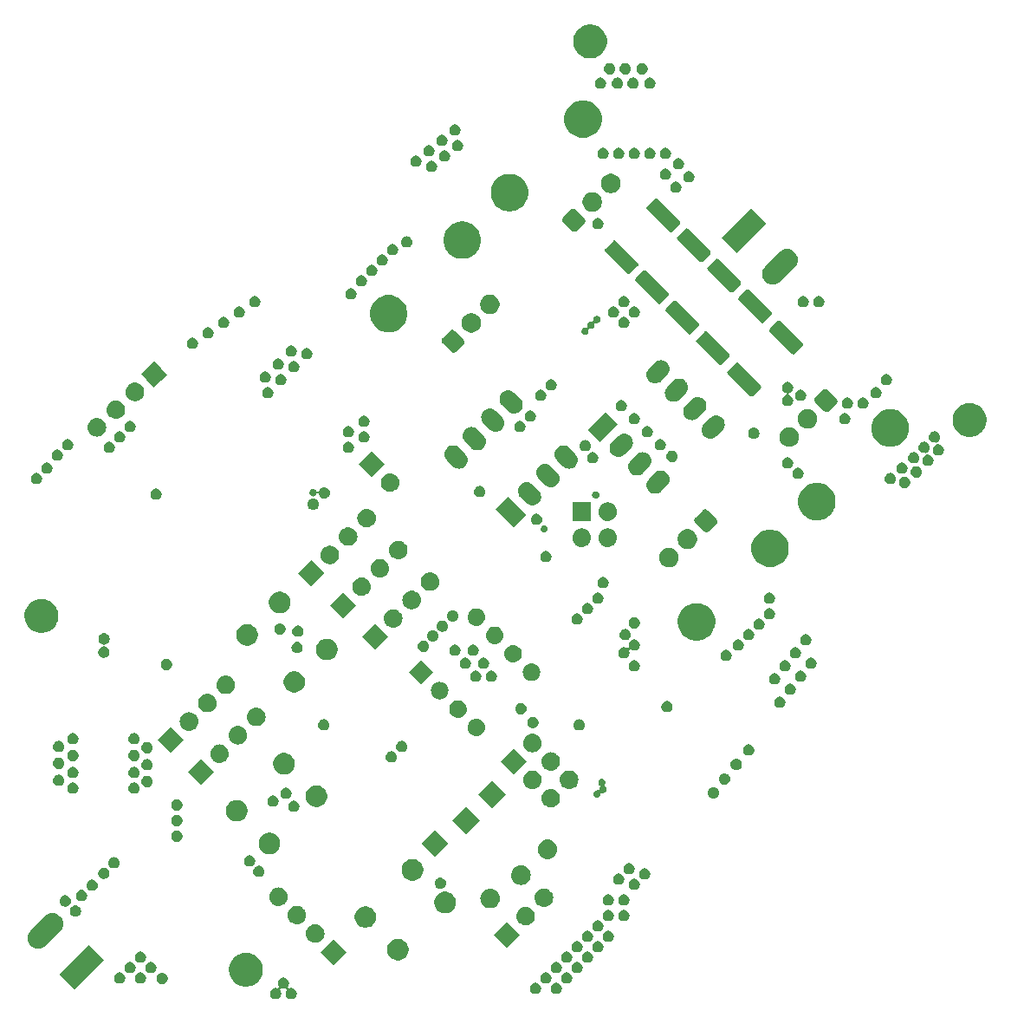
<source format=gbr>
G04 #@! TF.GenerationSoftware,KiCad,Pcbnew,(5.0.1)-3*
G04 #@! TF.CreationDate,2018-11-04T20:31:55+05:30*
G04 #@! TF.ProjectId,MosfetDriverOn210404,4D6F736665744472697665724F6E3231,rev?*
G04 #@! TF.SameCoordinates,Original*
G04 #@! TF.FileFunction,Soldermask,Bot*
G04 #@! TF.FilePolarity,Negative*
%FSLAX46Y46*%
G04 Gerber Fmt 4.6, Leading zero omitted, Abs format (unit mm)*
G04 Created by KiCad (PCBNEW (5.0.1)-3) date 11/4/2018 8:31:55 PM*
%MOMM*%
%LPD*%
G01*
G04 APERTURE LIST*
%ADD10C,0.100000*%
G04 APERTURE END LIST*
D10*
G36*
X132494721Y-148314174D02*
X132594995Y-148355709D01*
X132685245Y-148416012D01*
X132761988Y-148492755D01*
X132822291Y-148583005D01*
X132863826Y-148683279D01*
X132885000Y-148789730D01*
X132885000Y-148898270D01*
X132863826Y-149004721D01*
X132822290Y-149104996D01*
X132799108Y-149139691D01*
X132787556Y-149161302D01*
X132780443Y-149184751D01*
X132778041Y-149209137D01*
X132780443Y-149233524D01*
X132787556Y-149256973D01*
X132799107Y-149278584D01*
X132814652Y-149297526D01*
X132833594Y-149313071D01*
X132855205Y-149324623D01*
X132878654Y-149331736D01*
X132903040Y-149334138D01*
X132927427Y-149331736D01*
X133041730Y-149309000D01*
X133150270Y-149309000D01*
X133256721Y-149330174D01*
X133356995Y-149371709D01*
X133447245Y-149432012D01*
X133523988Y-149508755D01*
X133584291Y-149599005D01*
X133625826Y-149699279D01*
X133647000Y-149805730D01*
X133647000Y-149914270D01*
X133625826Y-150020721D01*
X133584291Y-150120995D01*
X133523988Y-150211245D01*
X133447245Y-150287988D01*
X133356995Y-150348291D01*
X133256721Y-150389826D01*
X133150270Y-150411000D01*
X133041730Y-150411000D01*
X132935279Y-150389826D01*
X132835005Y-150348291D01*
X132744755Y-150287988D01*
X132668012Y-150211245D01*
X132607709Y-150120995D01*
X132566174Y-150020721D01*
X132545000Y-149914270D01*
X132545000Y-149805730D01*
X132566174Y-149699279D01*
X132607710Y-149599004D01*
X132630892Y-149564309D01*
X132642444Y-149542698D01*
X132649557Y-149519249D01*
X132651959Y-149494863D01*
X132649557Y-149470476D01*
X132642444Y-149447027D01*
X132630893Y-149425416D01*
X132615348Y-149406474D01*
X132596406Y-149390929D01*
X132574795Y-149379377D01*
X132551346Y-149372264D01*
X132526960Y-149369862D01*
X132502573Y-149372264D01*
X132388270Y-149395000D01*
X132279730Y-149395000D01*
X132165427Y-149372264D01*
X132141041Y-149369862D01*
X132116654Y-149372264D01*
X132093205Y-149379377D01*
X132071594Y-149390928D01*
X132052652Y-149406474D01*
X132037107Y-149425416D01*
X132025556Y-149447027D01*
X132018443Y-149470476D01*
X132016041Y-149494862D01*
X132018443Y-149519249D01*
X132025556Y-149542698D01*
X132037108Y-149564309D01*
X132060290Y-149599004D01*
X132101826Y-149699279D01*
X132123000Y-149805730D01*
X132123000Y-149914270D01*
X132101826Y-150020721D01*
X132060291Y-150120995D01*
X131999988Y-150211245D01*
X131923245Y-150287988D01*
X131832995Y-150348291D01*
X131732721Y-150389826D01*
X131626270Y-150411000D01*
X131517730Y-150411000D01*
X131411279Y-150389826D01*
X131311005Y-150348291D01*
X131220755Y-150287988D01*
X131144012Y-150211245D01*
X131083709Y-150120995D01*
X131042174Y-150020721D01*
X131021000Y-149914270D01*
X131021000Y-149805730D01*
X131042174Y-149699279D01*
X131083709Y-149599005D01*
X131144012Y-149508755D01*
X131220755Y-149432012D01*
X131311005Y-149371709D01*
X131411279Y-149330174D01*
X131517730Y-149309000D01*
X131626270Y-149309000D01*
X131740573Y-149331736D01*
X131764959Y-149334138D01*
X131789346Y-149331736D01*
X131812795Y-149324623D01*
X131834406Y-149313072D01*
X131853348Y-149297526D01*
X131868893Y-149278584D01*
X131880444Y-149256973D01*
X131887557Y-149233524D01*
X131889959Y-149209138D01*
X131887557Y-149184751D01*
X131880444Y-149161302D01*
X131868892Y-149139691D01*
X131845710Y-149104996D01*
X131804174Y-149004721D01*
X131783000Y-148898270D01*
X131783000Y-148789730D01*
X131804174Y-148683279D01*
X131845709Y-148583005D01*
X131906012Y-148492755D01*
X131982755Y-148416012D01*
X132073005Y-148355709D01*
X132173279Y-148314174D01*
X132279730Y-148293000D01*
X132388270Y-148293000D01*
X132494721Y-148314174D01*
X132494721Y-148314174D01*
G37*
G36*
X157132721Y-148822174D02*
X157232995Y-148863709D01*
X157323245Y-148924012D01*
X157399988Y-149000755D01*
X157460291Y-149091005D01*
X157501826Y-149191279D01*
X157523000Y-149297730D01*
X157523000Y-149406270D01*
X157501826Y-149512721D01*
X157460291Y-149612995D01*
X157399988Y-149703245D01*
X157323245Y-149779988D01*
X157232995Y-149840291D01*
X157132721Y-149881826D01*
X157026270Y-149903000D01*
X156917730Y-149903000D01*
X156811279Y-149881826D01*
X156711005Y-149840291D01*
X156620755Y-149779988D01*
X156544012Y-149703245D01*
X156483709Y-149612995D01*
X156442174Y-149512721D01*
X156421000Y-149406270D01*
X156421000Y-149297730D01*
X156442174Y-149191279D01*
X156483709Y-149091005D01*
X156544012Y-149000755D01*
X156620755Y-148924012D01*
X156711005Y-148863709D01*
X156811279Y-148822174D01*
X156917730Y-148801000D01*
X157026270Y-148801000D01*
X157132721Y-148822174D01*
X157132721Y-148822174D01*
G37*
G36*
X159164721Y-148822174D02*
X159264995Y-148863709D01*
X159355245Y-148924012D01*
X159431988Y-149000755D01*
X159492291Y-149091005D01*
X159533826Y-149191279D01*
X159555000Y-149297730D01*
X159555000Y-149406270D01*
X159533826Y-149512721D01*
X159492291Y-149612995D01*
X159431988Y-149703245D01*
X159355245Y-149779988D01*
X159264995Y-149840291D01*
X159164721Y-149881826D01*
X159058270Y-149903000D01*
X158949730Y-149903000D01*
X158843279Y-149881826D01*
X158743005Y-149840291D01*
X158652755Y-149779988D01*
X158576012Y-149703245D01*
X158515709Y-149612995D01*
X158474174Y-149512721D01*
X158453000Y-149406270D01*
X158453000Y-149297730D01*
X158474174Y-149191279D01*
X158515709Y-149091005D01*
X158576012Y-149000755D01*
X158652755Y-148924012D01*
X158743005Y-148863709D01*
X158843279Y-148822174D01*
X158949730Y-148801000D01*
X159058270Y-148801000D01*
X159164721Y-148822174D01*
X159164721Y-148822174D01*
G37*
G36*
X114767767Y-146585498D02*
X111895498Y-149457767D01*
X110423301Y-147985570D01*
X113295570Y-145113301D01*
X114767767Y-146585498D01*
X114767767Y-146585498D01*
G37*
G36*
X129045256Y-145941298D02*
X129151579Y-145962447D01*
X129452042Y-146086903D01*
X129695729Y-146249730D01*
X129722454Y-146267587D01*
X129952413Y-146497546D01*
X129952415Y-146497549D01*
X130133097Y-146767958D01*
X130253653Y-147059005D01*
X130257553Y-147068422D01*
X130321000Y-147387389D01*
X130321000Y-147712611D01*
X130289494Y-147871000D01*
X130257553Y-148031579D01*
X130133097Y-148332042D01*
X130094191Y-148390269D01*
X129952413Y-148602454D01*
X129722454Y-148832413D01*
X129722451Y-148832415D01*
X129452042Y-149013097D01*
X129151579Y-149137553D01*
X129045256Y-149158702D01*
X128832611Y-149201000D01*
X128507389Y-149201000D01*
X128294744Y-149158702D01*
X128188421Y-149137553D01*
X127887958Y-149013097D01*
X127617549Y-148832415D01*
X127617546Y-148832413D01*
X127387587Y-148602454D01*
X127245809Y-148390269D01*
X127206903Y-148332042D01*
X127082447Y-148031579D01*
X127050506Y-147871000D01*
X127019000Y-147712611D01*
X127019000Y-147387389D01*
X127082447Y-147068422D01*
X127086348Y-147059005D01*
X127206903Y-146767958D01*
X127387585Y-146497549D01*
X127387587Y-146497546D01*
X127617546Y-146267587D01*
X127644271Y-146249730D01*
X127887958Y-146086903D01*
X128188421Y-145962447D01*
X128294744Y-145941298D01*
X128507389Y-145899000D01*
X128832611Y-145899000D01*
X129045256Y-145941298D01*
X129045256Y-145941298D01*
G37*
G36*
X120640721Y-147850174D02*
X120740995Y-147891709D01*
X120831245Y-147952012D01*
X120907988Y-148028755D01*
X120968291Y-148119005D01*
X121009826Y-148219279D01*
X121031000Y-148325730D01*
X121031000Y-148434270D01*
X121009826Y-148540721D01*
X120968291Y-148640995D01*
X120907988Y-148731245D01*
X120831245Y-148807988D01*
X120740995Y-148868291D01*
X120640721Y-148909826D01*
X120534270Y-148931000D01*
X120425730Y-148931000D01*
X120319279Y-148909826D01*
X120219005Y-148868291D01*
X120128755Y-148807988D01*
X120052012Y-148731245D01*
X119991709Y-148640995D01*
X119950174Y-148540721D01*
X119929000Y-148434270D01*
X119929000Y-148325730D01*
X119950174Y-148219279D01*
X119991709Y-148119005D01*
X120052012Y-148028755D01*
X120128755Y-147952012D01*
X120219005Y-147891709D01*
X120319279Y-147850174D01*
X120425730Y-147829000D01*
X120534270Y-147829000D01*
X120640721Y-147850174D01*
X120640721Y-147850174D01*
G37*
G36*
X160180721Y-147806174D02*
X160280995Y-147847709D01*
X160371245Y-147908012D01*
X160447988Y-147984755D01*
X160508291Y-148075005D01*
X160549826Y-148175279D01*
X160571000Y-148281730D01*
X160571000Y-148390270D01*
X160549826Y-148496721D01*
X160508291Y-148596995D01*
X160447988Y-148687245D01*
X160371245Y-148763988D01*
X160280995Y-148824291D01*
X160180721Y-148865826D01*
X160074270Y-148887000D01*
X159965730Y-148887000D01*
X159859279Y-148865826D01*
X159759005Y-148824291D01*
X159668755Y-148763988D01*
X159592012Y-148687245D01*
X159531709Y-148596995D01*
X159490174Y-148496721D01*
X159469000Y-148390270D01*
X159469000Y-148281730D01*
X159490174Y-148175279D01*
X159531709Y-148075005D01*
X159592012Y-147984755D01*
X159668755Y-147908012D01*
X159759005Y-147847709D01*
X159859279Y-147806174D01*
X159965730Y-147785000D01*
X160074270Y-147785000D01*
X160180721Y-147806174D01*
X160180721Y-147806174D01*
G37*
G36*
X116492721Y-147806174D02*
X116592995Y-147847709D01*
X116683245Y-147908012D01*
X116759988Y-147984755D01*
X116820291Y-148075005D01*
X116861826Y-148175279D01*
X116883000Y-148281730D01*
X116883000Y-148390270D01*
X116861826Y-148496721D01*
X116820291Y-148596995D01*
X116759988Y-148687245D01*
X116683245Y-148763988D01*
X116592995Y-148824291D01*
X116492721Y-148865826D01*
X116386270Y-148887000D01*
X116277730Y-148887000D01*
X116171279Y-148865826D01*
X116071005Y-148824291D01*
X115980755Y-148763988D01*
X115904012Y-148687245D01*
X115843709Y-148596995D01*
X115802174Y-148496721D01*
X115781000Y-148390270D01*
X115781000Y-148281730D01*
X115802174Y-148175279D01*
X115843709Y-148075005D01*
X115904012Y-147984755D01*
X115980755Y-147908012D01*
X116071005Y-147847709D01*
X116171279Y-147806174D01*
X116277730Y-147785000D01*
X116386270Y-147785000D01*
X116492721Y-147806174D01*
X116492721Y-147806174D01*
G37*
G36*
X118524721Y-147806174D02*
X118624995Y-147847709D01*
X118715245Y-147908012D01*
X118791988Y-147984755D01*
X118852291Y-148075005D01*
X118893826Y-148175279D01*
X118915000Y-148281730D01*
X118915000Y-148390270D01*
X118893826Y-148496721D01*
X118852291Y-148596995D01*
X118791988Y-148687245D01*
X118715245Y-148763988D01*
X118624995Y-148824291D01*
X118524721Y-148865826D01*
X118418270Y-148887000D01*
X118309730Y-148887000D01*
X118203279Y-148865826D01*
X118103005Y-148824291D01*
X118012755Y-148763988D01*
X117936012Y-148687245D01*
X117875709Y-148596995D01*
X117834174Y-148496721D01*
X117813000Y-148390270D01*
X117813000Y-148281730D01*
X117834174Y-148175279D01*
X117875709Y-148075005D01*
X117936012Y-147984755D01*
X118012755Y-147908012D01*
X118103005Y-147847709D01*
X118203279Y-147806174D01*
X118309730Y-147785000D01*
X118418270Y-147785000D01*
X118524721Y-147806174D01*
X118524721Y-147806174D01*
G37*
G36*
X158148721Y-147806174D02*
X158248995Y-147847709D01*
X158339245Y-147908012D01*
X158415988Y-147984755D01*
X158476291Y-148075005D01*
X158517826Y-148175279D01*
X158539000Y-148281730D01*
X158539000Y-148390270D01*
X158517826Y-148496721D01*
X158476291Y-148596995D01*
X158415988Y-148687245D01*
X158339245Y-148763988D01*
X158248995Y-148824291D01*
X158148721Y-148865826D01*
X158042270Y-148887000D01*
X157933730Y-148887000D01*
X157827279Y-148865826D01*
X157727005Y-148824291D01*
X157636755Y-148763988D01*
X157560012Y-148687245D01*
X157499709Y-148596995D01*
X157458174Y-148496721D01*
X157437000Y-148390270D01*
X157437000Y-148281730D01*
X157458174Y-148175279D01*
X157499709Y-148075005D01*
X157560012Y-147984755D01*
X157636755Y-147908012D01*
X157727005Y-147847709D01*
X157827279Y-147806174D01*
X157933730Y-147785000D01*
X158042270Y-147785000D01*
X158148721Y-147806174D01*
X158148721Y-147806174D01*
G37*
G36*
X117508721Y-146790174D02*
X117608995Y-146831709D01*
X117699245Y-146892012D01*
X117775988Y-146968755D01*
X117836291Y-147059005D01*
X117877826Y-147159279D01*
X117899000Y-147265730D01*
X117899000Y-147374270D01*
X117877826Y-147480721D01*
X117836291Y-147580995D01*
X117775988Y-147671245D01*
X117699245Y-147747988D01*
X117608995Y-147808291D01*
X117508721Y-147849826D01*
X117402270Y-147871000D01*
X117293730Y-147871000D01*
X117187279Y-147849826D01*
X117087005Y-147808291D01*
X116996755Y-147747988D01*
X116920012Y-147671245D01*
X116859709Y-147580995D01*
X116818174Y-147480721D01*
X116797000Y-147374270D01*
X116797000Y-147265730D01*
X116818174Y-147159279D01*
X116859709Y-147059005D01*
X116920012Y-146968755D01*
X116996755Y-146892012D01*
X117087005Y-146831709D01*
X117187279Y-146790174D01*
X117293730Y-146769000D01*
X117402270Y-146769000D01*
X117508721Y-146790174D01*
X117508721Y-146790174D01*
G37*
G36*
X161196721Y-146790174D02*
X161296995Y-146831709D01*
X161387245Y-146892012D01*
X161463988Y-146968755D01*
X161524291Y-147059005D01*
X161565826Y-147159279D01*
X161587000Y-147265730D01*
X161587000Y-147374270D01*
X161565826Y-147480721D01*
X161524291Y-147580995D01*
X161463988Y-147671245D01*
X161387245Y-147747988D01*
X161296995Y-147808291D01*
X161196721Y-147849826D01*
X161090270Y-147871000D01*
X160981730Y-147871000D01*
X160875279Y-147849826D01*
X160775005Y-147808291D01*
X160684755Y-147747988D01*
X160608012Y-147671245D01*
X160547709Y-147580995D01*
X160506174Y-147480721D01*
X160485000Y-147374270D01*
X160485000Y-147265730D01*
X160506174Y-147159279D01*
X160547709Y-147059005D01*
X160608012Y-146968755D01*
X160684755Y-146892012D01*
X160775005Y-146831709D01*
X160875279Y-146790174D01*
X160981730Y-146769000D01*
X161090270Y-146769000D01*
X161196721Y-146790174D01*
X161196721Y-146790174D01*
G37*
G36*
X159164721Y-146790174D02*
X159264995Y-146831709D01*
X159355245Y-146892012D01*
X159431988Y-146968755D01*
X159492291Y-147059005D01*
X159533826Y-147159279D01*
X159555000Y-147265730D01*
X159555000Y-147374270D01*
X159533826Y-147480721D01*
X159492291Y-147580995D01*
X159431988Y-147671245D01*
X159355245Y-147747988D01*
X159264995Y-147808291D01*
X159164721Y-147849826D01*
X159058270Y-147871000D01*
X158949730Y-147871000D01*
X158843279Y-147849826D01*
X158743005Y-147808291D01*
X158652755Y-147747988D01*
X158576012Y-147671245D01*
X158515709Y-147580995D01*
X158474174Y-147480721D01*
X158453000Y-147374270D01*
X158453000Y-147265730D01*
X158474174Y-147159279D01*
X158515709Y-147059005D01*
X158576012Y-146968755D01*
X158652755Y-146892012D01*
X158743005Y-146831709D01*
X158843279Y-146790174D01*
X158949730Y-146769000D01*
X159058270Y-146769000D01*
X159164721Y-146790174D01*
X159164721Y-146790174D01*
G37*
G36*
X119540721Y-146790174D02*
X119640995Y-146831709D01*
X119731245Y-146892012D01*
X119807988Y-146968755D01*
X119868291Y-147059005D01*
X119909826Y-147159279D01*
X119931000Y-147265730D01*
X119931000Y-147374270D01*
X119909826Y-147480721D01*
X119868291Y-147580995D01*
X119807988Y-147671245D01*
X119731245Y-147747988D01*
X119640995Y-147808291D01*
X119540721Y-147849826D01*
X119434270Y-147871000D01*
X119325730Y-147871000D01*
X119219279Y-147849826D01*
X119119005Y-147808291D01*
X119028755Y-147747988D01*
X118952012Y-147671245D01*
X118891709Y-147580995D01*
X118850174Y-147480721D01*
X118829000Y-147374270D01*
X118829000Y-147265730D01*
X118850174Y-147159279D01*
X118891709Y-147059005D01*
X118952012Y-146968755D01*
X119028755Y-146892012D01*
X119119005Y-146831709D01*
X119219279Y-146790174D01*
X119325730Y-146769000D01*
X119434270Y-146769000D01*
X119540721Y-146790174D01*
X119540721Y-146790174D01*
G37*
G36*
X138510407Y-145796000D02*
X137236200Y-147070207D01*
X135961993Y-145796000D01*
X137236200Y-144521793D01*
X138510407Y-145796000D01*
X138510407Y-145796000D01*
G37*
G36*
X118524721Y-145774174D02*
X118624995Y-145815709D01*
X118715245Y-145876012D01*
X118791988Y-145952755D01*
X118852291Y-146043005D01*
X118893826Y-146143279D01*
X118915000Y-146249730D01*
X118915000Y-146358270D01*
X118893826Y-146464721D01*
X118852291Y-146564995D01*
X118791988Y-146655245D01*
X118715245Y-146731988D01*
X118624995Y-146792291D01*
X118524721Y-146833826D01*
X118418270Y-146855000D01*
X118309730Y-146855000D01*
X118203279Y-146833826D01*
X118103005Y-146792291D01*
X118012755Y-146731988D01*
X117936012Y-146655245D01*
X117875709Y-146564995D01*
X117834174Y-146464721D01*
X117813000Y-146358270D01*
X117813000Y-146249730D01*
X117834174Y-146143279D01*
X117875709Y-146043005D01*
X117936012Y-145952755D01*
X118012755Y-145876012D01*
X118103005Y-145815709D01*
X118203279Y-145774174D01*
X118309730Y-145753000D01*
X118418270Y-145753000D01*
X118524721Y-145774174D01*
X118524721Y-145774174D01*
G37*
G36*
X160180721Y-145774174D02*
X160280995Y-145815709D01*
X160371245Y-145876012D01*
X160447988Y-145952755D01*
X160508291Y-146043005D01*
X160549826Y-146143279D01*
X160571000Y-146249730D01*
X160571000Y-146358270D01*
X160549826Y-146464721D01*
X160508291Y-146564995D01*
X160447988Y-146655245D01*
X160371245Y-146731988D01*
X160280995Y-146792291D01*
X160180721Y-146833826D01*
X160074270Y-146855000D01*
X159965730Y-146855000D01*
X159859279Y-146833826D01*
X159759005Y-146792291D01*
X159668755Y-146731988D01*
X159592012Y-146655245D01*
X159531709Y-146564995D01*
X159490174Y-146464721D01*
X159469000Y-146358270D01*
X159469000Y-146249730D01*
X159490174Y-146143279D01*
X159531709Y-146043005D01*
X159592012Y-145952755D01*
X159668755Y-145876012D01*
X159759005Y-145815709D01*
X159859279Y-145774174D01*
X159965730Y-145753000D01*
X160074270Y-145753000D01*
X160180721Y-145774174D01*
X160180721Y-145774174D01*
G37*
G36*
X162212721Y-145774174D02*
X162312995Y-145815709D01*
X162403245Y-145876012D01*
X162479988Y-145952755D01*
X162540291Y-146043005D01*
X162581826Y-146143279D01*
X162603000Y-146249730D01*
X162603000Y-146358270D01*
X162581826Y-146464721D01*
X162540291Y-146564995D01*
X162479988Y-146655245D01*
X162403245Y-146731988D01*
X162312995Y-146792291D01*
X162212721Y-146833826D01*
X162106270Y-146855000D01*
X161997730Y-146855000D01*
X161891279Y-146833826D01*
X161791005Y-146792291D01*
X161700755Y-146731988D01*
X161624012Y-146655245D01*
X161563709Y-146564995D01*
X161522174Y-146464721D01*
X161501000Y-146358270D01*
X161501000Y-146249730D01*
X161522174Y-146143279D01*
X161563709Y-146043005D01*
X161624012Y-145952755D01*
X161700755Y-145876012D01*
X161791005Y-145815709D01*
X161891279Y-145774174D01*
X161997730Y-145753000D01*
X162106270Y-145753000D01*
X162212721Y-145774174D01*
X162212721Y-145774174D01*
G37*
G36*
X143838275Y-144563588D02*
X144029544Y-144642814D01*
X144201686Y-144757836D01*
X144348073Y-144904223D01*
X144463095Y-145076365D01*
X144542321Y-145267634D01*
X144582710Y-145470683D01*
X144582710Y-145677715D01*
X144542321Y-145880764D01*
X144463095Y-146072033D01*
X144348073Y-146244175D01*
X144201686Y-146390562D01*
X144029544Y-146505584D01*
X143838275Y-146584810D01*
X143635226Y-146625199D01*
X143428194Y-146625199D01*
X143225145Y-146584810D01*
X143033876Y-146505584D01*
X142861734Y-146390562D01*
X142715347Y-146244175D01*
X142600325Y-146072033D01*
X142521099Y-145880764D01*
X142480710Y-145677715D01*
X142480710Y-145470683D01*
X142521099Y-145267634D01*
X142600325Y-145076365D01*
X142715347Y-144904223D01*
X142861734Y-144757836D01*
X143033876Y-144642814D01*
X143225145Y-144563588D01*
X143428194Y-144523199D01*
X143635226Y-144523199D01*
X143838275Y-144563588D01*
X143838275Y-144563588D01*
G37*
G36*
X161196721Y-144758174D02*
X161296995Y-144799709D01*
X161387245Y-144860012D01*
X161463988Y-144936755D01*
X161524291Y-145027005D01*
X161565826Y-145127279D01*
X161587000Y-145233730D01*
X161587000Y-145342270D01*
X161565826Y-145448721D01*
X161524291Y-145548995D01*
X161463988Y-145639245D01*
X161387245Y-145715988D01*
X161296995Y-145776291D01*
X161196721Y-145817826D01*
X161090270Y-145839000D01*
X160981730Y-145839000D01*
X160875279Y-145817826D01*
X160775005Y-145776291D01*
X160684755Y-145715988D01*
X160608012Y-145639245D01*
X160547709Y-145548995D01*
X160506174Y-145448721D01*
X160485000Y-145342270D01*
X160485000Y-145233730D01*
X160506174Y-145127279D01*
X160547709Y-145027005D01*
X160608012Y-144936755D01*
X160684755Y-144860012D01*
X160775005Y-144799709D01*
X160875279Y-144758174D01*
X160981730Y-144737000D01*
X161090270Y-144737000D01*
X161196721Y-144758174D01*
X161196721Y-144758174D01*
G37*
G36*
X163228721Y-144758174D02*
X163328995Y-144799709D01*
X163419245Y-144860012D01*
X163495988Y-144936755D01*
X163556291Y-145027005D01*
X163597826Y-145127279D01*
X163619000Y-145233730D01*
X163619000Y-145342270D01*
X163597826Y-145448721D01*
X163556291Y-145548995D01*
X163495988Y-145639245D01*
X163419245Y-145715988D01*
X163328995Y-145776291D01*
X163228721Y-145817826D01*
X163122270Y-145839000D01*
X163013730Y-145839000D01*
X162907279Y-145817826D01*
X162807005Y-145776291D01*
X162716755Y-145715988D01*
X162640012Y-145639245D01*
X162579709Y-145548995D01*
X162538174Y-145448721D01*
X162517000Y-145342270D01*
X162517000Y-145233730D01*
X162538174Y-145127279D01*
X162579709Y-145027005D01*
X162640012Y-144936755D01*
X162716755Y-144860012D01*
X162807005Y-144799709D01*
X162907279Y-144758174D01*
X163013730Y-144737000D01*
X163122270Y-144737000D01*
X163228721Y-144758174D01*
X163228721Y-144758174D01*
G37*
G36*
X109964105Y-142024027D02*
X110160337Y-142083553D01*
X110220618Y-142115774D01*
X110341182Y-142180217D01*
X110499695Y-142310305D01*
X110629783Y-142468818D01*
X110694226Y-142589382D01*
X110726447Y-142649663D01*
X110785973Y-142845895D01*
X110806071Y-143049964D01*
X110785973Y-143254034D01*
X110726447Y-143450266D01*
X110701489Y-143496958D01*
X110629783Y-143631111D01*
X110586386Y-143683990D01*
X110532289Y-143749908D01*
X109059907Y-145222289D01*
X109011160Y-145262294D01*
X108941110Y-145319783D01*
X108808597Y-145390613D01*
X108760265Y-145416447D01*
X108564033Y-145475973D01*
X108359964Y-145496071D01*
X108155895Y-145475973D01*
X107959663Y-145416447D01*
X107899382Y-145384226D01*
X107778818Y-145319783D01*
X107620305Y-145189695D01*
X107490217Y-145031182D01*
X107413638Y-144887912D01*
X107393553Y-144850337D01*
X107334027Y-144654105D01*
X107313929Y-144450036D01*
X107334027Y-144245967D01*
X107393553Y-144049735D01*
X107420165Y-143999949D01*
X107490217Y-143868890D01*
X107560123Y-143783710D01*
X107587711Y-143750093D01*
X109060092Y-142277711D01*
X109060093Y-142277710D01*
X109178889Y-142180217D01*
X109311402Y-142109387D01*
X109359734Y-142083553D01*
X109555966Y-142024027D01*
X109760036Y-142003929D01*
X109964105Y-142024027D01*
X109964105Y-142024027D01*
G37*
G36*
X155477607Y-144094200D02*
X154203400Y-145368407D01*
X152929193Y-144094200D01*
X154203400Y-142819993D01*
X155477607Y-144094200D01*
X155477607Y-144094200D01*
G37*
G36*
X135544809Y-143104898D02*
X135616776Y-143111986D01*
X135730002Y-143146333D01*
X135786616Y-143163506D01*
X135925236Y-143237601D01*
X135943140Y-143247171D01*
X135978878Y-143276501D01*
X136080335Y-143359763D01*
X136154607Y-143450265D01*
X136192927Y-143496958D01*
X136192928Y-143496960D01*
X136276592Y-143653482D01*
X136276592Y-143653483D01*
X136328112Y-143823322D01*
X136345508Y-143999949D01*
X136328112Y-144176576D01*
X136293765Y-144289802D01*
X136276592Y-144346416D01*
X136230460Y-144432721D01*
X136192927Y-144502940D01*
X136163597Y-144538678D01*
X136080335Y-144640135D01*
X136007400Y-144699990D01*
X135943140Y-144752727D01*
X135933582Y-144757836D01*
X135786616Y-144836392D01*
X135730002Y-144853565D01*
X135616776Y-144887912D01*
X135550592Y-144894430D01*
X135484409Y-144900949D01*
X135395889Y-144900949D01*
X135329706Y-144894430D01*
X135263522Y-144887912D01*
X135150296Y-144853565D01*
X135093682Y-144836392D01*
X134946716Y-144757836D01*
X134937158Y-144752727D01*
X134872898Y-144699990D01*
X134799963Y-144640135D01*
X134716701Y-144538678D01*
X134687371Y-144502940D01*
X134649838Y-144432721D01*
X134603706Y-144346416D01*
X134586533Y-144289802D01*
X134552186Y-144176576D01*
X134534790Y-143999949D01*
X134552186Y-143823322D01*
X134603706Y-143653483D01*
X134603706Y-143653482D01*
X134687370Y-143496960D01*
X134687371Y-143496958D01*
X134725691Y-143450265D01*
X134799963Y-143359763D01*
X134901420Y-143276501D01*
X134937158Y-143247171D01*
X134955062Y-143237601D01*
X135093682Y-143163506D01*
X135150296Y-143146333D01*
X135263522Y-143111986D01*
X135335489Y-143104898D01*
X135395889Y-143098949D01*
X135484409Y-143098949D01*
X135544809Y-143104898D01*
X135544809Y-143104898D01*
G37*
G36*
X162212721Y-143742174D02*
X162312995Y-143783709D01*
X162403245Y-143844012D01*
X162479988Y-143920755D01*
X162540291Y-144011005D01*
X162581826Y-144111279D01*
X162603000Y-144217730D01*
X162603000Y-144326270D01*
X162581826Y-144432721D01*
X162540291Y-144532995D01*
X162479988Y-144623245D01*
X162403245Y-144699988D01*
X162312995Y-144760291D01*
X162212721Y-144801826D01*
X162106270Y-144823000D01*
X161997730Y-144823000D01*
X161891279Y-144801826D01*
X161791005Y-144760291D01*
X161700755Y-144699988D01*
X161624012Y-144623245D01*
X161563709Y-144532995D01*
X161522174Y-144432721D01*
X161501000Y-144326270D01*
X161501000Y-144217730D01*
X161522174Y-144111279D01*
X161563709Y-144011005D01*
X161624012Y-143920755D01*
X161700755Y-143844012D01*
X161791005Y-143783709D01*
X161891279Y-143742174D01*
X161997730Y-143721000D01*
X162106270Y-143721000D01*
X162212721Y-143742174D01*
X162212721Y-143742174D01*
G37*
G36*
X164244721Y-143742174D02*
X164344995Y-143783709D01*
X164435245Y-143844012D01*
X164511988Y-143920755D01*
X164572291Y-144011005D01*
X164613826Y-144111279D01*
X164635000Y-144217730D01*
X164635000Y-144326270D01*
X164613826Y-144432721D01*
X164572291Y-144532995D01*
X164511988Y-144623245D01*
X164435245Y-144699988D01*
X164344995Y-144760291D01*
X164244721Y-144801826D01*
X164138270Y-144823000D01*
X164029730Y-144823000D01*
X163923279Y-144801826D01*
X163823005Y-144760291D01*
X163732755Y-144699988D01*
X163656012Y-144623245D01*
X163595709Y-144532995D01*
X163554174Y-144432721D01*
X163533000Y-144326270D01*
X163533000Y-144217730D01*
X163554174Y-144111279D01*
X163595709Y-144011005D01*
X163656012Y-143920755D01*
X163732755Y-143844012D01*
X163823005Y-143783709D01*
X163923279Y-143742174D01*
X164029730Y-143721000D01*
X164138270Y-143721000D01*
X164244721Y-143742174D01*
X164244721Y-143742174D01*
G37*
G36*
X163228721Y-142726174D02*
X163328995Y-142767709D01*
X163419245Y-142828012D01*
X163495988Y-142904755D01*
X163556291Y-142995005D01*
X163597826Y-143095279D01*
X163619000Y-143201730D01*
X163619000Y-143310270D01*
X163597826Y-143416721D01*
X163556291Y-143516995D01*
X163495988Y-143607245D01*
X163419245Y-143683988D01*
X163328995Y-143744291D01*
X163228721Y-143785826D01*
X163122270Y-143807000D01*
X163013730Y-143807000D01*
X162907279Y-143785826D01*
X162807005Y-143744291D01*
X162716755Y-143683988D01*
X162640012Y-143607245D01*
X162579709Y-143516995D01*
X162538174Y-143416721D01*
X162517000Y-143310270D01*
X162517000Y-143201730D01*
X162538174Y-143095279D01*
X162579709Y-142995005D01*
X162640012Y-142904755D01*
X162716755Y-142828012D01*
X162807005Y-142767709D01*
X162907279Y-142726174D01*
X163013730Y-142705000D01*
X163122270Y-142705000D01*
X163228721Y-142726174D01*
X163228721Y-142726174D01*
G37*
G36*
X140656294Y-141381608D02*
X140847563Y-141460834D01*
X141019705Y-141575856D01*
X141166092Y-141722243D01*
X141281114Y-141894385D01*
X141360340Y-142085654D01*
X141400729Y-142288703D01*
X141400729Y-142495735D01*
X141360340Y-142698784D01*
X141281114Y-142890053D01*
X141166092Y-143062195D01*
X141019705Y-143208582D01*
X140847563Y-143323604D01*
X140656294Y-143402830D01*
X140453245Y-143443219D01*
X140246213Y-143443219D01*
X140043164Y-143402830D01*
X139851895Y-143323604D01*
X139679753Y-143208582D01*
X139533366Y-143062195D01*
X139418344Y-142890053D01*
X139339118Y-142698784D01*
X139298729Y-142495735D01*
X139298729Y-142288703D01*
X139339118Y-142085654D01*
X139418344Y-141894385D01*
X139533366Y-141722243D01*
X139679753Y-141575856D01*
X139851895Y-141460834D01*
X140043164Y-141381608D01*
X140246213Y-141341219D01*
X140453245Y-141341219D01*
X140656294Y-141381608D01*
X140656294Y-141381608D01*
G37*
G36*
X156104111Y-141403098D02*
X156176078Y-141410186D01*
X156289304Y-141444533D01*
X156345918Y-141461706D01*
X156476302Y-141531399D01*
X156502442Y-141545371D01*
X156538180Y-141574701D01*
X156639637Y-141657963D01*
X156711664Y-141745730D01*
X156752229Y-141795158D01*
X156752230Y-141795160D01*
X156835894Y-141951682D01*
X156851743Y-142003929D01*
X156887414Y-142121522D01*
X156904810Y-142298149D01*
X156887414Y-142474776D01*
X156864484Y-142550365D01*
X156835894Y-142644616D01*
X156791168Y-142728291D01*
X156752229Y-142801140D01*
X156722899Y-142836878D01*
X156639637Y-142938335D01*
X156570583Y-142995005D01*
X156502442Y-143050927D01*
X156502440Y-143050928D01*
X156345918Y-143134592D01*
X156289304Y-143151765D01*
X156176078Y-143186112D01*
X156109893Y-143192631D01*
X156043711Y-143199149D01*
X155955191Y-143199149D01*
X155889009Y-143192631D01*
X155822824Y-143186112D01*
X155709598Y-143151765D01*
X155652984Y-143134592D01*
X155496462Y-143050928D01*
X155496460Y-143050927D01*
X155428319Y-142995005D01*
X155359265Y-142938335D01*
X155276003Y-142836878D01*
X155246673Y-142801140D01*
X155207734Y-142728291D01*
X155163008Y-142644616D01*
X155134418Y-142550365D01*
X155111488Y-142474776D01*
X155094092Y-142298149D01*
X155111488Y-142121522D01*
X155147159Y-142003929D01*
X155163008Y-141951682D01*
X155246672Y-141795160D01*
X155246673Y-141795158D01*
X155287238Y-141745730D01*
X155359265Y-141657963D01*
X155460722Y-141574701D01*
X155496460Y-141545371D01*
X155522600Y-141531399D01*
X155652984Y-141461706D01*
X155709598Y-141444533D01*
X155822824Y-141410186D01*
X155894791Y-141403098D01*
X155955191Y-141397149D01*
X156043711Y-141397149D01*
X156104111Y-141403098D01*
X156104111Y-141403098D01*
G37*
G36*
X133743103Y-141308290D02*
X133820725Y-141315935D01*
X133904075Y-141341219D01*
X133990565Y-141367455D01*
X134129185Y-141441550D01*
X134147089Y-141451120D01*
X134161879Y-141463258D01*
X134284284Y-141563712D01*
X134361633Y-141657963D01*
X134396876Y-141700907D01*
X134396877Y-141700909D01*
X134480541Y-141857431D01*
X134480541Y-141857432D01*
X134532061Y-142027271D01*
X134549457Y-142203898D01*
X134532061Y-142380525D01*
X134505278Y-142468818D01*
X134480541Y-142550365D01*
X134430162Y-142644616D01*
X134396876Y-142706889D01*
X134367546Y-142742627D01*
X134284284Y-142844084D01*
X134210351Y-142904758D01*
X134147089Y-142956676D01*
X134147087Y-142956677D01*
X133990565Y-143040341D01*
X133933951Y-143057514D01*
X133820725Y-143091861D01*
X133754541Y-143098379D01*
X133688358Y-143104898D01*
X133599838Y-143104898D01*
X133533655Y-143098379D01*
X133467471Y-143091861D01*
X133354245Y-143057514D01*
X133297631Y-143040341D01*
X133141109Y-142956677D01*
X133141107Y-142956676D01*
X133077845Y-142904758D01*
X133003912Y-142844084D01*
X132920650Y-142742627D01*
X132891320Y-142706889D01*
X132858034Y-142644616D01*
X132807655Y-142550365D01*
X132782918Y-142468818D01*
X132756135Y-142380525D01*
X132738739Y-142203898D01*
X132756135Y-142027271D01*
X132807655Y-141857432D01*
X132807655Y-141857431D01*
X132891319Y-141700909D01*
X132891320Y-141700907D01*
X132926563Y-141657963D01*
X133003912Y-141563712D01*
X133126317Y-141463258D01*
X133141107Y-141451120D01*
X133159011Y-141441550D01*
X133297631Y-141367455D01*
X133384121Y-141341219D01*
X133467471Y-141315935D01*
X133545093Y-141308290D01*
X133599838Y-141302898D01*
X133688358Y-141302898D01*
X133743103Y-141308290D01*
X133743103Y-141308290D01*
G37*
G36*
X164244721Y-141710174D02*
X164344995Y-141751709D01*
X164435245Y-141812012D01*
X164511988Y-141888755D01*
X164572291Y-141979005D01*
X164613826Y-142079279D01*
X164635000Y-142185730D01*
X164635000Y-142294270D01*
X164613826Y-142400721D01*
X164572291Y-142500995D01*
X164511988Y-142591245D01*
X164435245Y-142667988D01*
X164344995Y-142728291D01*
X164244721Y-142769826D01*
X164138270Y-142791000D01*
X164029730Y-142791000D01*
X163923279Y-142769826D01*
X163823005Y-142728291D01*
X163732755Y-142667988D01*
X163656012Y-142591245D01*
X163595709Y-142500995D01*
X163554174Y-142400721D01*
X163533000Y-142294270D01*
X163533000Y-142185730D01*
X163554174Y-142079279D01*
X163595709Y-141979005D01*
X163656012Y-141888755D01*
X163732755Y-141812012D01*
X163823005Y-141751709D01*
X163923279Y-141710174D01*
X164029730Y-141689000D01*
X164138270Y-141689000D01*
X164244721Y-141710174D01*
X164244721Y-141710174D01*
G37*
G36*
X165768721Y-141710174D02*
X165868995Y-141751709D01*
X165959245Y-141812012D01*
X166035988Y-141888755D01*
X166096291Y-141979005D01*
X166137826Y-142079279D01*
X166159000Y-142185730D01*
X166159000Y-142294270D01*
X166137826Y-142400721D01*
X166096291Y-142500995D01*
X166035988Y-142591245D01*
X165959245Y-142667988D01*
X165868995Y-142728291D01*
X165768721Y-142769826D01*
X165662270Y-142791000D01*
X165553730Y-142791000D01*
X165447279Y-142769826D01*
X165347005Y-142728291D01*
X165256755Y-142667988D01*
X165180012Y-142591245D01*
X165119709Y-142500995D01*
X165078174Y-142400721D01*
X165057000Y-142294270D01*
X165057000Y-142185730D01*
X165078174Y-142079279D01*
X165119709Y-141979005D01*
X165180012Y-141888755D01*
X165256755Y-141812012D01*
X165347005Y-141751709D01*
X165447279Y-141710174D01*
X165553730Y-141689000D01*
X165662270Y-141689000D01*
X165768721Y-141710174D01*
X165768721Y-141710174D01*
G37*
G36*
X112180721Y-141270174D02*
X112280995Y-141311709D01*
X112371245Y-141372012D01*
X112447988Y-141448755D01*
X112508291Y-141539005D01*
X112549826Y-141639279D01*
X112571000Y-141745730D01*
X112571000Y-141854270D01*
X112549826Y-141960721D01*
X112508291Y-142060995D01*
X112447988Y-142151245D01*
X112371245Y-142227988D01*
X112280995Y-142288291D01*
X112180721Y-142329826D01*
X112074270Y-142351000D01*
X111965730Y-142351000D01*
X111859279Y-142329826D01*
X111759005Y-142288291D01*
X111668755Y-142227988D01*
X111592012Y-142151245D01*
X111531709Y-142060995D01*
X111490174Y-141960721D01*
X111469000Y-141854270D01*
X111469000Y-141745730D01*
X111490174Y-141639279D01*
X111531709Y-141539005D01*
X111592012Y-141448755D01*
X111668755Y-141372012D01*
X111759005Y-141311709D01*
X111859279Y-141270174D01*
X111965730Y-141249000D01*
X112074270Y-141249000D01*
X112180721Y-141270174D01*
X112180721Y-141270174D01*
G37*
G36*
X148434469Y-139967394D02*
X148625738Y-140046620D01*
X148797880Y-140161642D01*
X148944267Y-140308029D01*
X149059289Y-140480171D01*
X149138515Y-140671440D01*
X149178904Y-140874489D01*
X149178904Y-141081521D01*
X149138515Y-141284570D01*
X149059289Y-141475839D01*
X148944267Y-141647981D01*
X148797880Y-141794368D01*
X148625738Y-141909390D01*
X148434469Y-141988616D01*
X148231420Y-142029005D01*
X148024388Y-142029005D01*
X147821339Y-141988616D01*
X147630070Y-141909390D01*
X147457928Y-141794368D01*
X147311541Y-141647981D01*
X147196519Y-141475839D01*
X147117293Y-141284570D01*
X147076904Y-141081521D01*
X147076904Y-140874489D01*
X147117293Y-140671440D01*
X147196519Y-140480171D01*
X147311541Y-140308029D01*
X147457928Y-140161642D01*
X147630070Y-140046620D01*
X147821339Y-139967394D01*
X148024388Y-139927005D01*
X148231420Y-139927005D01*
X148434469Y-139967394D01*
X148434469Y-139967394D01*
G37*
G36*
X152723602Y-139643159D02*
X152723605Y-139643160D01*
X152723606Y-139643160D01*
X152902870Y-139697539D01*
X152902872Y-139697540D01*
X153068082Y-139785847D01*
X153212889Y-139904687D01*
X153331729Y-140049494D01*
X153404786Y-140186174D01*
X153420037Y-140214706D01*
X153473821Y-140392010D01*
X153474417Y-140393974D01*
X153492778Y-140580399D01*
X153474417Y-140766824D01*
X153474416Y-140766827D01*
X153474416Y-140766828D01*
X153449622Y-140848564D01*
X153420036Y-140946094D01*
X153331729Y-141111304D01*
X153212889Y-141256111D01*
X153068082Y-141374951D01*
X152902872Y-141463258D01*
X152902870Y-141463259D01*
X152723606Y-141517638D01*
X152723605Y-141517638D01*
X152723602Y-141517639D01*
X152583895Y-141531399D01*
X152490459Y-141531399D01*
X152350752Y-141517639D01*
X152350749Y-141517638D01*
X152350748Y-141517638D01*
X152171484Y-141463259D01*
X152171482Y-141463258D01*
X152006272Y-141374951D01*
X151861465Y-141256111D01*
X151742625Y-141111304D01*
X151654318Y-140946094D01*
X151624733Y-140848564D01*
X151599938Y-140766828D01*
X151599938Y-140766827D01*
X151599937Y-140766824D01*
X151581576Y-140580399D01*
X151599937Y-140393974D01*
X151600533Y-140392010D01*
X151654317Y-140214706D01*
X151669568Y-140186174D01*
X151742625Y-140049494D01*
X151861465Y-139904687D01*
X152006272Y-139785847D01*
X152171482Y-139697540D01*
X152171484Y-139697539D01*
X152350748Y-139643160D01*
X152350749Y-139643160D01*
X152350752Y-139643159D01*
X152490459Y-139629399D01*
X152583895Y-139629399D01*
X152723602Y-139643159D01*
X152723602Y-139643159D01*
G37*
G36*
X157905944Y-139607616D02*
X157972129Y-139614135D01*
X158085355Y-139648482D01*
X158141969Y-139665655D01*
X158221167Y-139707988D01*
X158298493Y-139749320D01*
X158320840Y-139767660D01*
X158435688Y-139861912D01*
X158498750Y-139938755D01*
X158548280Y-139999107D01*
X158548281Y-139999109D01*
X158631945Y-140155631D01*
X158631945Y-140155632D01*
X158683465Y-140325471D01*
X158700861Y-140502098D01*
X158683465Y-140678725D01*
X158656739Y-140766828D01*
X158631945Y-140848565D01*
X158618205Y-140874270D01*
X158548280Y-141005089D01*
X158518950Y-141040827D01*
X158435688Y-141142284D01*
X158360132Y-141204290D01*
X158298493Y-141254876D01*
X158298491Y-141254877D01*
X158141969Y-141338541D01*
X158085355Y-141355714D01*
X157972129Y-141390061D01*
X157905944Y-141396580D01*
X157839762Y-141403098D01*
X157751242Y-141403098D01*
X157685060Y-141396580D01*
X157618875Y-141390061D01*
X157505649Y-141355714D01*
X157449035Y-141338541D01*
X157292513Y-141254877D01*
X157292511Y-141254876D01*
X157230872Y-141204290D01*
X157155316Y-141142284D01*
X157072054Y-141040827D01*
X157042724Y-141005089D01*
X156972799Y-140874270D01*
X156959059Y-140848565D01*
X156934265Y-140766828D01*
X156907539Y-140678725D01*
X156890143Y-140502098D01*
X156907539Y-140325471D01*
X156959059Y-140155632D01*
X156959059Y-140155631D01*
X157042723Y-139999109D01*
X157042724Y-139999107D01*
X157092254Y-139938755D01*
X157155316Y-139861912D01*
X157270164Y-139767660D01*
X157292511Y-139749320D01*
X157369837Y-139707988D01*
X157449035Y-139665655D01*
X157505649Y-139648482D01*
X157618875Y-139614135D01*
X157685060Y-139607616D01*
X157751242Y-139601098D01*
X157839762Y-139601098D01*
X157905944Y-139607616D01*
X157905944Y-139607616D01*
G37*
G36*
X111170721Y-140290174D02*
X111270995Y-140331709D01*
X111361245Y-140392012D01*
X111437988Y-140468755D01*
X111498291Y-140559005D01*
X111539826Y-140659279D01*
X111561000Y-140765730D01*
X111561000Y-140874270D01*
X111539826Y-140980721D01*
X111498291Y-141080995D01*
X111437988Y-141171245D01*
X111361245Y-141247988D01*
X111270995Y-141308291D01*
X111170721Y-141349826D01*
X111064270Y-141371000D01*
X110955730Y-141371000D01*
X110849279Y-141349826D01*
X110749005Y-141308291D01*
X110658755Y-141247988D01*
X110582012Y-141171245D01*
X110521709Y-141080995D01*
X110480174Y-140980721D01*
X110459000Y-140874270D01*
X110459000Y-140765730D01*
X110480174Y-140659279D01*
X110521709Y-140559005D01*
X110582012Y-140468755D01*
X110658755Y-140392012D01*
X110749005Y-140331709D01*
X110849279Y-140290174D01*
X110955730Y-140269000D01*
X111064270Y-140269000D01*
X111170721Y-140290174D01*
X111170721Y-140290174D01*
G37*
G36*
X131958488Y-139513364D02*
X132024673Y-139519883D01*
X132137899Y-139554230D01*
X132194513Y-139571403D01*
X132285851Y-139620225D01*
X132351037Y-139655068D01*
X132363937Y-139665655D01*
X132488232Y-139767660D01*
X132571494Y-139869117D01*
X132600824Y-139904855D01*
X132600825Y-139904857D01*
X132684489Y-140061379D01*
X132684489Y-140061380D01*
X132736009Y-140231219D01*
X132753405Y-140407846D01*
X132736009Y-140584473D01*
X132718788Y-140641242D01*
X132684489Y-140754313D01*
X132619060Y-140876721D01*
X132600824Y-140910837D01*
X132571891Y-140946092D01*
X132488232Y-141048032D01*
X132386775Y-141131294D01*
X132351037Y-141160624D01*
X132351035Y-141160625D01*
X132194513Y-141244289D01*
X132159608Y-141254877D01*
X132024673Y-141295809D01*
X131958488Y-141302328D01*
X131892306Y-141308846D01*
X131803786Y-141308846D01*
X131737604Y-141302328D01*
X131671419Y-141295809D01*
X131536484Y-141254877D01*
X131501579Y-141244289D01*
X131345057Y-141160625D01*
X131345055Y-141160624D01*
X131309317Y-141131294D01*
X131207860Y-141048032D01*
X131124201Y-140946092D01*
X131095268Y-140910837D01*
X131077032Y-140876721D01*
X131011603Y-140754313D01*
X130977304Y-140641242D01*
X130960083Y-140584473D01*
X130942687Y-140407846D01*
X130960083Y-140231219D01*
X131011603Y-140061380D01*
X131011603Y-140061379D01*
X131095267Y-139904857D01*
X131095268Y-139904855D01*
X131124598Y-139869117D01*
X131207860Y-139767660D01*
X131332155Y-139665655D01*
X131345055Y-139655068D01*
X131410241Y-139620225D01*
X131501579Y-139571403D01*
X131558193Y-139554230D01*
X131671419Y-139519883D01*
X131737604Y-139513364D01*
X131803786Y-139506846D01*
X131892306Y-139506846D01*
X131958488Y-139513364D01*
X131958488Y-139513364D01*
G37*
G36*
X165768721Y-140186174D02*
X165868995Y-140227709D01*
X165959245Y-140288012D01*
X166035988Y-140364755D01*
X166096291Y-140455005D01*
X166137826Y-140555279D01*
X166159000Y-140661730D01*
X166159000Y-140770270D01*
X166137826Y-140876721D01*
X166096291Y-140976995D01*
X166035988Y-141067245D01*
X165959245Y-141143988D01*
X165868995Y-141204291D01*
X165768721Y-141245826D01*
X165662270Y-141267000D01*
X165553730Y-141267000D01*
X165447279Y-141245826D01*
X165347005Y-141204291D01*
X165256755Y-141143988D01*
X165180012Y-141067245D01*
X165119709Y-140976995D01*
X165078174Y-140876721D01*
X165057000Y-140770270D01*
X165057000Y-140661730D01*
X165078174Y-140555279D01*
X165119709Y-140455005D01*
X165180012Y-140364755D01*
X165256755Y-140288012D01*
X165347005Y-140227709D01*
X165447279Y-140186174D01*
X165553730Y-140165000D01*
X165662270Y-140165000D01*
X165768721Y-140186174D01*
X165768721Y-140186174D01*
G37*
G36*
X164244721Y-140186174D02*
X164344995Y-140227709D01*
X164435245Y-140288012D01*
X164511988Y-140364755D01*
X164572291Y-140455005D01*
X164613826Y-140555279D01*
X164635000Y-140661730D01*
X164635000Y-140770270D01*
X164613826Y-140876721D01*
X164572291Y-140976995D01*
X164511988Y-141067245D01*
X164435245Y-141143988D01*
X164344995Y-141204291D01*
X164244721Y-141245826D01*
X164138270Y-141267000D01*
X164029730Y-141267000D01*
X163923279Y-141245826D01*
X163823005Y-141204291D01*
X163732755Y-141143988D01*
X163656012Y-141067245D01*
X163595709Y-140976995D01*
X163554174Y-140876721D01*
X163533000Y-140770270D01*
X163533000Y-140661730D01*
X163554174Y-140555279D01*
X163595709Y-140455005D01*
X163656012Y-140364755D01*
X163732755Y-140288012D01*
X163823005Y-140227709D01*
X163923279Y-140186174D01*
X164029730Y-140165000D01*
X164138270Y-140165000D01*
X164244721Y-140186174D01*
X164244721Y-140186174D01*
G37*
G36*
X112770721Y-139760174D02*
X112870995Y-139801709D01*
X112961245Y-139862012D01*
X113037988Y-139938755D01*
X113098291Y-140029005D01*
X113139826Y-140129279D01*
X113161000Y-140235730D01*
X113161000Y-140344270D01*
X113139826Y-140450721D01*
X113098291Y-140550995D01*
X113037988Y-140641245D01*
X112961245Y-140717988D01*
X112870995Y-140778291D01*
X112770721Y-140819826D01*
X112664270Y-140841000D01*
X112555730Y-140841000D01*
X112449279Y-140819826D01*
X112349005Y-140778291D01*
X112258755Y-140717988D01*
X112182012Y-140641245D01*
X112121709Y-140550995D01*
X112080174Y-140450721D01*
X112059000Y-140344270D01*
X112059000Y-140235730D01*
X112080174Y-140129279D01*
X112121709Y-140029005D01*
X112182012Y-139938755D01*
X112258755Y-139862012D01*
X112349005Y-139801709D01*
X112449279Y-139760174D01*
X112555730Y-139739000D01*
X112664270Y-139739000D01*
X112770721Y-139760174D01*
X112770721Y-139760174D01*
G37*
G36*
X113800721Y-138750174D02*
X113900995Y-138791709D01*
X113991245Y-138852012D01*
X114067988Y-138928755D01*
X114128291Y-139019005D01*
X114169826Y-139119279D01*
X114191000Y-139225730D01*
X114191000Y-139334270D01*
X114169826Y-139440721D01*
X114128291Y-139540995D01*
X114067988Y-139631245D01*
X113991245Y-139707988D01*
X113900995Y-139768291D01*
X113800721Y-139809826D01*
X113694270Y-139831000D01*
X113585730Y-139831000D01*
X113479279Y-139809826D01*
X113379005Y-139768291D01*
X113288755Y-139707988D01*
X113212012Y-139631245D01*
X113151709Y-139540995D01*
X113110174Y-139440721D01*
X113089000Y-139334270D01*
X113089000Y-139225730D01*
X113110174Y-139119279D01*
X113151709Y-139019005D01*
X113212012Y-138928755D01*
X113288755Y-138852012D01*
X113379005Y-138791709D01*
X113479279Y-138750174D01*
X113585730Y-138729000D01*
X113694270Y-138729000D01*
X113800721Y-138750174D01*
X113800721Y-138750174D01*
G37*
G36*
X166784720Y-138662173D02*
X166884994Y-138703708D01*
X166975244Y-138764011D01*
X167051987Y-138840754D01*
X167112290Y-138931004D01*
X167153825Y-139031278D01*
X167174999Y-139137729D01*
X167174999Y-139246269D01*
X167153825Y-139352720D01*
X167112290Y-139452994D01*
X167051987Y-139543244D01*
X166975244Y-139619987D01*
X166884994Y-139680290D01*
X166784720Y-139721825D01*
X166678269Y-139742999D01*
X166569729Y-139742999D01*
X166463278Y-139721825D01*
X166363004Y-139680290D01*
X166272754Y-139619987D01*
X166196011Y-139543244D01*
X166135708Y-139452994D01*
X166094173Y-139352720D01*
X166072999Y-139246269D01*
X166072999Y-139137729D01*
X166094173Y-139031278D01*
X166135708Y-138931004D01*
X166196011Y-138840754D01*
X166272754Y-138764011D01*
X166363004Y-138703708D01*
X166463278Y-138662173D01*
X166569729Y-138640999D01*
X166678269Y-138640999D01*
X166784720Y-138662173D01*
X166784720Y-138662173D01*
G37*
G36*
X147836321Y-138560574D02*
X147936595Y-138602109D01*
X148026845Y-138662412D01*
X148103588Y-138739155D01*
X148163891Y-138829405D01*
X148205426Y-138929679D01*
X148226600Y-139036130D01*
X148226600Y-139144670D01*
X148205426Y-139251121D01*
X148163891Y-139351395D01*
X148103588Y-139441645D01*
X148026845Y-139518388D01*
X147936595Y-139578691D01*
X147836321Y-139620226D01*
X147729870Y-139641400D01*
X147621330Y-139641400D01*
X147514879Y-139620226D01*
X147414605Y-139578691D01*
X147324355Y-139518388D01*
X147247612Y-139441645D01*
X147187309Y-139351395D01*
X147145774Y-139251121D01*
X147124600Y-139144670D01*
X147124600Y-139036130D01*
X147145774Y-138929679D01*
X147187309Y-138829405D01*
X147247612Y-138739155D01*
X147324355Y-138662412D01*
X147414605Y-138602109D01*
X147514879Y-138560574D01*
X147621330Y-138539400D01*
X147729870Y-138539400D01*
X147836321Y-138560574D01*
X147836321Y-138560574D01*
G37*
G36*
X155737278Y-137373658D02*
X155737281Y-137373659D01*
X155737282Y-137373659D01*
X155916546Y-137428038D01*
X155916548Y-137428039D01*
X156081758Y-137516346D01*
X156226565Y-137635186D01*
X156345405Y-137779993D01*
X156417570Y-137915004D01*
X156433713Y-137945205D01*
X156468857Y-138061060D01*
X156488093Y-138124473D01*
X156506454Y-138310898D01*
X156488093Y-138497323D01*
X156488092Y-138497326D01*
X156488092Y-138497327D01*
X156436826Y-138666330D01*
X156433712Y-138676593D01*
X156345405Y-138841803D01*
X156226565Y-138986610D01*
X156081758Y-139105450D01*
X156021367Y-139137730D01*
X155916546Y-139193758D01*
X155737282Y-139248137D01*
X155737281Y-139248137D01*
X155737278Y-139248138D01*
X155597571Y-139261898D01*
X155504135Y-139261898D01*
X155364428Y-139248138D01*
X155364425Y-139248137D01*
X155364424Y-139248137D01*
X155185160Y-139193758D01*
X155080339Y-139137730D01*
X155019948Y-139105450D01*
X154875141Y-138986610D01*
X154756301Y-138841803D01*
X154667994Y-138676593D01*
X154664881Y-138666330D01*
X154613614Y-138497327D01*
X154613614Y-138497326D01*
X154613613Y-138497323D01*
X154595252Y-138310898D01*
X154613613Y-138124473D01*
X154632849Y-138061060D01*
X154667993Y-137945205D01*
X154684136Y-137915004D01*
X154756301Y-137779993D01*
X154875141Y-137635186D01*
X155019948Y-137516346D01*
X155185158Y-137428039D01*
X155185160Y-137428038D01*
X155364424Y-137373659D01*
X155364425Y-137373659D01*
X155364428Y-137373658D01*
X155504135Y-137359898D01*
X155597571Y-137359898D01*
X155737278Y-137373658D01*
X155737278Y-137373658D01*
G37*
G36*
X165260721Y-138154174D02*
X165360995Y-138195709D01*
X165451245Y-138256012D01*
X165527988Y-138332755D01*
X165588291Y-138423005D01*
X165629826Y-138523279D01*
X165651000Y-138629730D01*
X165651000Y-138738270D01*
X165629826Y-138844721D01*
X165588291Y-138944995D01*
X165527988Y-139035245D01*
X165451245Y-139111988D01*
X165360995Y-139172291D01*
X165260721Y-139213826D01*
X165154270Y-139235000D01*
X165045730Y-139235000D01*
X164939279Y-139213826D01*
X164839005Y-139172291D01*
X164748755Y-139111988D01*
X164672012Y-139035245D01*
X164611709Y-138944995D01*
X164570174Y-138844721D01*
X164549000Y-138738270D01*
X164549000Y-138629730D01*
X164570174Y-138523279D01*
X164611709Y-138423005D01*
X164672012Y-138332755D01*
X164748755Y-138256012D01*
X164839005Y-138195709D01*
X164939279Y-138154174D01*
X165045730Y-138133000D01*
X165154270Y-138133000D01*
X165260721Y-138154174D01*
X165260721Y-138154174D01*
G37*
G36*
X145252488Y-136785413D02*
X145443757Y-136864639D01*
X145615899Y-136979661D01*
X145762286Y-137126048D01*
X145877308Y-137298190D01*
X145956534Y-137489459D01*
X145996923Y-137692508D01*
X145996923Y-137899540D01*
X145956534Y-138102589D01*
X145877308Y-138293858D01*
X145762286Y-138466000D01*
X145615899Y-138612387D01*
X145443757Y-138727409D01*
X145252488Y-138806635D01*
X145049439Y-138847024D01*
X144842407Y-138847024D01*
X144639358Y-138806635D01*
X144448089Y-138727409D01*
X144275947Y-138612387D01*
X144129560Y-138466000D01*
X144014538Y-138293858D01*
X143935312Y-138102589D01*
X143894923Y-137899540D01*
X143894923Y-137692508D01*
X143935312Y-137489459D01*
X144014538Y-137298190D01*
X144129560Y-137126048D01*
X144275947Y-136979661D01*
X144448089Y-136864639D01*
X144639358Y-136785413D01*
X144842407Y-136745024D01*
X145049439Y-136745024D01*
X145252488Y-136785413D01*
X145252488Y-136785413D01*
G37*
G36*
X167800721Y-137646174D02*
X167900995Y-137687709D01*
X167991245Y-137748012D01*
X168067988Y-137824755D01*
X168128291Y-137915005D01*
X168169826Y-138015279D01*
X168191000Y-138121730D01*
X168191000Y-138230270D01*
X168169826Y-138336721D01*
X168128291Y-138436995D01*
X168067988Y-138527245D01*
X167991245Y-138603988D01*
X167900995Y-138664291D01*
X167800721Y-138705826D01*
X167694270Y-138727000D01*
X167585730Y-138727000D01*
X167479279Y-138705826D01*
X167379005Y-138664291D01*
X167288755Y-138603988D01*
X167212012Y-138527245D01*
X167151709Y-138436995D01*
X167110174Y-138336721D01*
X167089000Y-138230270D01*
X167089000Y-138121730D01*
X167110174Y-138015279D01*
X167151709Y-137915005D01*
X167212012Y-137824755D01*
X167288755Y-137748012D01*
X167379005Y-137687709D01*
X167479279Y-137646174D01*
X167585730Y-137625000D01*
X167694270Y-137625000D01*
X167800721Y-137646174D01*
X167800721Y-137646174D01*
G37*
G36*
X114943323Y-137585504D02*
X115043597Y-137627039D01*
X115133847Y-137687342D01*
X115210590Y-137764085D01*
X115270893Y-137854335D01*
X115312428Y-137954609D01*
X115333602Y-138061060D01*
X115333602Y-138169600D01*
X115312428Y-138276051D01*
X115270893Y-138376325D01*
X115210590Y-138466575D01*
X115133847Y-138543318D01*
X115043597Y-138603621D01*
X114943323Y-138645156D01*
X114836872Y-138666330D01*
X114728332Y-138666330D01*
X114621881Y-138645156D01*
X114521607Y-138603621D01*
X114431357Y-138543318D01*
X114354614Y-138466575D01*
X114294311Y-138376325D01*
X114252776Y-138276051D01*
X114231602Y-138169600D01*
X114231602Y-138061060D01*
X114252776Y-137954609D01*
X114294311Y-137854335D01*
X114354614Y-137764085D01*
X114431357Y-137687342D01*
X114521607Y-137627039D01*
X114621881Y-137585504D01*
X114728332Y-137564330D01*
X114836872Y-137564330D01*
X114943323Y-137585504D01*
X114943323Y-137585504D01*
G37*
G36*
X130081721Y-137392174D02*
X130181995Y-137433709D01*
X130272245Y-137494012D01*
X130348988Y-137570755D01*
X130409291Y-137661005D01*
X130450826Y-137761279D01*
X130472000Y-137867730D01*
X130472000Y-137976270D01*
X130450826Y-138082721D01*
X130409291Y-138182995D01*
X130348988Y-138273245D01*
X130272245Y-138349988D01*
X130181995Y-138410291D01*
X130081721Y-138451826D01*
X129975270Y-138473000D01*
X129866730Y-138473000D01*
X129760279Y-138451826D01*
X129660005Y-138410291D01*
X129569755Y-138349988D01*
X129493012Y-138273245D01*
X129432709Y-138182995D01*
X129391174Y-138082721D01*
X129370000Y-137976270D01*
X129370000Y-137867730D01*
X129391174Y-137761279D01*
X129432709Y-137661005D01*
X129493012Y-137570755D01*
X129530163Y-137533604D01*
X129545709Y-137514662D01*
X129553583Y-137499930D01*
X129559060Y-137498269D01*
X129580671Y-137486718D01*
X129660004Y-137433709D01*
X129760279Y-137392174D01*
X129866730Y-137371000D01*
X129975270Y-137371000D01*
X130081721Y-137392174D01*
X130081721Y-137392174D01*
G37*
G36*
X166276721Y-137138174D02*
X166376995Y-137179709D01*
X166467245Y-137240012D01*
X166543988Y-137316755D01*
X166604291Y-137407005D01*
X166645826Y-137507279D01*
X166667000Y-137613730D01*
X166667000Y-137722270D01*
X166645826Y-137828721D01*
X166604291Y-137928995D01*
X166543988Y-138019245D01*
X166467245Y-138095988D01*
X166376995Y-138156291D01*
X166276721Y-138197826D01*
X166170270Y-138219000D01*
X166061730Y-138219000D01*
X165955279Y-138197826D01*
X165855005Y-138156291D01*
X165764755Y-138095988D01*
X165688012Y-138019245D01*
X165627709Y-137928995D01*
X165586174Y-137828721D01*
X165565000Y-137722270D01*
X165565000Y-137613730D01*
X165586174Y-137507279D01*
X165627709Y-137407005D01*
X165688012Y-137316755D01*
X165764755Y-137240012D01*
X165855005Y-137179709D01*
X165955279Y-137138174D01*
X166061730Y-137117000D01*
X166170270Y-137117000D01*
X166276721Y-137138174D01*
X166276721Y-137138174D01*
G37*
G36*
X115930721Y-136560172D02*
X116030995Y-136601707D01*
X116121245Y-136662010D01*
X116197988Y-136738753D01*
X116258291Y-136829003D01*
X116299826Y-136929277D01*
X116321000Y-137035728D01*
X116321000Y-137144268D01*
X116299826Y-137250719D01*
X116258291Y-137350993D01*
X116197988Y-137441243D01*
X116121245Y-137517986D01*
X116030995Y-137578289D01*
X115930721Y-137619824D01*
X115824270Y-137640998D01*
X115715730Y-137640998D01*
X115609279Y-137619824D01*
X115509005Y-137578289D01*
X115418755Y-137517986D01*
X115342012Y-137441243D01*
X115281709Y-137350993D01*
X115240174Y-137250719D01*
X115219000Y-137144268D01*
X115219000Y-137035728D01*
X115240174Y-136929277D01*
X115281709Y-136829003D01*
X115342012Y-136738753D01*
X115418755Y-136662010D01*
X115509005Y-136601707D01*
X115609279Y-136560172D01*
X115715730Y-136538998D01*
X115824270Y-136538998D01*
X115930721Y-136560172D01*
X115930721Y-136560172D01*
G37*
G36*
X129192721Y-136376174D02*
X129292995Y-136417709D01*
X129383245Y-136478012D01*
X129459988Y-136554755D01*
X129520291Y-136645005D01*
X129561826Y-136745279D01*
X129583000Y-136851730D01*
X129583000Y-136960270D01*
X129561826Y-137066721D01*
X129520291Y-137166995D01*
X129459988Y-137257245D01*
X129422837Y-137294396D01*
X129407291Y-137313338D01*
X129399417Y-137328070D01*
X129393940Y-137329731D01*
X129372329Y-137341282D01*
X129292996Y-137394291D01*
X129192721Y-137435826D01*
X129086270Y-137457000D01*
X128977730Y-137457000D01*
X128871279Y-137435826D01*
X128771005Y-137394291D01*
X128680755Y-137333988D01*
X128604012Y-137257245D01*
X128543709Y-137166995D01*
X128502174Y-137066721D01*
X128481000Y-136960270D01*
X128481000Y-136851730D01*
X128502174Y-136745279D01*
X128543709Y-136645005D01*
X128604012Y-136554755D01*
X128680755Y-136478012D01*
X128771005Y-136417709D01*
X128871279Y-136376174D01*
X128977730Y-136355000D01*
X129086270Y-136355000D01*
X129192721Y-136376174D01*
X129192721Y-136376174D01*
G37*
G36*
X158329112Y-134845325D02*
X158329115Y-134845326D01*
X158329116Y-134845326D01*
X158508380Y-134899705D01*
X158508382Y-134899706D01*
X158673592Y-134988013D01*
X158818399Y-135106853D01*
X158937239Y-135251660D01*
X158937240Y-135251662D01*
X159025547Y-135416872D01*
X159079926Y-135596136D01*
X159079927Y-135596140D01*
X159098288Y-135782565D01*
X159079927Y-135968990D01*
X159079926Y-135968993D01*
X159079926Y-135968994D01*
X159029908Y-136133883D01*
X159025546Y-136148260D01*
X158937239Y-136313470D01*
X158818399Y-136458277D01*
X158673592Y-136577117D01*
X158627586Y-136601708D01*
X158508380Y-136665425D01*
X158329116Y-136719804D01*
X158329115Y-136719804D01*
X158329112Y-136719805D01*
X158189405Y-136733565D01*
X158095969Y-136733565D01*
X157956262Y-136719805D01*
X157956259Y-136719804D01*
X157956258Y-136719804D01*
X157776994Y-136665425D01*
X157657788Y-136601708D01*
X157611782Y-136577117D01*
X157466975Y-136458277D01*
X157348135Y-136313470D01*
X157259828Y-136148260D01*
X157255467Y-136133883D01*
X157205448Y-135968994D01*
X157205448Y-135968993D01*
X157205447Y-135968990D01*
X157187086Y-135782565D01*
X157205447Y-135596140D01*
X157205448Y-135596136D01*
X157259827Y-135416872D01*
X157348134Y-135251662D01*
X157348135Y-135251660D01*
X157466975Y-135106853D01*
X157611782Y-134988013D01*
X157776992Y-134899706D01*
X157776994Y-134899705D01*
X157956258Y-134845326D01*
X157956259Y-134845326D01*
X157956262Y-134845325D01*
X158095969Y-134831565D01*
X158189405Y-134831565D01*
X158329112Y-134845325D01*
X158329112Y-134845325D01*
G37*
G36*
X148493941Y-135192245D02*
X147149023Y-136537163D01*
X145804105Y-135192245D01*
X147149023Y-133847327D01*
X148493941Y-135192245D01*
X148493941Y-135192245D01*
G37*
G36*
X131268853Y-134191887D02*
X131460122Y-134271113D01*
X131632264Y-134386135D01*
X131778651Y-134532522D01*
X131893673Y-134704664D01*
X131972899Y-134895933D01*
X132013288Y-135098982D01*
X132013288Y-135306014D01*
X131972899Y-135509063D01*
X131893673Y-135700332D01*
X131778651Y-135872474D01*
X131632264Y-136018861D01*
X131460122Y-136133883D01*
X131268853Y-136213109D01*
X131065804Y-136253498D01*
X130858772Y-136253498D01*
X130655723Y-136213109D01*
X130464454Y-136133883D01*
X130292312Y-136018861D01*
X130145925Y-135872474D01*
X130030903Y-135700332D01*
X129951677Y-135509063D01*
X129911288Y-135306014D01*
X129911288Y-135098982D01*
X129951677Y-134895933D01*
X130030903Y-134704664D01*
X130145925Y-134532522D01*
X130292312Y-134386135D01*
X130464454Y-134271113D01*
X130655723Y-134191887D01*
X130858772Y-134151498D01*
X131065804Y-134151498D01*
X131268853Y-134191887D01*
X131268853Y-134191887D01*
G37*
G36*
X122080721Y-133963174D02*
X122180995Y-134004709D01*
X122271245Y-134065012D01*
X122347988Y-134141755D01*
X122408291Y-134232005D01*
X122449826Y-134332279D01*
X122471000Y-134438730D01*
X122471000Y-134547270D01*
X122449826Y-134653721D01*
X122408291Y-134753995D01*
X122347988Y-134844245D01*
X122271245Y-134920988D01*
X122180995Y-134981291D01*
X122080721Y-135022826D01*
X121974270Y-135044000D01*
X121865730Y-135044000D01*
X121759279Y-135022826D01*
X121659005Y-134981291D01*
X121568755Y-134920988D01*
X121492012Y-134844245D01*
X121431709Y-134753995D01*
X121390174Y-134653721D01*
X121369000Y-134547270D01*
X121369000Y-134438730D01*
X121390174Y-134332279D01*
X121431709Y-134232005D01*
X121492012Y-134141755D01*
X121568755Y-134065012D01*
X121659005Y-134004709D01*
X121759279Y-133963174D01*
X121865730Y-133942000D01*
X121974270Y-133942000D01*
X122080721Y-133963174D01*
X122080721Y-133963174D01*
G37*
G36*
X151507617Y-132922744D02*
X150162699Y-134267662D01*
X148817781Y-132922744D01*
X150162699Y-131577826D01*
X151507617Y-132922744D01*
X151507617Y-132922744D01*
G37*
G36*
X122080721Y-132439174D02*
X122180995Y-132480709D01*
X122271245Y-132541012D01*
X122347988Y-132617755D01*
X122408291Y-132708005D01*
X122449826Y-132808279D01*
X122471000Y-132914730D01*
X122471000Y-133023270D01*
X122449826Y-133129721D01*
X122408291Y-133229995D01*
X122347988Y-133320245D01*
X122271245Y-133396988D01*
X122180995Y-133457291D01*
X122080721Y-133498826D01*
X121974270Y-133520000D01*
X121865730Y-133520000D01*
X121759279Y-133498826D01*
X121659005Y-133457291D01*
X121568755Y-133396988D01*
X121492012Y-133320245D01*
X121431709Y-133229995D01*
X121390174Y-133129721D01*
X121369000Y-133023270D01*
X121369000Y-132914730D01*
X121390174Y-132808279D01*
X121431709Y-132708005D01*
X121492012Y-132617755D01*
X121568755Y-132541012D01*
X121659005Y-132480709D01*
X121759279Y-132439174D01*
X121865730Y-132418000D01*
X121974270Y-132418000D01*
X122080721Y-132439174D01*
X122080721Y-132439174D01*
G37*
G36*
X128086872Y-131009906D02*
X128278141Y-131089132D01*
X128450283Y-131204154D01*
X128596670Y-131350541D01*
X128711692Y-131522683D01*
X128790918Y-131713952D01*
X128831307Y-131917001D01*
X128831307Y-132124033D01*
X128790918Y-132327082D01*
X128711692Y-132518351D01*
X128596670Y-132690493D01*
X128450283Y-132836880D01*
X128278141Y-132951902D01*
X128086872Y-133031128D01*
X127883823Y-133071517D01*
X127676791Y-133071517D01*
X127473742Y-133031128D01*
X127282473Y-132951902D01*
X127110331Y-132836880D01*
X126963944Y-132690493D01*
X126848922Y-132518351D01*
X126769696Y-132327082D01*
X126729307Y-132124033D01*
X126729307Y-131917001D01*
X126769696Y-131713952D01*
X126848922Y-131522683D01*
X126963944Y-131350541D01*
X127110331Y-131204154D01*
X127282473Y-131089132D01*
X127473742Y-131009906D01*
X127676791Y-130969517D01*
X127883823Y-130969517D01*
X128086872Y-131009906D01*
X128086872Y-131009906D01*
G37*
G36*
X133510721Y-131042174D02*
X133610995Y-131083709D01*
X133701245Y-131144012D01*
X133777988Y-131220755D01*
X133838291Y-131311005D01*
X133879826Y-131411279D01*
X133901000Y-131517730D01*
X133901000Y-131626270D01*
X133879826Y-131732721D01*
X133838291Y-131832995D01*
X133777988Y-131923245D01*
X133701245Y-131999988D01*
X133610995Y-132060291D01*
X133510721Y-132101826D01*
X133404270Y-132123000D01*
X133295730Y-132123000D01*
X133189279Y-132101826D01*
X133089005Y-132060291D01*
X132998755Y-131999988D01*
X132922012Y-131923245D01*
X132861709Y-131832995D01*
X132820174Y-131732721D01*
X132799000Y-131626270D01*
X132799000Y-131517730D01*
X132820174Y-131411279D01*
X132861709Y-131311005D01*
X132922012Y-131220755D01*
X132998755Y-131144012D01*
X133089005Y-131083709D01*
X133189279Y-131042174D01*
X133295730Y-131021000D01*
X133404270Y-131021000D01*
X133510721Y-131042174D01*
X133510721Y-131042174D01*
G37*
G36*
X122080721Y-130915174D02*
X122180995Y-130956709D01*
X122271245Y-131017012D01*
X122347988Y-131093755D01*
X122408291Y-131184005D01*
X122449826Y-131284279D01*
X122471000Y-131390730D01*
X122471000Y-131499270D01*
X122449826Y-131605721D01*
X122408291Y-131705995D01*
X122347988Y-131796245D01*
X122271245Y-131872988D01*
X122180995Y-131933291D01*
X122080721Y-131974826D01*
X121974270Y-131996000D01*
X121865730Y-131996000D01*
X121759279Y-131974826D01*
X121659005Y-131933291D01*
X121568755Y-131872988D01*
X121492012Y-131796245D01*
X121431709Y-131705995D01*
X121390174Y-131605721D01*
X121369000Y-131499270D01*
X121369000Y-131390730D01*
X121390174Y-131284279D01*
X121431709Y-131184005D01*
X121492012Y-131093755D01*
X121568755Y-131017012D01*
X121659005Y-130956709D01*
X121759279Y-130915174D01*
X121865730Y-130894000D01*
X121974270Y-130894000D01*
X122080721Y-130915174D01*
X122080721Y-130915174D01*
G37*
G36*
X154099451Y-130394411D02*
X152754533Y-131739329D01*
X151409615Y-130394411D01*
X152754533Y-129049493D01*
X154099451Y-130394411D01*
X154099451Y-130394411D01*
G37*
G36*
X158554205Y-129895430D02*
X158640772Y-129903956D01*
X158725800Y-129929749D01*
X158810612Y-129955476D01*
X158929455Y-130019000D01*
X158967136Y-130039141D01*
X159002874Y-130068471D01*
X159104331Y-130151733D01*
X159183113Y-130247731D01*
X159216923Y-130288928D01*
X159216924Y-130288930D01*
X159300588Y-130445452D01*
X159300588Y-130445453D01*
X159352108Y-130615292D01*
X159369504Y-130791919D01*
X159352108Y-130968546D01*
X159337406Y-131017012D01*
X159300588Y-131138386D01*
X159254440Y-131224721D01*
X159216923Y-131294910D01*
X159203715Y-131311004D01*
X159104331Y-131432105D01*
X159022490Y-131499269D01*
X158967136Y-131544697D01*
X158967134Y-131544698D01*
X158810612Y-131628362D01*
X158753998Y-131645535D01*
X158640772Y-131679882D01*
X158574587Y-131686401D01*
X158508405Y-131692919D01*
X158419885Y-131692919D01*
X158353703Y-131686401D01*
X158287518Y-131679882D01*
X158174292Y-131645535D01*
X158117678Y-131628362D01*
X157961156Y-131544698D01*
X157961154Y-131544697D01*
X157905800Y-131499269D01*
X157823959Y-131432105D01*
X157724575Y-131311004D01*
X157711367Y-131294910D01*
X157673850Y-131224721D01*
X157627702Y-131138386D01*
X157590884Y-131017012D01*
X157576182Y-130968546D01*
X157558786Y-130791919D01*
X157576182Y-130615292D01*
X157627702Y-130445453D01*
X157627702Y-130445452D01*
X157711366Y-130288930D01*
X157711367Y-130288928D01*
X157745177Y-130247731D01*
X157823959Y-130151733D01*
X157925416Y-130068471D01*
X157961154Y-130039141D01*
X157998835Y-130019000D01*
X158117678Y-129955476D01*
X158202490Y-129929749D01*
X158287518Y-129903956D01*
X158374085Y-129895430D01*
X158419885Y-129890919D01*
X158508405Y-129890919D01*
X158554205Y-129895430D01*
X158554205Y-129895430D01*
G37*
G36*
X135865047Y-129595692D02*
X136056316Y-129674918D01*
X136228458Y-129789940D01*
X136374845Y-129936327D01*
X136489867Y-130108469D01*
X136569093Y-130299738D01*
X136609482Y-130502787D01*
X136609482Y-130709819D01*
X136569093Y-130912868D01*
X136489867Y-131104137D01*
X136374845Y-131276279D01*
X136228458Y-131422666D01*
X136056316Y-131537688D01*
X135865047Y-131616914D01*
X135661998Y-131657303D01*
X135454966Y-131657303D01*
X135251917Y-131616914D01*
X135060648Y-131537688D01*
X134888506Y-131422666D01*
X134742119Y-131276279D01*
X134627097Y-131104137D01*
X134547871Y-130912868D01*
X134507482Y-130709819D01*
X134507482Y-130502787D01*
X134547871Y-130299738D01*
X134627097Y-130108469D01*
X134742119Y-129936327D01*
X134888506Y-129789940D01*
X135060648Y-129674918D01*
X135251917Y-129595692D01*
X135454966Y-129555303D01*
X135661998Y-129555303D01*
X135865047Y-129595692D01*
X135865047Y-129595692D01*
G37*
G36*
X131478721Y-130534174D02*
X131578995Y-130575709D01*
X131669245Y-130636012D01*
X131745988Y-130712755D01*
X131806291Y-130803005D01*
X131847826Y-130903279D01*
X131869000Y-131009730D01*
X131869000Y-131118270D01*
X131847826Y-131224721D01*
X131806291Y-131324995D01*
X131745988Y-131415245D01*
X131669245Y-131491988D01*
X131578995Y-131552291D01*
X131478721Y-131593826D01*
X131372270Y-131615000D01*
X131263730Y-131615000D01*
X131157279Y-131593826D01*
X131057005Y-131552291D01*
X130966755Y-131491988D01*
X130890012Y-131415245D01*
X130829709Y-131324995D01*
X130788174Y-131224721D01*
X130767000Y-131118270D01*
X130767000Y-131009730D01*
X130788174Y-130903279D01*
X130829709Y-130803005D01*
X130890012Y-130712755D01*
X130966755Y-130636012D01*
X131057005Y-130575709D01*
X131157279Y-130534174D01*
X131263730Y-130513000D01*
X131372270Y-130513000D01*
X131478721Y-130534174D01*
X131478721Y-130534174D01*
G37*
G36*
X132748721Y-129772174D02*
X132848995Y-129813709D01*
X132939245Y-129874012D01*
X133015988Y-129950755D01*
X133076291Y-130041005D01*
X133117826Y-130141279D01*
X133139000Y-130247730D01*
X133139000Y-130356270D01*
X133117826Y-130462721D01*
X133076291Y-130562995D01*
X133015988Y-130653245D01*
X132939245Y-130729988D01*
X132848995Y-130790291D01*
X132748721Y-130831826D01*
X132642270Y-130853000D01*
X132533730Y-130853000D01*
X132427279Y-130831826D01*
X132327005Y-130790291D01*
X132236755Y-130729988D01*
X132160012Y-130653245D01*
X132099709Y-130562995D01*
X132058174Y-130462721D01*
X132037000Y-130356270D01*
X132037000Y-130247730D01*
X132058174Y-130141279D01*
X132099709Y-130041005D01*
X132160012Y-129950755D01*
X132236755Y-129874012D01*
X132327005Y-129813709D01*
X132427279Y-129772174D01*
X132533730Y-129751000D01*
X132642270Y-129751000D01*
X132748721Y-129772174D01*
X132748721Y-129772174D01*
G37*
G36*
X174520721Y-129740174D02*
X174620995Y-129781709D01*
X174711245Y-129842012D01*
X174787988Y-129918755D01*
X174848291Y-130009005D01*
X174889826Y-130109279D01*
X174911000Y-130215730D01*
X174911000Y-130324270D01*
X174889826Y-130430721D01*
X174848291Y-130530995D01*
X174787988Y-130621245D01*
X174711245Y-130697988D01*
X174620995Y-130758291D01*
X174520721Y-130799826D01*
X174414270Y-130821000D01*
X174305730Y-130821000D01*
X174199279Y-130799826D01*
X174099005Y-130758291D01*
X174008755Y-130697988D01*
X173932012Y-130621245D01*
X173871709Y-130530995D01*
X173830174Y-130430721D01*
X173809000Y-130324270D01*
X173809000Y-130215730D01*
X173830174Y-130109279D01*
X173871709Y-130009005D01*
X173932012Y-129918755D01*
X174008755Y-129842012D01*
X174099005Y-129781709D01*
X174199279Y-129740174D01*
X174305730Y-129719000D01*
X174414270Y-129719000D01*
X174520721Y-129740174D01*
X174520721Y-129740174D01*
G37*
G36*
X163552383Y-128922491D02*
X163616261Y-128948950D01*
X163673750Y-128987363D01*
X163722639Y-129036252D01*
X163761052Y-129093741D01*
X163787511Y-129157619D01*
X163801000Y-129225432D01*
X163801000Y-129294572D01*
X163787511Y-129362385D01*
X163761053Y-129426262D01*
X163733837Y-129466993D01*
X163722286Y-129488604D01*
X163715173Y-129512053D01*
X163712771Y-129536439D01*
X163715173Y-129560825D01*
X163722286Y-129584275D01*
X163733837Y-129605885D01*
X163749383Y-129624827D01*
X163768325Y-129640373D01*
X163793752Y-129657363D01*
X163842639Y-129706250D01*
X163881052Y-129763739D01*
X163907511Y-129827617D01*
X163921000Y-129895430D01*
X163921000Y-129964570D01*
X163907511Y-130032383D01*
X163881052Y-130096261D01*
X163842639Y-130153750D01*
X163793750Y-130202639D01*
X163774156Y-130215731D01*
X163736261Y-130241052D01*
X163672383Y-130267511D01*
X163604570Y-130281000D01*
X163535430Y-130281000D01*
X163490384Y-130272040D01*
X163466001Y-130269638D01*
X163441615Y-130272040D01*
X163418166Y-130279153D01*
X163396555Y-130290704D01*
X163377612Y-130306249D01*
X163362067Y-130325191D01*
X163350515Y-130346802D01*
X163343402Y-130370251D01*
X163341000Y-130394638D01*
X163341000Y-130404570D01*
X163327511Y-130472383D01*
X163301052Y-130536261D01*
X163262639Y-130593750D01*
X163213750Y-130642639D01*
X163156261Y-130681052D01*
X163092383Y-130707511D01*
X163024570Y-130721000D01*
X162955430Y-130721000D01*
X162887617Y-130707511D01*
X162823739Y-130681052D01*
X162766250Y-130642639D01*
X162717361Y-130593750D01*
X162678948Y-130536261D01*
X162652489Y-130472383D01*
X162639000Y-130404570D01*
X162639000Y-130335430D01*
X162652489Y-130267617D01*
X162678948Y-130203739D01*
X162717361Y-130146250D01*
X162766250Y-130097361D01*
X162823739Y-130058948D01*
X162887617Y-130032489D01*
X162955430Y-130019000D01*
X163024570Y-130019000D01*
X163069616Y-130027960D01*
X163093999Y-130030362D01*
X163118385Y-130027960D01*
X163141834Y-130020847D01*
X163163445Y-130009296D01*
X163182388Y-129993751D01*
X163197933Y-129974809D01*
X163209485Y-129953198D01*
X163216598Y-129929749D01*
X163219000Y-129905362D01*
X163219000Y-129895430D01*
X163232489Y-129827617D01*
X163258947Y-129763740D01*
X163286163Y-129723009D01*
X163297714Y-129701398D01*
X163304827Y-129677949D01*
X163307229Y-129653563D01*
X163304827Y-129629177D01*
X163297714Y-129605727D01*
X163286163Y-129584117D01*
X163270617Y-129565175D01*
X163251675Y-129549629D01*
X163226248Y-129532639D01*
X163177361Y-129483752D01*
X163138948Y-129426263D01*
X163112489Y-129362385D01*
X163099000Y-129294572D01*
X163099000Y-129225432D01*
X163112489Y-129157619D01*
X163138948Y-129093741D01*
X163177361Y-129036252D01*
X163226250Y-128987363D01*
X163283739Y-128948950D01*
X163347617Y-128922491D01*
X163415430Y-128909002D01*
X163484570Y-128909002D01*
X163552383Y-128922491D01*
X163552383Y-128922491D01*
G37*
G36*
X117889721Y-129264174D02*
X117989995Y-129305709D01*
X118080245Y-129366012D01*
X118156988Y-129442755D01*
X118217291Y-129533005D01*
X118258826Y-129633279D01*
X118280000Y-129739730D01*
X118280000Y-129848270D01*
X118258826Y-129954721D01*
X118217291Y-130054995D01*
X118156988Y-130145245D01*
X118080245Y-130221988D01*
X117989995Y-130282291D01*
X117889721Y-130323826D01*
X117783270Y-130345000D01*
X117674730Y-130345000D01*
X117568279Y-130323826D01*
X117468005Y-130282291D01*
X117377755Y-130221988D01*
X117301012Y-130145245D01*
X117240709Y-130054995D01*
X117199174Y-129954721D01*
X117178000Y-129848270D01*
X117178000Y-129739730D01*
X117199174Y-129633279D01*
X117240709Y-129533005D01*
X117301012Y-129442755D01*
X117377755Y-129366012D01*
X117468005Y-129305709D01*
X117568279Y-129264174D01*
X117674730Y-129243000D01*
X117783270Y-129243000D01*
X117889721Y-129264174D01*
X117889721Y-129264174D01*
G37*
G36*
X111920721Y-129264174D02*
X112020995Y-129305709D01*
X112111245Y-129366012D01*
X112187988Y-129442755D01*
X112248291Y-129533005D01*
X112289826Y-129633279D01*
X112311000Y-129739730D01*
X112311000Y-129848270D01*
X112289826Y-129954721D01*
X112248291Y-130054995D01*
X112187988Y-130145245D01*
X112111245Y-130221988D01*
X112020995Y-130282291D01*
X111920721Y-130323826D01*
X111814270Y-130345000D01*
X111705730Y-130345000D01*
X111599279Y-130323826D01*
X111499005Y-130282291D01*
X111408755Y-130221988D01*
X111332012Y-130145245D01*
X111271709Y-130054995D01*
X111230174Y-129954721D01*
X111209000Y-129848270D01*
X111209000Y-129739730D01*
X111230174Y-129633279D01*
X111271709Y-129533005D01*
X111332012Y-129442755D01*
X111408755Y-129366012D01*
X111499005Y-129305709D01*
X111599279Y-129264174D01*
X111705730Y-129243000D01*
X111814270Y-129243000D01*
X111920721Y-129264174D01*
X111920721Y-129264174D01*
G37*
G36*
X156772754Y-128100817D02*
X156844721Y-128107905D01*
X156957947Y-128142252D01*
X157014561Y-128159425D01*
X157151359Y-128232546D01*
X157171085Y-128243090D01*
X157206823Y-128272420D01*
X157308280Y-128355682D01*
X157373319Y-128434934D01*
X157420872Y-128492877D01*
X157420873Y-128492879D01*
X157504537Y-128649401D01*
X157511001Y-128670710D01*
X157556057Y-128819241D01*
X157573453Y-128995868D01*
X157556057Y-129172495D01*
X157528246Y-129264175D01*
X157504537Y-129342335D01*
X157450859Y-129442758D01*
X157420872Y-129498859D01*
X157403284Y-129520290D01*
X157308280Y-129636054D01*
X157222743Y-129706251D01*
X157171085Y-129748646D01*
X157171083Y-129748647D01*
X157014561Y-129832311D01*
X156982587Y-129842010D01*
X156844721Y-129883831D01*
X156778537Y-129890349D01*
X156712354Y-129896868D01*
X156623834Y-129896868D01*
X156557651Y-129890349D01*
X156491467Y-129883831D01*
X156353601Y-129842010D01*
X156321627Y-129832311D01*
X156165105Y-129748647D01*
X156165103Y-129748646D01*
X156113445Y-129706251D01*
X156027908Y-129636054D01*
X155932904Y-129520290D01*
X155915316Y-129498859D01*
X155885329Y-129442758D01*
X155831651Y-129342335D01*
X155807942Y-129264175D01*
X155780131Y-129172495D01*
X155762735Y-128995868D01*
X155780131Y-128819241D01*
X155825187Y-128670710D01*
X155831651Y-128649401D01*
X155915315Y-128492879D01*
X155915316Y-128492877D01*
X155962869Y-128434934D01*
X156027908Y-128355682D01*
X156129365Y-128272420D01*
X156165103Y-128243090D01*
X156184829Y-128232546D01*
X156321627Y-128159425D01*
X156378241Y-128142252D01*
X156491467Y-128107905D01*
X156563434Y-128100817D01*
X156623834Y-128094868D01*
X156712354Y-128094868D01*
X156772754Y-128100817D01*
X156772754Y-128100817D01*
G37*
G36*
X160364857Y-128100817D02*
X160436824Y-128107905D01*
X160550050Y-128142252D01*
X160606664Y-128159425D01*
X160743462Y-128232546D01*
X160763188Y-128243090D01*
X160798926Y-128272420D01*
X160900383Y-128355682D01*
X160965422Y-128434934D01*
X161012975Y-128492877D01*
X161012976Y-128492879D01*
X161096640Y-128649401D01*
X161103104Y-128670710D01*
X161148160Y-128819241D01*
X161165556Y-128995868D01*
X161148160Y-129172495D01*
X161120349Y-129264175D01*
X161096640Y-129342335D01*
X161042962Y-129442758D01*
X161012975Y-129498859D01*
X160995387Y-129520290D01*
X160900383Y-129636054D01*
X160814846Y-129706251D01*
X160763188Y-129748646D01*
X160763186Y-129748647D01*
X160606664Y-129832311D01*
X160574690Y-129842010D01*
X160436824Y-129883831D01*
X160370640Y-129890349D01*
X160304457Y-129896868D01*
X160215937Y-129896868D01*
X160149754Y-129890349D01*
X160083570Y-129883831D01*
X159945704Y-129842010D01*
X159913730Y-129832311D01*
X159757208Y-129748647D01*
X159757206Y-129748646D01*
X159705548Y-129706251D01*
X159620011Y-129636054D01*
X159525007Y-129520290D01*
X159507419Y-129498859D01*
X159477432Y-129442758D01*
X159423754Y-129342335D01*
X159400045Y-129264175D01*
X159372234Y-129172495D01*
X159354838Y-128995868D01*
X159372234Y-128819241D01*
X159417290Y-128670710D01*
X159423754Y-128649401D01*
X159507418Y-128492879D01*
X159507419Y-128492877D01*
X159554972Y-128434934D01*
X159620011Y-128355682D01*
X159721468Y-128272420D01*
X159757206Y-128243090D01*
X159776932Y-128232546D01*
X159913730Y-128159425D01*
X159970344Y-128142252D01*
X160083570Y-128107905D01*
X160155537Y-128100817D01*
X160215937Y-128094868D01*
X160304457Y-128094868D01*
X160364857Y-128100817D01*
X160364857Y-128100817D01*
G37*
G36*
X119159721Y-128629174D02*
X119259995Y-128670709D01*
X119350245Y-128731012D01*
X119426988Y-128807755D01*
X119487291Y-128898005D01*
X119528826Y-128998279D01*
X119550000Y-129104730D01*
X119550000Y-129213270D01*
X119528826Y-129319721D01*
X119487291Y-129419995D01*
X119426988Y-129510245D01*
X119350245Y-129586988D01*
X119259995Y-129647291D01*
X119159721Y-129688826D01*
X119053270Y-129710000D01*
X118944730Y-129710000D01*
X118838279Y-129688826D01*
X118738005Y-129647291D01*
X118647755Y-129586988D01*
X118571012Y-129510245D01*
X118510709Y-129419995D01*
X118469174Y-129319721D01*
X118448000Y-129213270D01*
X118448000Y-129104730D01*
X118469174Y-128998279D01*
X118510709Y-128898005D01*
X118571012Y-128807755D01*
X118647755Y-128731012D01*
X118738005Y-128670709D01*
X118838279Y-128629174D01*
X118944730Y-128608000D01*
X119053270Y-128608000D01*
X119159721Y-128629174D01*
X119159721Y-128629174D01*
G37*
G36*
X110523721Y-128502174D02*
X110623995Y-128543709D01*
X110714245Y-128604012D01*
X110790988Y-128680755D01*
X110851291Y-128771005D01*
X110892826Y-128871279D01*
X110914000Y-128977730D01*
X110914000Y-129086270D01*
X110892826Y-129192721D01*
X110851291Y-129292995D01*
X110790988Y-129383245D01*
X110714245Y-129459988D01*
X110623995Y-129520291D01*
X110523721Y-129561826D01*
X110417270Y-129583000D01*
X110308730Y-129583000D01*
X110202279Y-129561826D01*
X110102005Y-129520291D01*
X110011755Y-129459988D01*
X109935012Y-129383245D01*
X109874709Y-129292995D01*
X109833174Y-129192721D01*
X109812000Y-129086270D01*
X109812000Y-128977730D01*
X109833174Y-128871279D01*
X109874709Y-128771005D01*
X109935012Y-128680755D01*
X110011755Y-128604012D01*
X110102005Y-128543709D01*
X110202279Y-128502174D01*
X110308730Y-128481000D01*
X110417270Y-128481000D01*
X110523721Y-128502174D01*
X110523721Y-128502174D01*
G37*
G36*
X125568478Y-128232546D02*
X124294271Y-129506753D01*
X123020064Y-128232546D01*
X124294271Y-126958339D01*
X125568478Y-128232546D01*
X125568478Y-128232546D01*
G37*
G36*
X175610721Y-128380174D02*
X175710995Y-128421709D01*
X175801245Y-128482012D01*
X175877988Y-128558755D01*
X175938291Y-128649005D01*
X175979826Y-128749279D01*
X176001000Y-128855730D01*
X176001000Y-128964270D01*
X175979826Y-129070721D01*
X175938291Y-129170995D01*
X175877988Y-129261245D01*
X175801245Y-129337988D01*
X175710995Y-129398291D01*
X175610721Y-129439826D01*
X175504270Y-129461000D01*
X175395730Y-129461000D01*
X175289279Y-129439826D01*
X175189005Y-129398291D01*
X175098755Y-129337988D01*
X175022012Y-129261245D01*
X174961709Y-129170995D01*
X174920174Y-129070721D01*
X174899000Y-128964270D01*
X174899000Y-128855730D01*
X174920174Y-128749279D01*
X174961709Y-128649005D01*
X175022012Y-128558755D01*
X175098755Y-128482012D01*
X175189005Y-128421709D01*
X175289279Y-128380174D01*
X175395730Y-128359000D01*
X175504270Y-128359000D01*
X175610721Y-128380174D01*
X175610721Y-128380174D01*
G37*
G36*
X111920721Y-127740174D02*
X112020995Y-127781709D01*
X112111245Y-127842012D01*
X112187988Y-127918755D01*
X112248291Y-128009005D01*
X112289826Y-128109279D01*
X112311000Y-128215730D01*
X112311000Y-128324270D01*
X112289826Y-128430721D01*
X112248291Y-128530995D01*
X112187988Y-128621245D01*
X112111245Y-128697988D01*
X112020995Y-128758291D01*
X111920721Y-128799826D01*
X111814270Y-128821000D01*
X111705730Y-128821000D01*
X111599279Y-128799826D01*
X111499005Y-128758291D01*
X111408755Y-128697988D01*
X111332012Y-128621245D01*
X111271709Y-128530995D01*
X111230174Y-128430721D01*
X111209000Y-128324270D01*
X111209000Y-128215730D01*
X111230174Y-128109279D01*
X111271709Y-128009005D01*
X111332012Y-127918755D01*
X111408755Y-127842012D01*
X111499005Y-127781709D01*
X111599279Y-127740174D01*
X111705730Y-127719000D01*
X111814270Y-127719000D01*
X111920721Y-127740174D01*
X111920721Y-127740174D01*
G37*
G36*
X117889721Y-127740174D02*
X117989995Y-127781709D01*
X118080245Y-127842012D01*
X118156988Y-127918755D01*
X118217291Y-128009005D01*
X118258826Y-128109279D01*
X118280000Y-128215730D01*
X118280000Y-128324270D01*
X118258826Y-128430721D01*
X118217291Y-128530995D01*
X118156988Y-128621245D01*
X118080245Y-128697988D01*
X117989995Y-128758291D01*
X117889721Y-128799826D01*
X117783270Y-128821000D01*
X117674730Y-128821000D01*
X117568279Y-128799826D01*
X117468005Y-128758291D01*
X117377755Y-128697988D01*
X117301012Y-128621245D01*
X117240709Y-128530995D01*
X117199174Y-128430721D01*
X117178000Y-128324270D01*
X117178000Y-128215730D01*
X117199174Y-128109279D01*
X117240709Y-128009005D01*
X117301012Y-127918755D01*
X117377755Y-127842012D01*
X117468005Y-127781709D01*
X117568279Y-127740174D01*
X117674730Y-127719000D01*
X117783270Y-127719000D01*
X117889721Y-127740174D01*
X117889721Y-127740174D01*
G37*
G36*
X132683066Y-126413712D02*
X132874335Y-126492938D01*
X133046477Y-126607960D01*
X133192864Y-126754347D01*
X133307886Y-126926489D01*
X133387112Y-127117758D01*
X133427501Y-127320807D01*
X133427501Y-127527839D01*
X133387112Y-127730888D01*
X133307886Y-127922157D01*
X133192864Y-128094299D01*
X133046477Y-128240686D01*
X132874335Y-128355708D01*
X132683066Y-128434934D01*
X132480017Y-128475323D01*
X132272985Y-128475323D01*
X132069936Y-128434934D01*
X131878667Y-128355708D01*
X131706525Y-128240686D01*
X131560138Y-128094299D01*
X131445116Y-127922157D01*
X131365890Y-127730888D01*
X131325501Y-127527839D01*
X131325501Y-127320807D01*
X131365890Y-127117758D01*
X131445116Y-126926489D01*
X131560138Y-126754347D01*
X131706525Y-126607960D01*
X131878667Y-126492938D01*
X132069936Y-126413712D01*
X132272985Y-126373323D01*
X132480017Y-126373323D01*
X132683066Y-126413712D01*
X132683066Y-126413712D01*
G37*
G36*
X156146250Y-127199817D02*
X154872043Y-128474024D01*
X153597836Y-127199817D01*
X154872043Y-125925610D01*
X156146250Y-127199817D01*
X156146250Y-127199817D01*
G37*
G36*
X158568805Y-126304766D02*
X158640772Y-126311854D01*
X158736837Y-126340995D01*
X158810612Y-126363374D01*
X158869326Y-126394758D01*
X158967136Y-126447039D01*
X159002874Y-126476369D01*
X159104331Y-126559631D01*
X159162901Y-126631000D01*
X159216923Y-126696826D01*
X159216924Y-126696828D01*
X159300588Y-126853350D01*
X159308671Y-126879996D01*
X159352108Y-127023190D01*
X159369504Y-127199817D01*
X159352108Y-127376444D01*
X159328663Y-127453731D01*
X159300588Y-127546284D01*
X159249428Y-127641996D01*
X159216923Y-127702808D01*
X159187593Y-127738546D01*
X159104331Y-127840003D01*
X159009302Y-127917990D01*
X158967136Y-127952595D01*
X158967134Y-127952596D01*
X158810612Y-128036260D01*
X158753998Y-128053433D01*
X158640772Y-128087780D01*
X158574613Y-128094296D01*
X158508405Y-128100817D01*
X158419885Y-128100817D01*
X158353677Y-128094296D01*
X158287518Y-128087780D01*
X158174292Y-128053433D01*
X158117678Y-128036260D01*
X157961156Y-127952596D01*
X157961154Y-127952595D01*
X157918988Y-127917990D01*
X157823959Y-127840003D01*
X157740697Y-127738546D01*
X157711367Y-127702808D01*
X157678862Y-127641996D01*
X157627702Y-127546284D01*
X157599627Y-127453731D01*
X157576182Y-127376444D01*
X157558786Y-127199817D01*
X157576182Y-127023190D01*
X157619619Y-126879996D01*
X157627702Y-126853350D01*
X157711366Y-126696828D01*
X157711367Y-126696826D01*
X157765389Y-126631000D01*
X157823959Y-126559631D01*
X157925416Y-126476369D01*
X157961154Y-126447039D01*
X158058964Y-126394758D01*
X158117678Y-126363374D01*
X158191453Y-126340995D01*
X158287518Y-126311854D01*
X158359485Y-126304766D01*
X158419885Y-126298817D01*
X158508405Y-126298817D01*
X158568805Y-126304766D01*
X158568805Y-126304766D01*
G37*
G36*
X119159721Y-126978174D02*
X119259995Y-127019709D01*
X119350245Y-127080012D01*
X119426988Y-127156755D01*
X119487291Y-127247005D01*
X119528826Y-127347279D01*
X119550000Y-127453730D01*
X119550000Y-127562270D01*
X119528826Y-127668721D01*
X119487291Y-127768995D01*
X119426988Y-127859245D01*
X119350245Y-127935988D01*
X119259995Y-127996291D01*
X119159721Y-128037826D01*
X119053270Y-128059000D01*
X118944730Y-128059000D01*
X118838279Y-128037826D01*
X118738005Y-127996291D01*
X118647755Y-127935988D01*
X118571012Y-127859245D01*
X118510709Y-127768995D01*
X118469174Y-127668721D01*
X118448000Y-127562270D01*
X118448000Y-127453730D01*
X118469174Y-127347279D01*
X118510709Y-127247005D01*
X118571012Y-127156755D01*
X118647755Y-127080012D01*
X118738005Y-127019709D01*
X118838279Y-126978174D01*
X118944730Y-126957000D01*
X119053270Y-126957000D01*
X119159721Y-126978174D01*
X119159721Y-126978174D01*
G37*
G36*
X176740721Y-126960174D02*
X176840995Y-127001709D01*
X176931245Y-127062012D01*
X177007988Y-127138755D01*
X177068291Y-127229005D01*
X177109826Y-127329279D01*
X177131000Y-127435730D01*
X177131000Y-127544270D01*
X177109826Y-127650721D01*
X177068291Y-127750995D01*
X177007988Y-127841245D01*
X176931245Y-127917988D01*
X176840995Y-127978291D01*
X176740721Y-128019826D01*
X176634270Y-128041000D01*
X176525730Y-128041000D01*
X176419279Y-128019826D01*
X176319005Y-127978291D01*
X176228755Y-127917988D01*
X176152012Y-127841245D01*
X176091709Y-127750995D01*
X176050174Y-127650721D01*
X176029000Y-127544270D01*
X176029000Y-127435730D01*
X176050174Y-127329279D01*
X176091709Y-127229005D01*
X176152012Y-127138755D01*
X176228755Y-127062012D01*
X176319005Y-127001709D01*
X176419279Y-126960174D01*
X176525730Y-126939000D01*
X176634270Y-126939000D01*
X176740721Y-126960174D01*
X176740721Y-126960174D01*
G37*
G36*
X110523721Y-126851174D02*
X110623995Y-126892709D01*
X110714245Y-126953012D01*
X110790988Y-127029755D01*
X110851291Y-127120005D01*
X110892826Y-127220279D01*
X110914000Y-127326730D01*
X110914000Y-127435270D01*
X110892826Y-127541721D01*
X110851291Y-127641995D01*
X110790988Y-127732245D01*
X110714245Y-127808988D01*
X110623995Y-127869291D01*
X110523721Y-127910826D01*
X110417270Y-127932000D01*
X110308730Y-127932000D01*
X110202279Y-127910826D01*
X110102005Y-127869291D01*
X110011755Y-127808988D01*
X109935012Y-127732245D01*
X109874709Y-127641995D01*
X109833174Y-127541721D01*
X109812000Y-127435270D01*
X109812000Y-127326730D01*
X109833174Y-127220279D01*
X109874709Y-127120005D01*
X109935012Y-127029755D01*
X110011755Y-126953012D01*
X110102005Y-126892709D01*
X110202279Y-126851174D01*
X110308730Y-126830000D01*
X110417270Y-126830000D01*
X110523721Y-126851174D01*
X110523721Y-126851174D01*
G37*
G36*
X126194982Y-125541444D02*
X126266949Y-125548532D01*
X126371974Y-125580391D01*
X126436789Y-125600052D01*
X126533994Y-125652010D01*
X126593313Y-125683717D01*
X126629051Y-125713047D01*
X126730508Y-125796309D01*
X126807989Y-125890721D01*
X126843100Y-125933504D01*
X126843101Y-125933506D01*
X126926765Y-126090028D01*
X126940185Y-126134269D01*
X126978285Y-126259868D01*
X126995681Y-126436495D01*
X126978285Y-126613122D01*
X126954439Y-126691731D01*
X126926765Y-126782962D01*
X126860613Y-126906721D01*
X126843100Y-126939486D01*
X126813770Y-126975224D01*
X126730508Y-127076681D01*
X126632936Y-127156755D01*
X126593313Y-127189273D01*
X126593311Y-127189274D01*
X126436789Y-127272938D01*
X126427268Y-127275826D01*
X126266949Y-127324458D01*
X126200764Y-127330977D01*
X126134582Y-127337495D01*
X126046062Y-127337495D01*
X125979880Y-127330977D01*
X125913695Y-127324458D01*
X125753376Y-127275826D01*
X125743855Y-127272938D01*
X125587333Y-127189274D01*
X125587331Y-127189273D01*
X125547708Y-127156755D01*
X125450136Y-127076681D01*
X125366874Y-126975224D01*
X125337544Y-126939486D01*
X125320031Y-126906721D01*
X125253879Y-126782962D01*
X125226205Y-126691731D01*
X125202359Y-126613122D01*
X125184963Y-126436495D01*
X125202359Y-126259868D01*
X125240459Y-126134269D01*
X125253879Y-126090028D01*
X125337543Y-125933506D01*
X125337544Y-125933504D01*
X125372655Y-125890721D01*
X125450136Y-125796309D01*
X125551593Y-125713047D01*
X125587331Y-125683717D01*
X125646650Y-125652010D01*
X125743855Y-125600052D01*
X125808670Y-125580391D01*
X125913695Y-125548532D01*
X125985662Y-125541444D01*
X126046062Y-125535495D01*
X126134582Y-125535495D01*
X126194982Y-125541444D01*
X126194982Y-125541444D01*
G37*
G36*
X143035721Y-126216174D02*
X143135995Y-126257709D01*
X143226245Y-126318012D01*
X143302988Y-126394755D01*
X143363291Y-126485005D01*
X143404826Y-126585279D01*
X143426000Y-126691730D01*
X143426000Y-126800270D01*
X143404826Y-126906721D01*
X143363291Y-127006995D01*
X143302988Y-127097245D01*
X143226245Y-127173988D01*
X143135995Y-127234291D01*
X143035721Y-127275826D01*
X142929270Y-127297000D01*
X142820730Y-127297000D01*
X142714279Y-127275826D01*
X142614005Y-127234291D01*
X142523755Y-127173988D01*
X142447012Y-127097245D01*
X142386709Y-127006995D01*
X142345174Y-126906721D01*
X142324000Y-126800270D01*
X142324000Y-126691730D01*
X142345174Y-126585279D01*
X142386709Y-126485005D01*
X142447012Y-126394755D01*
X142523755Y-126318012D01*
X142614005Y-126257709D01*
X142714279Y-126216174D01*
X142820730Y-126195000D01*
X142929270Y-126195000D01*
X143035721Y-126216174D01*
X143035721Y-126216174D01*
G37*
G36*
X117889721Y-126089174D02*
X117989995Y-126130709D01*
X118080245Y-126191012D01*
X118156988Y-126267755D01*
X118217291Y-126358005D01*
X118258826Y-126458279D01*
X118280000Y-126564730D01*
X118280000Y-126673270D01*
X118258826Y-126779721D01*
X118217291Y-126879995D01*
X118156988Y-126970245D01*
X118080245Y-127046988D01*
X117989995Y-127107291D01*
X117889721Y-127148826D01*
X117783270Y-127170000D01*
X117674730Y-127170000D01*
X117568279Y-127148826D01*
X117468005Y-127107291D01*
X117377755Y-127046988D01*
X117301012Y-126970245D01*
X117240709Y-126879995D01*
X117199174Y-126779721D01*
X117178000Y-126673270D01*
X117178000Y-126564730D01*
X117199174Y-126458279D01*
X117240709Y-126358005D01*
X117301012Y-126267755D01*
X117377755Y-126191012D01*
X117468005Y-126130709D01*
X117568279Y-126089174D01*
X117674730Y-126068000D01*
X117783270Y-126068000D01*
X117889721Y-126089174D01*
X117889721Y-126089174D01*
G37*
G36*
X111920721Y-126089174D02*
X112020995Y-126130709D01*
X112111245Y-126191012D01*
X112187988Y-126267755D01*
X112248291Y-126358005D01*
X112289826Y-126458279D01*
X112311000Y-126564730D01*
X112311000Y-126673270D01*
X112289826Y-126779721D01*
X112248291Y-126879995D01*
X112187988Y-126970245D01*
X112111245Y-127046988D01*
X112020995Y-127107291D01*
X111920721Y-127148826D01*
X111814270Y-127170000D01*
X111705730Y-127170000D01*
X111599279Y-127148826D01*
X111499005Y-127107291D01*
X111408755Y-127046988D01*
X111332012Y-126970245D01*
X111271709Y-126879995D01*
X111230174Y-126779721D01*
X111209000Y-126673270D01*
X111209000Y-126564730D01*
X111230174Y-126458279D01*
X111271709Y-126358005D01*
X111332012Y-126267755D01*
X111408755Y-126191012D01*
X111499005Y-126130709D01*
X111599279Y-126089174D01*
X111705730Y-126068000D01*
X111814270Y-126068000D01*
X111920721Y-126089174D01*
X111920721Y-126089174D01*
G37*
G36*
X177960721Y-125550174D02*
X178060995Y-125591709D01*
X178151245Y-125652012D01*
X178227988Y-125728755D01*
X178288291Y-125819005D01*
X178329826Y-125919279D01*
X178351000Y-126025730D01*
X178351000Y-126134270D01*
X178329826Y-126240721D01*
X178288291Y-126340995D01*
X178227988Y-126431245D01*
X178151245Y-126507988D01*
X178060995Y-126568291D01*
X177960721Y-126609826D01*
X177854270Y-126631000D01*
X177745730Y-126631000D01*
X177639279Y-126609826D01*
X177539005Y-126568291D01*
X177448755Y-126507988D01*
X177372012Y-126431245D01*
X177311709Y-126340995D01*
X177270174Y-126240721D01*
X177249000Y-126134270D01*
X177249000Y-126025730D01*
X177270174Y-125919279D01*
X177311709Y-125819005D01*
X177372012Y-125728755D01*
X177448755Y-125652012D01*
X177539005Y-125591709D01*
X177639279Y-125550174D01*
X177745730Y-125529000D01*
X177854270Y-125529000D01*
X177960721Y-125550174D01*
X177960721Y-125550174D01*
G37*
G36*
X119159721Y-125327174D02*
X119259995Y-125368709D01*
X119350245Y-125429012D01*
X119426988Y-125505755D01*
X119487291Y-125596005D01*
X119528826Y-125696279D01*
X119550000Y-125802730D01*
X119550000Y-125911270D01*
X119528826Y-126017721D01*
X119487291Y-126117995D01*
X119426988Y-126208245D01*
X119350245Y-126284988D01*
X119259995Y-126345291D01*
X119159721Y-126386826D01*
X119053270Y-126408000D01*
X118944730Y-126408000D01*
X118838279Y-126386826D01*
X118738005Y-126345291D01*
X118647755Y-126284988D01*
X118571012Y-126208245D01*
X118510709Y-126117995D01*
X118469174Y-126017721D01*
X118448000Y-125911270D01*
X118448000Y-125802730D01*
X118469174Y-125696279D01*
X118510709Y-125596005D01*
X118571012Y-125505755D01*
X118647755Y-125429012D01*
X118738005Y-125368709D01*
X118838279Y-125327174D01*
X118944730Y-125306000D01*
X119053270Y-125306000D01*
X119159721Y-125327174D01*
X119159721Y-125327174D01*
G37*
G36*
X122584607Y-125095000D02*
X121310400Y-126369207D01*
X120036193Y-125095000D01*
X121310400Y-123820793D01*
X122584607Y-125095000D01*
X122584607Y-125095000D01*
G37*
G36*
X156778536Y-124509284D02*
X156844721Y-124515803D01*
X156957947Y-124550150D01*
X157014561Y-124567323D01*
X157107040Y-124616755D01*
X157171085Y-124650988D01*
X157206823Y-124680318D01*
X157308280Y-124763580D01*
X157391542Y-124865037D01*
X157420872Y-124900775D01*
X157420873Y-124900777D01*
X157504537Y-125057299D01*
X157504537Y-125057300D01*
X157556057Y-125227139D01*
X157573453Y-125403766D01*
X157556057Y-125580393D01*
X157524714Y-125683716D01*
X157504537Y-125750233D01*
X157467777Y-125819005D01*
X157420872Y-125906757D01*
X157391542Y-125942495D01*
X157308280Y-126043952D01*
X157218057Y-126117995D01*
X157171085Y-126156544D01*
X157171083Y-126156545D01*
X157014561Y-126240209D01*
X156957947Y-126257382D01*
X156844721Y-126291729D01*
X156778536Y-126298248D01*
X156712354Y-126304766D01*
X156623834Y-126304766D01*
X156557652Y-126298248D01*
X156491467Y-126291729D01*
X156378241Y-126257382D01*
X156321627Y-126240209D01*
X156165105Y-126156545D01*
X156165103Y-126156544D01*
X156118131Y-126117995D01*
X156027908Y-126043952D01*
X155944646Y-125942495D01*
X155915316Y-125906757D01*
X155868411Y-125819005D01*
X155831651Y-125750233D01*
X155811474Y-125683716D01*
X155780131Y-125580393D01*
X155762735Y-125403766D01*
X155780131Y-125227139D01*
X155831651Y-125057300D01*
X155831651Y-125057299D01*
X155915315Y-124900777D01*
X155915316Y-124900775D01*
X155944646Y-124865037D01*
X156027908Y-124763580D01*
X156129365Y-124680318D01*
X156165103Y-124650988D01*
X156229148Y-124616755D01*
X156321627Y-124567323D01*
X156378241Y-124550150D01*
X156491467Y-124515803D01*
X156557652Y-124509284D01*
X156623834Y-124502766D01*
X156712354Y-124502766D01*
X156778536Y-124509284D01*
X156778536Y-124509284D01*
G37*
G36*
X144051721Y-125200174D02*
X144151995Y-125241709D01*
X144242245Y-125302012D01*
X144318988Y-125378755D01*
X144379291Y-125469005D01*
X144420826Y-125569279D01*
X144442000Y-125675730D01*
X144442000Y-125784270D01*
X144420826Y-125890721D01*
X144379291Y-125990995D01*
X144318988Y-126081245D01*
X144242245Y-126157988D01*
X144151995Y-126218291D01*
X144051721Y-126259826D01*
X143945270Y-126281000D01*
X143836730Y-126281000D01*
X143730279Y-126259826D01*
X143630005Y-126218291D01*
X143539755Y-126157988D01*
X143463012Y-126081245D01*
X143402709Y-125990995D01*
X143361174Y-125890721D01*
X143340000Y-125784270D01*
X143340000Y-125675730D01*
X143361174Y-125569279D01*
X143402709Y-125469005D01*
X143463012Y-125378755D01*
X143539755Y-125302012D01*
X143630005Y-125241709D01*
X143730279Y-125200174D01*
X143836730Y-125179000D01*
X143945270Y-125179000D01*
X144051721Y-125200174D01*
X144051721Y-125200174D01*
G37*
G36*
X110523721Y-125200174D02*
X110623995Y-125241709D01*
X110714245Y-125302012D01*
X110790988Y-125378755D01*
X110851291Y-125469005D01*
X110892826Y-125569279D01*
X110914000Y-125675730D01*
X110914000Y-125784270D01*
X110892826Y-125890721D01*
X110851291Y-125990995D01*
X110790988Y-126081245D01*
X110714245Y-126157988D01*
X110623995Y-126218291D01*
X110523721Y-126259826D01*
X110417270Y-126281000D01*
X110308730Y-126281000D01*
X110202279Y-126259826D01*
X110102005Y-126218291D01*
X110011755Y-126157988D01*
X109935012Y-126081245D01*
X109874709Y-125990995D01*
X109833174Y-125890721D01*
X109812000Y-125784270D01*
X109812000Y-125675730D01*
X109833174Y-125569279D01*
X109874709Y-125469005D01*
X109935012Y-125378755D01*
X110011755Y-125302012D01*
X110102005Y-125241709D01*
X110202279Y-125200174D01*
X110308730Y-125179000D01*
X110417270Y-125179000D01*
X110523721Y-125200174D01*
X110523721Y-125200174D01*
G37*
G36*
X127991023Y-123745392D02*
X128063000Y-123752481D01*
X128162029Y-123782521D01*
X128232840Y-123804001D01*
X128353114Y-123868290D01*
X128389364Y-123887666D01*
X128416366Y-123909826D01*
X128526559Y-124000258D01*
X128609821Y-124101715D01*
X128639151Y-124137453D01*
X128639152Y-124137455D01*
X128722816Y-124293977D01*
X128722816Y-124293978D01*
X128774336Y-124463817D01*
X128791732Y-124640444D01*
X128774336Y-124817071D01*
X128739989Y-124930297D01*
X128722816Y-124986911D01*
X128665040Y-125095000D01*
X128639151Y-125143435D01*
X128609963Y-125179000D01*
X128526559Y-125280630D01*
X128425102Y-125363892D01*
X128389364Y-125393222D01*
X128389362Y-125393223D01*
X128232840Y-125476887D01*
X128176226Y-125494060D01*
X128063000Y-125528407D01*
X127996815Y-125534926D01*
X127930633Y-125541444D01*
X127842113Y-125541444D01*
X127775931Y-125534926D01*
X127709746Y-125528407D01*
X127596520Y-125494060D01*
X127539906Y-125476887D01*
X127383384Y-125393223D01*
X127383382Y-125393222D01*
X127347644Y-125363892D01*
X127246187Y-125280630D01*
X127162783Y-125179000D01*
X127133595Y-125143435D01*
X127107706Y-125095000D01*
X127049930Y-124986911D01*
X127032757Y-124930297D01*
X126998410Y-124817071D01*
X126981014Y-124640444D01*
X126998410Y-124463817D01*
X127049930Y-124293978D01*
X127049930Y-124293977D01*
X127133594Y-124137455D01*
X127133595Y-124137453D01*
X127162925Y-124101715D01*
X127246187Y-124000258D01*
X127356380Y-123909826D01*
X127383382Y-123887666D01*
X127419632Y-123868290D01*
X127539906Y-123804001D01*
X127610717Y-123782521D01*
X127709746Y-123752481D01*
X127781723Y-123745392D01*
X127842113Y-123739444D01*
X127930633Y-123739444D01*
X127991023Y-123745392D01*
X127991023Y-123745392D01*
G37*
G36*
X111920721Y-124438174D02*
X112020995Y-124479709D01*
X112111245Y-124540012D01*
X112187988Y-124616755D01*
X112248291Y-124707005D01*
X112289826Y-124807279D01*
X112311000Y-124913730D01*
X112311000Y-125022270D01*
X112289826Y-125128721D01*
X112248291Y-125228995D01*
X112187988Y-125319245D01*
X112111245Y-125395988D01*
X112020995Y-125456291D01*
X111920721Y-125497826D01*
X111814270Y-125519000D01*
X111705730Y-125519000D01*
X111599279Y-125497826D01*
X111499005Y-125456291D01*
X111408755Y-125395988D01*
X111332012Y-125319245D01*
X111271709Y-125228995D01*
X111230174Y-125128721D01*
X111209000Y-125022270D01*
X111209000Y-124913730D01*
X111230174Y-124807279D01*
X111271709Y-124707005D01*
X111332012Y-124616755D01*
X111408755Y-124540012D01*
X111499005Y-124479709D01*
X111599279Y-124438174D01*
X111705730Y-124417000D01*
X111814270Y-124417000D01*
X111920721Y-124438174D01*
X111920721Y-124438174D01*
G37*
G36*
X117889721Y-124438174D02*
X117989995Y-124479709D01*
X118080245Y-124540012D01*
X118156988Y-124616755D01*
X118217291Y-124707005D01*
X118258826Y-124807279D01*
X118280000Y-124913730D01*
X118280000Y-125022270D01*
X118258826Y-125128721D01*
X118217291Y-125228995D01*
X118156988Y-125319245D01*
X118080245Y-125395988D01*
X117989995Y-125456291D01*
X117889721Y-125497826D01*
X117783270Y-125519000D01*
X117674730Y-125519000D01*
X117568279Y-125497826D01*
X117468005Y-125456291D01*
X117377755Y-125395988D01*
X117301012Y-125319245D01*
X117240709Y-125228995D01*
X117199174Y-125128721D01*
X117178000Y-125022270D01*
X117178000Y-124913730D01*
X117199174Y-124807279D01*
X117240709Y-124707005D01*
X117301012Y-124616755D01*
X117377755Y-124540012D01*
X117468005Y-124479709D01*
X117568279Y-124438174D01*
X117674730Y-124417000D01*
X117783270Y-124417000D01*
X117889721Y-124438174D01*
X117889721Y-124438174D01*
G37*
G36*
X151356959Y-123038435D02*
X151356962Y-123038436D01*
X151356963Y-123038436D01*
X151517377Y-123087097D01*
X151517379Y-123087098D01*
X151517382Y-123087099D01*
X151665216Y-123166117D01*
X151794797Y-123272463D01*
X151901143Y-123402044D01*
X151980161Y-123549878D01*
X151980162Y-123549881D01*
X151980163Y-123549883D01*
X152018441Y-123676069D01*
X152028825Y-123710301D01*
X152045255Y-123877122D01*
X152028825Y-124043943D01*
X152028824Y-124043946D01*
X152028824Y-124043947D01*
X151989737Y-124172800D01*
X151980161Y-124204366D01*
X151901143Y-124352200D01*
X151794797Y-124481781D01*
X151665216Y-124588127D01*
X151517382Y-124667145D01*
X151517379Y-124667146D01*
X151517377Y-124667147D01*
X151356963Y-124715808D01*
X151356962Y-124715808D01*
X151356959Y-124715809D01*
X151231942Y-124728122D01*
X151148334Y-124728122D01*
X151023317Y-124715809D01*
X151023314Y-124715808D01*
X151023313Y-124715808D01*
X150862899Y-124667147D01*
X150862897Y-124667146D01*
X150862894Y-124667145D01*
X150715060Y-124588127D01*
X150585479Y-124481781D01*
X150479133Y-124352200D01*
X150400115Y-124204366D01*
X150390540Y-124172800D01*
X150351452Y-124043947D01*
X150351452Y-124043946D01*
X150351451Y-124043943D01*
X150335021Y-123877122D01*
X150351451Y-123710301D01*
X150361835Y-123676069D01*
X150400113Y-123549883D01*
X150400114Y-123549881D01*
X150400115Y-123549878D01*
X150479133Y-123402044D01*
X150585479Y-123272463D01*
X150715060Y-123166117D01*
X150862894Y-123087099D01*
X150862897Y-123087098D01*
X150862899Y-123087097D01*
X151023313Y-123038436D01*
X151023314Y-123038436D01*
X151023317Y-123038435D01*
X151148334Y-123026122D01*
X151231942Y-123026122D01*
X151356959Y-123038435D01*
X151356959Y-123038435D01*
G37*
G36*
X123211111Y-122403898D02*
X123283078Y-122410986D01*
X123396304Y-122445333D01*
X123452918Y-122462506D01*
X123519181Y-122497925D01*
X123609442Y-122546171D01*
X123645180Y-122575501D01*
X123746637Y-122658763D01*
X123829899Y-122760220D01*
X123859229Y-122795958D01*
X123859230Y-122795960D01*
X123942894Y-122952482D01*
X123942894Y-122952483D01*
X123994414Y-123122322D01*
X124011810Y-123298949D01*
X123994414Y-123475576D01*
X123971875Y-123549878D01*
X123942894Y-123645416D01*
X123897018Y-123731242D01*
X123859229Y-123801940D01*
X123843756Y-123820794D01*
X123746637Y-123939135D01*
X123645180Y-124022397D01*
X123609442Y-124051727D01*
X123609440Y-124051728D01*
X123452918Y-124135392D01*
X123399404Y-124151625D01*
X123283078Y-124186912D01*
X123216894Y-124193430D01*
X123150711Y-124199949D01*
X123062191Y-124199949D01*
X122996008Y-124193430D01*
X122929824Y-124186912D01*
X122813498Y-124151625D01*
X122759984Y-124135392D01*
X122603462Y-124051728D01*
X122603460Y-124051727D01*
X122567722Y-124022397D01*
X122466265Y-123939135D01*
X122369146Y-123820794D01*
X122353673Y-123801940D01*
X122315884Y-123731242D01*
X122270008Y-123645416D01*
X122241027Y-123549878D01*
X122218488Y-123475576D01*
X122201092Y-123298949D01*
X122218488Y-123122322D01*
X122270008Y-122952483D01*
X122270008Y-122952482D01*
X122353672Y-122795960D01*
X122353673Y-122795958D01*
X122383003Y-122760220D01*
X122466265Y-122658763D01*
X122567722Y-122575501D01*
X122603460Y-122546171D01*
X122693721Y-122497925D01*
X122759984Y-122462506D01*
X122816598Y-122445333D01*
X122929824Y-122410986D01*
X123001791Y-122403898D01*
X123062191Y-122397949D01*
X123150711Y-122397949D01*
X123211111Y-122403898D01*
X123211111Y-122403898D01*
G37*
G36*
X161399921Y-123091974D02*
X161500195Y-123133509D01*
X161590445Y-123193812D01*
X161667188Y-123270555D01*
X161727491Y-123360805D01*
X161769026Y-123461079D01*
X161790200Y-123567530D01*
X161790200Y-123676070D01*
X161769026Y-123782521D01*
X161727491Y-123882795D01*
X161667188Y-123973045D01*
X161590445Y-124049788D01*
X161500195Y-124110091D01*
X161399921Y-124151626D01*
X161293470Y-124172800D01*
X161184930Y-124172800D01*
X161078479Y-124151626D01*
X160978205Y-124110091D01*
X160887955Y-124049788D01*
X160811212Y-123973045D01*
X160750909Y-123882795D01*
X160709374Y-123782521D01*
X160688200Y-123676070D01*
X160688200Y-123567530D01*
X160709374Y-123461079D01*
X160750909Y-123360805D01*
X160811212Y-123270555D01*
X160887955Y-123193812D01*
X160978205Y-123133509D01*
X161078479Y-123091974D01*
X161184930Y-123070800D01*
X161293470Y-123070800D01*
X161399921Y-123091974D01*
X161399921Y-123091974D01*
G37*
G36*
X136431721Y-123091974D02*
X136531995Y-123133509D01*
X136622245Y-123193812D01*
X136698988Y-123270555D01*
X136759291Y-123360805D01*
X136800826Y-123461079D01*
X136822000Y-123567530D01*
X136822000Y-123676070D01*
X136800826Y-123782521D01*
X136759291Y-123882795D01*
X136698988Y-123973045D01*
X136622245Y-124049788D01*
X136531995Y-124110091D01*
X136431721Y-124151626D01*
X136325270Y-124172800D01*
X136216730Y-124172800D01*
X136110279Y-124151626D01*
X136010005Y-124110091D01*
X135919755Y-124049788D01*
X135843012Y-123973045D01*
X135782709Y-123882795D01*
X135741174Y-123782521D01*
X135720000Y-123676070D01*
X135720000Y-123567530D01*
X135741174Y-123461079D01*
X135782709Y-123360805D01*
X135843012Y-123270555D01*
X135919755Y-123193812D01*
X136010005Y-123133509D01*
X136110279Y-123091974D01*
X136216730Y-123070800D01*
X136325270Y-123070800D01*
X136431721Y-123091974D01*
X136431721Y-123091974D01*
G37*
G36*
X156870721Y-122850174D02*
X156970995Y-122891709D01*
X157061245Y-122952012D01*
X157137988Y-123028755D01*
X157198291Y-123119005D01*
X157239826Y-123219279D01*
X157261000Y-123325730D01*
X157261000Y-123434270D01*
X157239826Y-123540721D01*
X157198291Y-123640995D01*
X157137988Y-123731245D01*
X157061245Y-123807988D01*
X156970995Y-123868291D01*
X156870721Y-123909826D01*
X156764270Y-123931000D01*
X156655730Y-123931000D01*
X156549279Y-123909826D01*
X156449005Y-123868291D01*
X156358755Y-123807988D01*
X156282012Y-123731245D01*
X156221709Y-123640995D01*
X156180174Y-123540721D01*
X156159000Y-123434270D01*
X156159000Y-123325730D01*
X156180174Y-123219279D01*
X156221709Y-123119005D01*
X156282012Y-123028755D01*
X156358755Y-122952012D01*
X156449005Y-122891709D01*
X156549279Y-122850174D01*
X156655730Y-122829000D01*
X156764270Y-122829000D01*
X156870721Y-122850174D01*
X156870721Y-122850174D01*
G37*
G36*
X129792868Y-121949911D02*
X129859052Y-121956429D01*
X129972278Y-121990776D01*
X130028892Y-122007949D01*
X130165690Y-122081070D01*
X130185416Y-122091614D01*
X130201477Y-122104795D01*
X130322611Y-122204206D01*
X130405873Y-122305663D01*
X130435203Y-122341401D01*
X130435204Y-122341403D01*
X130518868Y-122497925D01*
X130518868Y-122497926D01*
X130570388Y-122667765D01*
X130587784Y-122844392D01*
X130570388Y-123021019D01*
X130536265Y-123133509D01*
X130518868Y-123190859D01*
X130503677Y-123219279D01*
X130435203Y-123347383D01*
X130405873Y-123383121D01*
X130322611Y-123484578D01*
X130243035Y-123549883D01*
X130185416Y-123597170D01*
X130185414Y-123597171D01*
X130028892Y-123680835D01*
X129972278Y-123698008D01*
X129859052Y-123732355D01*
X129792867Y-123738874D01*
X129726685Y-123745392D01*
X129638165Y-123745392D01*
X129571983Y-123738874D01*
X129505798Y-123732355D01*
X129392572Y-123698008D01*
X129335958Y-123680835D01*
X129179436Y-123597171D01*
X129179434Y-123597170D01*
X129121815Y-123549883D01*
X129042239Y-123484578D01*
X128958977Y-123383121D01*
X128929647Y-123347383D01*
X128861173Y-123219279D01*
X128845982Y-123190859D01*
X128828585Y-123133509D01*
X128794462Y-123021019D01*
X128777066Y-122844392D01*
X128794462Y-122667765D01*
X128845982Y-122497926D01*
X128845982Y-122497925D01*
X128929646Y-122341403D01*
X128929647Y-122341401D01*
X128958977Y-122305663D01*
X129042239Y-122204206D01*
X129163373Y-122104795D01*
X129179434Y-122091614D01*
X129199160Y-122081070D01*
X129335958Y-122007949D01*
X129392572Y-121990776D01*
X129505798Y-121956429D01*
X129571982Y-121949911D01*
X129638165Y-121943392D01*
X129726685Y-121943392D01*
X129792868Y-121949911D01*
X129792868Y-121949911D01*
G37*
G36*
X149560907Y-121242383D02*
X149560910Y-121242384D01*
X149560911Y-121242384D01*
X149721325Y-121291045D01*
X149721327Y-121291046D01*
X149721330Y-121291047D01*
X149869164Y-121370065D01*
X149998745Y-121476411D01*
X150105091Y-121605992D01*
X150184109Y-121753826D01*
X150184110Y-121753829D01*
X150184111Y-121753831D01*
X150227865Y-121898069D01*
X150232773Y-121914249D01*
X150249203Y-122081070D01*
X150232773Y-122247891D01*
X150232772Y-122247894D01*
X150232772Y-122247895D01*
X150187164Y-122398245D01*
X150184109Y-122408314D01*
X150105091Y-122556148D01*
X149998745Y-122685729D01*
X149869164Y-122792075D01*
X149721330Y-122871093D01*
X149721327Y-122871094D01*
X149721325Y-122871095D01*
X149560911Y-122919756D01*
X149560910Y-122919756D01*
X149560907Y-122919757D01*
X149435890Y-122932070D01*
X149352282Y-122932070D01*
X149227265Y-122919757D01*
X149227262Y-122919756D01*
X149227261Y-122919756D01*
X149066847Y-122871095D01*
X149066845Y-122871094D01*
X149066842Y-122871093D01*
X148919008Y-122792075D01*
X148789427Y-122685729D01*
X148683081Y-122556148D01*
X148604063Y-122408314D01*
X148601009Y-122398245D01*
X148555400Y-122247895D01*
X148555400Y-122247894D01*
X148555399Y-122247891D01*
X148538969Y-122081070D01*
X148555399Y-121914249D01*
X148560307Y-121898069D01*
X148604061Y-121753831D01*
X148604062Y-121753829D01*
X148604063Y-121753826D01*
X148683081Y-121605992D01*
X148789427Y-121476411D01*
X148919008Y-121370065D01*
X149066842Y-121291047D01*
X149066845Y-121291046D01*
X149066847Y-121291045D01*
X149227261Y-121242384D01*
X149227262Y-121242384D01*
X149227265Y-121242383D01*
X149352282Y-121230070D01*
X149435890Y-121230070D01*
X149560907Y-121242383D01*
X149560907Y-121242383D01*
G37*
G36*
X155710321Y-121517174D02*
X155810595Y-121558709D01*
X155900845Y-121619012D01*
X155977588Y-121695755D01*
X156037891Y-121786005D01*
X156079426Y-121886279D01*
X156100600Y-121992730D01*
X156100600Y-122101270D01*
X156079426Y-122207721D01*
X156037891Y-122307995D01*
X155977588Y-122398245D01*
X155900845Y-122474988D01*
X155810595Y-122535291D01*
X155710321Y-122576826D01*
X155603870Y-122598000D01*
X155495330Y-122598000D01*
X155388879Y-122576826D01*
X155288605Y-122535291D01*
X155198355Y-122474988D01*
X155121612Y-122398245D01*
X155061309Y-122307995D01*
X155019774Y-122207721D01*
X154998600Y-122101270D01*
X154998600Y-121992730D01*
X155019774Y-121886279D01*
X155061309Y-121786005D01*
X155121612Y-121695755D01*
X155198355Y-121619012D01*
X155288605Y-121558709D01*
X155388879Y-121517174D01*
X155495330Y-121496000D01*
X155603870Y-121496000D01*
X155710321Y-121517174D01*
X155710321Y-121517174D01*
G37*
G36*
X125007152Y-120607846D02*
X125079129Y-120614935D01*
X125192355Y-120649282D01*
X125248969Y-120666455D01*
X125298630Y-120693000D01*
X125405493Y-120750120D01*
X125441231Y-120779450D01*
X125542688Y-120862712D01*
X125625950Y-120964169D01*
X125655280Y-120999907D01*
X125655281Y-120999909D01*
X125738945Y-121156431D01*
X125738945Y-121156432D01*
X125790465Y-121326271D01*
X125807861Y-121502898D01*
X125790465Y-121679525D01*
X125765070Y-121763242D01*
X125738945Y-121849365D01*
X125711724Y-121900291D01*
X125655280Y-122005889D01*
X125653589Y-122007949D01*
X125542688Y-122143084D01*
X125468208Y-122204207D01*
X125405493Y-122255676D01*
X125405491Y-122255677D01*
X125248969Y-122339341D01*
X125192355Y-122356514D01*
X125079129Y-122390861D01*
X125012944Y-122397380D01*
X124946762Y-122403898D01*
X124858242Y-122403898D01*
X124792060Y-122397380D01*
X124725875Y-122390861D01*
X124612649Y-122356514D01*
X124556035Y-122339341D01*
X124399513Y-122255677D01*
X124399511Y-122255676D01*
X124336796Y-122204207D01*
X124262316Y-122143084D01*
X124151415Y-122007949D01*
X124149724Y-122005889D01*
X124093280Y-121900291D01*
X124066059Y-121849365D01*
X124039934Y-121763242D01*
X124014539Y-121679525D01*
X123997143Y-121502898D01*
X124014539Y-121326271D01*
X124066059Y-121156432D01*
X124066059Y-121156431D01*
X124149723Y-120999909D01*
X124149724Y-120999907D01*
X124179054Y-120964169D01*
X124262316Y-120862712D01*
X124363773Y-120779450D01*
X124399511Y-120750120D01*
X124506374Y-120693000D01*
X124556035Y-120666455D01*
X124612649Y-120649282D01*
X124725875Y-120614935D01*
X124797852Y-120607846D01*
X124858242Y-120601898D01*
X124946762Y-120601898D01*
X125007152Y-120607846D01*
X125007152Y-120607846D01*
G37*
G36*
X169969931Y-121313974D02*
X170070205Y-121355509D01*
X170160455Y-121415812D01*
X170237198Y-121492555D01*
X170297501Y-121582805D01*
X170339036Y-121683079D01*
X170360210Y-121789530D01*
X170360210Y-121898070D01*
X170339036Y-122004521D01*
X170297501Y-122104795D01*
X170237198Y-122195045D01*
X170160455Y-122271788D01*
X170070205Y-122332091D01*
X169969931Y-122373626D01*
X169863480Y-122394800D01*
X169754940Y-122394800D01*
X169648489Y-122373626D01*
X169548215Y-122332091D01*
X169457965Y-122271788D01*
X169381222Y-122195045D01*
X169320919Y-122104795D01*
X169279384Y-122004521D01*
X169258210Y-121898070D01*
X169258210Y-121789530D01*
X169279384Y-121683079D01*
X169320919Y-121582805D01*
X169381222Y-121492555D01*
X169457965Y-121415812D01*
X169548215Y-121355509D01*
X169648489Y-121313974D01*
X169754940Y-121292800D01*
X169863480Y-121292800D01*
X169969931Y-121313974D01*
X169969931Y-121313974D01*
G37*
G36*
X181008721Y-120882174D02*
X181108995Y-120923709D01*
X181199245Y-120984012D01*
X181275988Y-121060755D01*
X181336291Y-121151005D01*
X181377826Y-121251279D01*
X181399000Y-121357730D01*
X181399000Y-121466270D01*
X181377826Y-121572721D01*
X181336291Y-121672995D01*
X181275988Y-121763245D01*
X181199245Y-121839988D01*
X181108995Y-121900291D01*
X181008721Y-121941826D01*
X180902270Y-121963000D01*
X180793730Y-121963000D01*
X180687279Y-121941826D01*
X180587005Y-121900291D01*
X180496755Y-121839988D01*
X180420012Y-121763245D01*
X180359709Y-121672995D01*
X180318174Y-121572721D01*
X180297000Y-121466270D01*
X180297000Y-121357730D01*
X180318174Y-121251279D01*
X180359709Y-121151005D01*
X180420012Y-121060755D01*
X180496755Y-120984012D01*
X180587005Y-120923709D01*
X180687279Y-120882174D01*
X180793730Y-120861000D01*
X180902270Y-120861000D01*
X181008721Y-120882174D01*
X181008721Y-120882174D01*
G37*
G36*
X147764856Y-119446332D02*
X147764859Y-119446333D01*
X147764860Y-119446333D01*
X147925274Y-119494994D01*
X147925276Y-119494995D01*
X147925279Y-119494996D01*
X148073113Y-119574014D01*
X148202694Y-119680360D01*
X148309040Y-119809941D01*
X148388058Y-119957775D01*
X148388059Y-119957778D01*
X148388060Y-119957780D01*
X148427480Y-120087730D01*
X148436722Y-120118198D01*
X148453152Y-120285019D01*
X148436722Y-120451840D01*
X148436721Y-120451843D01*
X148436721Y-120451844D01*
X148391203Y-120601898D01*
X148388058Y-120612263D01*
X148309040Y-120760097D01*
X148202694Y-120889678D01*
X148073113Y-120996024D01*
X147925279Y-121075042D01*
X147925276Y-121075043D01*
X147925274Y-121075044D01*
X147764860Y-121123705D01*
X147764859Y-121123705D01*
X147764856Y-121123706D01*
X147639839Y-121136019D01*
X147556231Y-121136019D01*
X147431214Y-121123706D01*
X147431211Y-121123705D01*
X147431210Y-121123705D01*
X147270796Y-121075044D01*
X147270794Y-121075043D01*
X147270791Y-121075042D01*
X147122957Y-120996024D01*
X146993376Y-120889678D01*
X146887030Y-120760097D01*
X146808012Y-120612263D01*
X146804868Y-120601898D01*
X146759349Y-120451844D01*
X146759349Y-120451843D01*
X146759348Y-120451840D01*
X146742918Y-120285019D01*
X146759348Y-120118198D01*
X146768590Y-120087730D01*
X146808010Y-119957780D01*
X146808011Y-119957778D01*
X146808012Y-119957775D01*
X146887030Y-119809941D01*
X146993376Y-119680360D01*
X147122957Y-119574014D01*
X147270791Y-119494996D01*
X147270794Y-119494995D01*
X147270796Y-119494994D01*
X147431210Y-119446333D01*
X147431211Y-119446333D01*
X147431214Y-119446332D01*
X147556231Y-119434019D01*
X147639839Y-119434019D01*
X147764856Y-119446332D01*
X147764856Y-119446332D01*
G37*
G36*
X182024721Y-119612174D02*
X182124995Y-119653709D01*
X182215245Y-119714012D01*
X182291988Y-119790755D01*
X182352291Y-119881005D01*
X182393826Y-119981279D01*
X182415000Y-120087730D01*
X182415000Y-120196270D01*
X182393826Y-120302721D01*
X182352291Y-120402995D01*
X182291988Y-120493245D01*
X182215245Y-120569988D01*
X182124995Y-120630291D01*
X182024721Y-120671826D01*
X181918270Y-120693000D01*
X181809730Y-120693000D01*
X181703279Y-120671826D01*
X181603005Y-120630291D01*
X181512755Y-120569988D01*
X181436012Y-120493245D01*
X181375709Y-120402995D01*
X181334174Y-120302721D01*
X181313000Y-120196270D01*
X181313000Y-120087730D01*
X181334174Y-119981279D01*
X181375709Y-119881005D01*
X181436012Y-119790755D01*
X181512755Y-119714012D01*
X181603005Y-119653709D01*
X181703279Y-119612174D01*
X181809730Y-119591000D01*
X181918270Y-119591000D01*
X182024721Y-119612174D01*
X182024721Y-119612174D01*
G37*
G36*
X126808997Y-118812365D02*
X126875181Y-118818883D01*
X126988407Y-118853230D01*
X127045021Y-118870403D01*
X127149537Y-118926269D01*
X127201545Y-118954068D01*
X127237283Y-118983398D01*
X127338740Y-119066660D01*
X127422002Y-119168117D01*
X127451332Y-119203855D01*
X127451333Y-119203857D01*
X127534997Y-119360379D01*
X127552170Y-119416993D01*
X127586517Y-119530219D01*
X127603913Y-119706846D01*
X127586517Y-119883473D01*
X127563978Y-119957775D01*
X127534997Y-120053313D01*
X127460902Y-120191933D01*
X127451332Y-120209837D01*
X127422002Y-120245575D01*
X127338740Y-120347032D01*
X127237283Y-120430294D01*
X127201545Y-120459624D01*
X127201543Y-120459625D01*
X127045021Y-120543289D01*
X126988407Y-120560462D01*
X126875181Y-120594809D01*
X126808996Y-120601328D01*
X126742814Y-120607846D01*
X126654294Y-120607846D01*
X126588112Y-120601328D01*
X126521927Y-120594809D01*
X126408701Y-120560462D01*
X126352087Y-120543289D01*
X126195565Y-120459625D01*
X126195563Y-120459624D01*
X126159825Y-120430294D01*
X126058368Y-120347032D01*
X125975106Y-120245575D01*
X125945776Y-120209837D01*
X125936206Y-120191933D01*
X125862111Y-120053313D01*
X125833130Y-119957775D01*
X125810591Y-119883473D01*
X125793195Y-119706846D01*
X125810591Y-119530219D01*
X125844938Y-119416993D01*
X125862111Y-119360379D01*
X125945775Y-119203857D01*
X125945776Y-119203855D01*
X125975106Y-119168117D01*
X126058368Y-119066660D01*
X126159825Y-118983398D01*
X126195563Y-118954068D01*
X126247571Y-118926269D01*
X126352087Y-118870403D01*
X126408701Y-118853230D01*
X126521927Y-118818883D01*
X126588111Y-118812365D01*
X126654294Y-118805846D01*
X126742814Y-118805846D01*
X126808997Y-118812365D01*
X126808997Y-118812365D01*
G37*
G36*
X133693169Y-118431538D02*
X133884438Y-118510764D01*
X134056580Y-118625786D01*
X134202967Y-118772173D01*
X134317989Y-118944315D01*
X134397215Y-119135584D01*
X134437604Y-119338633D01*
X134437604Y-119545665D01*
X134397215Y-119748714D01*
X134317989Y-119939983D01*
X134202967Y-120112125D01*
X134056580Y-120258512D01*
X133884438Y-120373534D01*
X133693169Y-120452760D01*
X133490120Y-120493149D01*
X133283088Y-120493149D01*
X133080039Y-120452760D01*
X132888770Y-120373534D01*
X132716628Y-120258512D01*
X132570241Y-120112125D01*
X132455219Y-119939983D01*
X132375993Y-119748714D01*
X132335604Y-119545665D01*
X132335604Y-119338633D01*
X132375993Y-119135584D01*
X132455219Y-118944315D01*
X132570241Y-118772173D01*
X132716628Y-118625786D01*
X132888770Y-118510764D01*
X133080039Y-118431538D01*
X133283088Y-118391149D01*
X133490120Y-118391149D01*
X133693169Y-118431538D01*
X133693169Y-118431538D01*
G37*
G36*
X147005480Y-118488968D02*
X145801984Y-119692464D01*
X144598488Y-118488968D01*
X145801984Y-117285472D01*
X147005480Y-118488968D01*
X147005480Y-118488968D01*
G37*
G36*
X180500721Y-118596174D02*
X180600995Y-118637709D01*
X180691245Y-118698012D01*
X180767988Y-118774755D01*
X180828291Y-118865005D01*
X180869826Y-118965279D01*
X180891000Y-119071730D01*
X180891000Y-119180270D01*
X180869826Y-119286721D01*
X180828291Y-119386995D01*
X180767988Y-119477245D01*
X180691245Y-119553988D01*
X180600995Y-119614291D01*
X180500721Y-119655826D01*
X180394270Y-119677000D01*
X180285730Y-119677000D01*
X180179279Y-119655826D01*
X180079005Y-119614291D01*
X179988755Y-119553988D01*
X179912012Y-119477245D01*
X179851709Y-119386995D01*
X179810174Y-119286721D01*
X179789000Y-119180270D01*
X179789000Y-119071730D01*
X179810174Y-118965279D01*
X179851709Y-118865005D01*
X179912012Y-118774755D01*
X179988755Y-118698012D01*
X180079005Y-118637709D01*
X180179279Y-118596174D01*
X180285730Y-118575000D01*
X180394270Y-118575000D01*
X180500721Y-118596174D01*
X180500721Y-118596174D01*
G37*
G36*
X183040721Y-118342174D02*
X183140995Y-118383709D01*
X183231245Y-118444012D01*
X183307988Y-118520755D01*
X183368291Y-118611005D01*
X183409826Y-118711279D01*
X183431000Y-118817730D01*
X183431000Y-118926270D01*
X183409826Y-119032721D01*
X183368291Y-119132995D01*
X183307988Y-119223245D01*
X183231245Y-119299988D01*
X183140995Y-119360291D01*
X183040721Y-119401826D01*
X182934270Y-119423000D01*
X182825730Y-119423000D01*
X182719279Y-119401826D01*
X182619005Y-119360291D01*
X182528755Y-119299988D01*
X182452012Y-119223245D01*
X182391709Y-119132995D01*
X182350174Y-119032721D01*
X182329000Y-118926270D01*
X182329000Y-118817730D01*
X182350174Y-118711279D01*
X182391709Y-118611005D01*
X182452012Y-118520755D01*
X182528755Y-118444012D01*
X182619005Y-118383709D01*
X182719279Y-118342174D01*
X182825730Y-118321000D01*
X182934270Y-118321000D01*
X183040721Y-118342174D01*
X183040721Y-118342174D01*
G37*
G36*
X152814721Y-118342174D02*
X152914995Y-118383709D01*
X153005245Y-118444012D01*
X153081988Y-118520755D01*
X153142291Y-118611005D01*
X153183826Y-118711279D01*
X153205000Y-118817730D01*
X153205000Y-118926270D01*
X153183826Y-119032721D01*
X153142291Y-119132995D01*
X153081988Y-119223245D01*
X153005245Y-119299988D01*
X152914995Y-119360291D01*
X152814721Y-119401826D01*
X152708270Y-119423000D01*
X152599730Y-119423000D01*
X152493279Y-119401826D01*
X152393005Y-119360291D01*
X152302755Y-119299988D01*
X152226012Y-119223245D01*
X152165709Y-119132995D01*
X152124174Y-119032721D01*
X152103000Y-118926270D01*
X152103000Y-118817730D01*
X152124174Y-118711279D01*
X152165709Y-118611005D01*
X152226012Y-118520755D01*
X152302755Y-118444012D01*
X152393005Y-118383709D01*
X152493279Y-118342174D01*
X152599730Y-118321000D01*
X152708270Y-118321000D01*
X152814721Y-118342174D01*
X152814721Y-118342174D01*
G37*
G36*
X151290721Y-118342174D02*
X151390995Y-118383709D01*
X151481245Y-118444012D01*
X151557988Y-118520755D01*
X151618291Y-118611005D01*
X151659826Y-118711279D01*
X151681000Y-118817730D01*
X151681000Y-118926270D01*
X151659826Y-119032721D01*
X151618291Y-119132995D01*
X151557988Y-119223245D01*
X151481245Y-119299988D01*
X151390995Y-119360291D01*
X151290721Y-119401826D01*
X151184270Y-119423000D01*
X151075730Y-119423000D01*
X150969279Y-119401826D01*
X150869005Y-119360291D01*
X150778755Y-119299988D01*
X150702012Y-119223245D01*
X150641709Y-119132995D01*
X150600174Y-119032721D01*
X150579000Y-118926270D01*
X150579000Y-118817730D01*
X150600174Y-118711279D01*
X150641709Y-118611005D01*
X150702012Y-118520755D01*
X150778755Y-118444012D01*
X150869005Y-118383709D01*
X150969279Y-118342174D01*
X151075730Y-118321000D01*
X151184270Y-118321000D01*
X151290721Y-118342174D01*
X151290721Y-118342174D01*
G37*
G36*
X156745112Y-117650281D02*
X156745115Y-117650282D01*
X156745116Y-117650282D01*
X156905530Y-117698943D01*
X156905532Y-117698944D01*
X156905535Y-117698945D01*
X157053369Y-117777963D01*
X157182950Y-117884309D01*
X157289296Y-118013890D01*
X157368314Y-118161724D01*
X157368315Y-118161727D01*
X157368316Y-118161729D01*
X157397770Y-118258826D01*
X157416978Y-118322147D01*
X157433408Y-118488968D01*
X157416978Y-118655789D01*
X157416977Y-118655792D01*
X157416977Y-118655793D01*
X157381673Y-118772176D01*
X157368314Y-118816212D01*
X157289296Y-118964046D01*
X157182950Y-119093627D01*
X157053369Y-119199973D01*
X156905535Y-119278991D01*
X156905532Y-119278992D01*
X156905530Y-119278993D01*
X156745116Y-119327654D01*
X156745115Y-119327654D01*
X156745112Y-119327655D01*
X156620095Y-119339968D01*
X156536487Y-119339968D01*
X156411470Y-119327655D01*
X156411467Y-119327654D01*
X156411466Y-119327654D01*
X156251052Y-119278993D01*
X156251050Y-119278992D01*
X156251047Y-119278991D01*
X156103213Y-119199973D01*
X155973632Y-119093627D01*
X155867286Y-118964046D01*
X155788268Y-118816212D01*
X155774910Y-118772176D01*
X155739605Y-118655793D01*
X155739605Y-118655792D01*
X155739604Y-118655789D01*
X155723174Y-118488968D01*
X155739604Y-118322147D01*
X155758812Y-118258826D01*
X155788266Y-118161729D01*
X155788267Y-118161727D01*
X155788268Y-118161724D01*
X155867286Y-118013890D01*
X155973632Y-117884309D01*
X156103213Y-117777963D01*
X156251047Y-117698945D01*
X156251050Y-117698944D01*
X156251052Y-117698943D01*
X156411466Y-117650282D01*
X156411467Y-117650282D01*
X156411470Y-117650281D01*
X156536487Y-117637968D01*
X156620095Y-117637968D01*
X156745112Y-117650281D01*
X156745112Y-117650281D01*
G37*
G36*
X166784721Y-117326174D02*
X166884995Y-117367709D01*
X166975245Y-117428012D01*
X167051988Y-117504755D01*
X167112291Y-117595005D01*
X167153826Y-117695279D01*
X167175000Y-117801730D01*
X167175000Y-117910270D01*
X167153826Y-118016721D01*
X167112291Y-118116995D01*
X167051988Y-118207245D01*
X166975245Y-118283988D01*
X166884995Y-118344291D01*
X166784721Y-118385826D01*
X166678270Y-118407000D01*
X166569730Y-118407000D01*
X166463279Y-118385826D01*
X166363005Y-118344291D01*
X166272755Y-118283988D01*
X166196012Y-118207245D01*
X166135709Y-118116995D01*
X166094174Y-118016721D01*
X166073000Y-117910270D01*
X166073000Y-117801730D01*
X166094174Y-117695279D01*
X166135709Y-117595005D01*
X166196012Y-117504755D01*
X166272755Y-117428012D01*
X166363005Y-117367709D01*
X166463279Y-117326174D01*
X166569730Y-117305000D01*
X166678270Y-117305000D01*
X166784721Y-117326174D01*
X166784721Y-117326174D01*
G37*
G36*
X181516721Y-117326174D02*
X181616995Y-117367709D01*
X181707245Y-117428012D01*
X181783988Y-117504755D01*
X181844291Y-117595005D01*
X181885826Y-117695279D01*
X181907000Y-117801730D01*
X181907000Y-117910270D01*
X181885826Y-118016721D01*
X181844291Y-118116995D01*
X181783988Y-118207245D01*
X181707245Y-118283988D01*
X181616995Y-118344291D01*
X181516721Y-118385826D01*
X181410270Y-118407000D01*
X181301730Y-118407000D01*
X181195279Y-118385826D01*
X181095005Y-118344291D01*
X181004755Y-118283988D01*
X180928012Y-118207245D01*
X180867709Y-118116995D01*
X180826174Y-118016721D01*
X180805000Y-117910270D01*
X180805000Y-117801730D01*
X180826174Y-117695279D01*
X180867709Y-117595005D01*
X180928012Y-117504755D01*
X181004755Y-117428012D01*
X181095005Y-117367709D01*
X181195279Y-117326174D01*
X181301730Y-117305000D01*
X181410270Y-117305000D01*
X181516721Y-117326174D01*
X181516721Y-117326174D01*
G37*
G36*
X121064721Y-117199174D02*
X121164995Y-117240709D01*
X121255245Y-117301012D01*
X121331988Y-117377755D01*
X121392291Y-117468005D01*
X121433826Y-117568279D01*
X121455000Y-117674730D01*
X121455000Y-117783270D01*
X121433826Y-117889721D01*
X121392291Y-117989995D01*
X121331988Y-118080245D01*
X121255245Y-118156988D01*
X121164995Y-118217291D01*
X121064721Y-118258826D01*
X120958270Y-118280000D01*
X120849730Y-118280000D01*
X120743279Y-118258826D01*
X120643005Y-118217291D01*
X120552755Y-118156988D01*
X120476012Y-118080245D01*
X120415709Y-117989995D01*
X120374174Y-117889721D01*
X120353000Y-117783270D01*
X120353000Y-117674730D01*
X120374174Y-117568279D01*
X120415709Y-117468005D01*
X120476012Y-117377755D01*
X120552755Y-117301012D01*
X120643005Y-117240709D01*
X120743279Y-117199174D01*
X120849730Y-117178000D01*
X120958270Y-117178000D01*
X121064721Y-117199174D01*
X121064721Y-117199174D01*
G37*
G36*
X184056721Y-117072174D02*
X184156995Y-117113709D01*
X184247245Y-117174012D01*
X184323988Y-117250755D01*
X184384291Y-117341005D01*
X184425826Y-117441279D01*
X184447000Y-117547730D01*
X184447000Y-117656270D01*
X184425826Y-117762721D01*
X184384291Y-117862995D01*
X184323988Y-117953245D01*
X184247245Y-118029988D01*
X184156995Y-118090291D01*
X184056721Y-118131826D01*
X183950270Y-118153000D01*
X183841730Y-118153000D01*
X183735279Y-118131826D01*
X183635005Y-118090291D01*
X183544755Y-118029988D01*
X183468012Y-117953245D01*
X183407709Y-117862995D01*
X183366174Y-117762721D01*
X183345000Y-117656270D01*
X183345000Y-117547730D01*
X183366174Y-117441279D01*
X183407709Y-117341005D01*
X183468012Y-117250755D01*
X183544755Y-117174012D01*
X183635005Y-117113709D01*
X183735279Y-117072174D01*
X183841730Y-117051000D01*
X183950270Y-117051000D01*
X184056721Y-117072174D01*
X184056721Y-117072174D01*
G37*
G36*
X150274721Y-117072174D02*
X150374995Y-117113709D01*
X150465245Y-117174012D01*
X150541988Y-117250755D01*
X150602291Y-117341005D01*
X150643826Y-117441279D01*
X150665000Y-117547730D01*
X150665000Y-117656270D01*
X150643826Y-117762721D01*
X150602291Y-117862995D01*
X150541988Y-117953245D01*
X150465245Y-118029988D01*
X150374995Y-118090291D01*
X150274721Y-118131826D01*
X150168270Y-118153000D01*
X150059730Y-118153000D01*
X149953279Y-118131826D01*
X149853005Y-118090291D01*
X149762755Y-118029988D01*
X149686012Y-117953245D01*
X149625709Y-117862995D01*
X149584174Y-117762721D01*
X149563000Y-117656270D01*
X149563000Y-117547730D01*
X149584174Y-117441279D01*
X149625709Y-117341005D01*
X149686012Y-117250755D01*
X149762755Y-117174012D01*
X149853005Y-117113709D01*
X149953279Y-117072174D01*
X150059730Y-117051000D01*
X150168270Y-117051000D01*
X150274721Y-117072174D01*
X150274721Y-117072174D01*
G37*
G36*
X152052721Y-117072174D02*
X152152995Y-117113709D01*
X152243245Y-117174012D01*
X152319988Y-117250755D01*
X152380291Y-117341005D01*
X152421826Y-117441279D01*
X152443000Y-117547730D01*
X152443000Y-117656270D01*
X152421826Y-117762721D01*
X152380291Y-117862995D01*
X152319988Y-117953245D01*
X152243245Y-118029988D01*
X152152995Y-118090291D01*
X152052721Y-118131826D01*
X151946270Y-118153000D01*
X151837730Y-118153000D01*
X151731279Y-118131826D01*
X151631005Y-118090291D01*
X151540755Y-118029988D01*
X151464012Y-117953245D01*
X151403709Y-117862995D01*
X151362174Y-117762721D01*
X151341000Y-117656270D01*
X151341000Y-117547730D01*
X151362174Y-117441279D01*
X151403709Y-117341005D01*
X151464012Y-117250755D01*
X151540755Y-117174012D01*
X151631005Y-117113709D01*
X151731279Y-117072174D01*
X151837730Y-117051000D01*
X151946270Y-117051000D01*
X152052721Y-117072174D01*
X152052721Y-117072174D01*
G37*
G36*
X154949061Y-115854230D02*
X154949064Y-115854231D01*
X154949065Y-115854231D01*
X155109479Y-115902892D01*
X155109481Y-115902893D01*
X155109484Y-115902894D01*
X155257318Y-115981912D01*
X155386899Y-116088258D01*
X155493245Y-116217839D01*
X155572263Y-116365673D01*
X155572264Y-116365676D01*
X155572265Y-116365678D01*
X155612401Y-116497990D01*
X155620927Y-116526096D01*
X155637357Y-116692917D01*
X155620927Y-116859738D01*
X155620926Y-116859741D01*
X155620926Y-116859742D01*
X155578161Y-117000721D01*
X155572263Y-117020161D01*
X155493245Y-117167995D01*
X155386899Y-117297576D01*
X155257318Y-117403922D01*
X155109484Y-117482940D01*
X155109481Y-117482941D01*
X155109479Y-117482942D01*
X154949065Y-117531603D01*
X154949064Y-117531603D01*
X154949061Y-117531604D01*
X154824044Y-117543917D01*
X154740436Y-117543917D01*
X154615419Y-117531604D01*
X154615416Y-117531603D01*
X154615415Y-117531603D01*
X154455001Y-117482942D01*
X154454999Y-117482941D01*
X154454996Y-117482940D01*
X154307162Y-117403922D01*
X154177581Y-117297576D01*
X154071235Y-117167995D01*
X153992217Y-117020161D01*
X153986320Y-117000721D01*
X153943554Y-116859742D01*
X153943554Y-116859741D01*
X153943553Y-116859738D01*
X153927123Y-116692917D01*
X153943553Y-116526096D01*
X153952079Y-116497990D01*
X153992215Y-116365678D01*
X153992216Y-116365676D01*
X153992217Y-116365673D01*
X154071235Y-116217839D01*
X154177581Y-116088258D01*
X154307162Y-115981912D01*
X154454996Y-115902894D01*
X154454999Y-115902893D01*
X154455001Y-115902892D01*
X154615415Y-115854231D01*
X154615416Y-115854231D01*
X154615419Y-115854230D01*
X154740436Y-115841917D01*
X154824044Y-115841917D01*
X154949061Y-115854230D01*
X154949061Y-115854230D01*
G37*
G36*
X175748595Y-116310174D02*
X175848869Y-116351709D01*
X175939119Y-116412012D01*
X176015862Y-116488755D01*
X176076165Y-116579005D01*
X176117700Y-116679279D01*
X176138874Y-116785730D01*
X176138874Y-116894270D01*
X176117700Y-117000721D01*
X176076165Y-117100995D01*
X176015862Y-117191245D01*
X175939119Y-117267988D01*
X175848869Y-117328291D01*
X175748595Y-117369826D01*
X175642144Y-117391000D01*
X175533604Y-117391000D01*
X175427153Y-117369826D01*
X175326879Y-117328291D01*
X175236629Y-117267988D01*
X175159886Y-117191245D01*
X175099583Y-117100995D01*
X175058048Y-117000721D01*
X175036874Y-116894270D01*
X175036874Y-116785730D01*
X175058048Y-116679279D01*
X175099583Y-116579005D01*
X175159886Y-116488755D01*
X175236629Y-116412012D01*
X175326879Y-116351709D01*
X175427153Y-116310174D01*
X175533604Y-116289000D01*
X175642144Y-116289000D01*
X175748595Y-116310174D01*
X175748595Y-116310174D01*
G37*
G36*
X136875149Y-115249557D02*
X137066418Y-115328783D01*
X137238560Y-115443805D01*
X137384947Y-115590192D01*
X137499969Y-115762334D01*
X137579195Y-115953603D01*
X137619584Y-116156652D01*
X137619584Y-116363684D01*
X137579195Y-116566733D01*
X137499969Y-116758002D01*
X137384947Y-116930144D01*
X137238560Y-117076531D01*
X137066418Y-117191553D01*
X136875149Y-117270779D01*
X136672100Y-117311168D01*
X136465068Y-117311168D01*
X136262019Y-117270779D01*
X136070750Y-117191553D01*
X135898608Y-117076531D01*
X135752221Y-116930144D01*
X135637199Y-116758002D01*
X135557973Y-116566733D01*
X135517584Y-116363684D01*
X135517584Y-116156652D01*
X135557973Y-115953603D01*
X135637199Y-115762334D01*
X135752221Y-115590192D01*
X135898608Y-115443805D01*
X136070750Y-115328783D01*
X136262019Y-115249557D01*
X136465068Y-115209168D01*
X136672100Y-115209168D01*
X136875149Y-115249557D01*
X136875149Y-115249557D01*
G37*
G36*
X182532721Y-116056174D02*
X182632995Y-116097709D01*
X182723245Y-116158012D01*
X182799988Y-116234755D01*
X182860291Y-116325005D01*
X182901826Y-116425279D01*
X182923000Y-116531730D01*
X182923000Y-116640270D01*
X182901826Y-116746721D01*
X182860291Y-116846995D01*
X182799988Y-116937245D01*
X182723245Y-117013988D01*
X182632995Y-117074291D01*
X182532721Y-117115826D01*
X182426270Y-117137000D01*
X182317730Y-117137000D01*
X182211279Y-117115826D01*
X182111005Y-117074291D01*
X182020755Y-117013988D01*
X181944012Y-116937245D01*
X181883709Y-116846995D01*
X181842174Y-116746721D01*
X181821000Y-116640270D01*
X181821000Y-116531730D01*
X181842174Y-116425279D01*
X181883709Y-116325005D01*
X181944012Y-116234755D01*
X182020755Y-116158012D01*
X182111005Y-116097709D01*
X182211279Y-116056174D01*
X182317730Y-116035000D01*
X182426270Y-116035000D01*
X182532721Y-116056174D01*
X182532721Y-116056174D01*
G37*
G36*
X166784721Y-115294174D02*
X166884995Y-115335709D01*
X166975245Y-115396012D01*
X167051988Y-115472755D01*
X167112291Y-115563005D01*
X167153826Y-115663279D01*
X167175000Y-115769730D01*
X167175000Y-115878270D01*
X167153826Y-115984721D01*
X167112291Y-116084995D01*
X167051988Y-116175245D01*
X166975245Y-116251988D01*
X166884995Y-116312291D01*
X166784721Y-116353826D01*
X166678270Y-116375000D01*
X166569730Y-116375000D01*
X166463279Y-116353826D01*
X166363004Y-116312290D01*
X166328309Y-116289108D01*
X166306698Y-116277556D01*
X166283249Y-116270443D01*
X166258863Y-116268041D01*
X166234476Y-116270443D01*
X166211027Y-116277556D01*
X166189416Y-116289107D01*
X166170474Y-116304652D01*
X166154929Y-116323594D01*
X166143377Y-116345205D01*
X166136264Y-116368654D01*
X166133862Y-116393040D01*
X166136264Y-116417427D01*
X166159000Y-116531730D01*
X166159000Y-116640270D01*
X166137826Y-116746721D01*
X166096291Y-116846995D01*
X166035988Y-116937245D01*
X165959245Y-117013988D01*
X165868995Y-117074291D01*
X165768721Y-117115826D01*
X165662270Y-117137000D01*
X165553730Y-117137000D01*
X165447279Y-117115826D01*
X165347005Y-117074291D01*
X165256755Y-117013988D01*
X165180012Y-116937245D01*
X165119709Y-116846995D01*
X165078174Y-116746721D01*
X165057000Y-116640270D01*
X165057000Y-116531730D01*
X165078174Y-116425279D01*
X165119709Y-116325005D01*
X165180012Y-116234755D01*
X165256755Y-116158012D01*
X165347005Y-116097709D01*
X165447279Y-116056174D01*
X165553730Y-116035000D01*
X165662270Y-116035000D01*
X165768721Y-116056174D01*
X165868996Y-116097710D01*
X165903691Y-116120892D01*
X165925302Y-116132444D01*
X165948751Y-116139557D01*
X165973137Y-116141959D01*
X165997524Y-116139557D01*
X166020973Y-116132444D01*
X166042584Y-116120893D01*
X166061526Y-116105348D01*
X166077071Y-116086406D01*
X166088623Y-116064795D01*
X166095736Y-116041346D01*
X166098138Y-116016960D01*
X166095736Y-115992573D01*
X166073000Y-115878270D01*
X166073000Y-115769730D01*
X166094174Y-115663279D01*
X166135709Y-115563005D01*
X166196012Y-115472755D01*
X166233163Y-115435604D01*
X166248709Y-115416662D01*
X166256583Y-115401930D01*
X166262060Y-115400269D01*
X166283671Y-115388718D01*
X166363004Y-115335709D01*
X166463279Y-115294174D01*
X166569730Y-115273000D01*
X166678270Y-115273000D01*
X166784721Y-115294174D01*
X166784721Y-115294174D01*
G37*
G36*
X114968721Y-114684574D02*
X115068995Y-114726109D01*
X115159245Y-114786412D01*
X115235988Y-114863155D01*
X115296291Y-114953405D01*
X115337826Y-115053679D01*
X115359000Y-115160130D01*
X115359000Y-115268670D01*
X115337826Y-115375121D01*
X115296291Y-115475395D01*
X115235988Y-115565645D01*
X115159245Y-115642388D01*
X115068995Y-115702691D01*
X114968721Y-115744226D01*
X114915922Y-115754728D01*
X114892473Y-115761841D01*
X114870862Y-115773392D01*
X114851920Y-115788937D01*
X114836375Y-115807879D01*
X114824823Y-115829490D01*
X114817710Y-115852939D01*
X114815308Y-115877326D01*
X114817710Y-115901712D01*
X114824823Y-115925161D01*
X114836374Y-115946772D01*
X114851919Y-115965714D01*
X114870861Y-115981259D01*
X114892472Y-115992811D01*
X114915921Y-115999924D01*
X114943321Y-116005374D01*
X115043595Y-116046909D01*
X115133845Y-116107212D01*
X115210588Y-116183955D01*
X115270891Y-116274205D01*
X115312426Y-116374479D01*
X115333600Y-116480930D01*
X115333600Y-116589470D01*
X115312426Y-116695921D01*
X115270891Y-116796195D01*
X115210588Y-116886445D01*
X115133845Y-116963188D01*
X115043595Y-117023491D01*
X114943321Y-117065026D01*
X114836870Y-117086200D01*
X114728330Y-117086200D01*
X114621879Y-117065026D01*
X114521605Y-117023491D01*
X114431355Y-116963188D01*
X114354612Y-116886445D01*
X114294309Y-116796195D01*
X114252774Y-116695921D01*
X114231600Y-116589470D01*
X114231600Y-116480930D01*
X114252774Y-116374479D01*
X114294309Y-116274205D01*
X114354612Y-116183955D01*
X114431355Y-116107212D01*
X114521605Y-116046909D01*
X114621879Y-116005374D01*
X114674678Y-115994872D01*
X114698127Y-115987759D01*
X114719738Y-115976208D01*
X114738680Y-115960663D01*
X114754225Y-115941721D01*
X114765777Y-115920110D01*
X114772890Y-115896661D01*
X114775292Y-115872274D01*
X114772890Y-115847888D01*
X114765777Y-115824439D01*
X114754226Y-115802828D01*
X114738681Y-115783886D01*
X114719739Y-115768341D01*
X114698128Y-115756789D01*
X114674679Y-115749676D01*
X114647279Y-115744226D01*
X114547005Y-115702691D01*
X114456755Y-115642388D01*
X114380012Y-115565645D01*
X114319709Y-115475395D01*
X114278174Y-115375121D01*
X114257000Y-115268670D01*
X114257000Y-115160130D01*
X114278174Y-115053679D01*
X114319709Y-114953405D01*
X114380012Y-114863155D01*
X114456755Y-114786412D01*
X114547005Y-114726109D01*
X114647279Y-114684574D01*
X114753730Y-114663400D01*
X114862270Y-114663400D01*
X114968721Y-114684574D01*
X114968721Y-114684574D01*
G37*
G36*
X149258721Y-115802174D02*
X149358995Y-115843709D01*
X149449245Y-115904012D01*
X149525988Y-115980755D01*
X149586291Y-116071005D01*
X149627826Y-116171279D01*
X149649000Y-116277730D01*
X149649000Y-116386270D01*
X149627826Y-116492721D01*
X149586291Y-116592995D01*
X149525988Y-116683245D01*
X149449245Y-116759988D01*
X149358995Y-116820291D01*
X149258721Y-116861826D01*
X149152270Y-116883000D01*
X149043730Y-116883000D01*
X148937279Y-116861826D01*
X148837005Y-116820291D01*
X148746755Y-116759988D01*
X148670012Y-116683245D01*
X148609709Y-116592995D01*
X148568174Y-116492721D01*
X148547000Y-116386270D01*
X148547000Y-116277730D01*
X148568174Y-116171279D01*
X148609709Y-116071005D01*
X148670012Y-115980755D01*
X148746755Y-115904012D01*
X148837005Y-115843709D01*
X148937279Y-115802174D01*
X149043730Y-115781000D01*
X149152270Y-115781000D01*
X149258721Y-115802174D01*
X149258721Y-115802174D01*
G37*
G36*
X151036721Y-115802174D02*
X151136995Y-115843709D01*
X151227245Y-115904012D01*
X151303988Y-115980755D01*
X151364291Y-116071005D01*
X151405826Y-116171279D01*
X151427000Y-116277730D01*
X151427000Y-116386270D01*
X151405826Y-116492721D01*
X151364291Y-116592995D01*
X151303988Y-116683245D01*
X151227245Y-116759988D01*
X151136995Y-116820291D01*
X151036721Y-116861826D01*
X150930270Y-116883000D01*
X150821730Y-116883000D01*
X150715279Y-116861826D01*
X150615005Y-116820291D01*
X150524755Y-116759988D01*
X150448012Y-116683245D01*
X150387709Y-116592995D01*
X150346174Y-116492721D01*
X150325000Y-116386270D01*
X150325000Y-116277730D01*
X150346174Y-116171279D01*
X150387709Y-116071005D01*
X150448012Y-115980755D01*
X150524755Y-115904012D01*
X150615005Y-115843709D01*
X150715279Y-115802174D01*
X150821730Y-115781000D01*
X150930270Y-115781000D01*
X151036721Y-115802174D01*
X151036721Y-115802174D01*
G37*
G36*
X133820721Y-115540174D02*
X133920995Y-115581709D01*
X134011245Y-115642012D01*
X134087988Y-115718755D01*
X134148291Y-115809005D01*
X134189826Y-115909279D01*
X134211000Y-116015730D01*
X134211000Y-116124270D01*
X134189826Y-116230721D01*
X134148291Y-116330995D01*
X134087988Y-116421245D01*
X134011245Y-116497988D01*
X133920995Y-116558291D01*
X133820721Y-116599826D01*
X133714270Y-116621000D01*
X133605730Y-116621000D01*
X133499279Y-116599826D01*
X133399005Y-116558291D01*
X133308755Y-116497988D01*
X133232012Y-116421245D01*
X133171709Y-116330995D01*
X133130174Y-116230721D01*
X133109000Y-116124270D01*
X133109000Y-116015730D01*
X133130174Y-115909279D01*
X133171709Y-115809005D01*
X133232012Y-115718755D01*
X133308755Y-115642012D01*
X133399005Y-115581709D01*
X133499279Y-115540174D01*
X133605730Y-115519000D01*
X133714270Y-115519000D01*
X133820721Y-115540174D01*
X133820721Y-115540174D01*
G37*
G36*
X146170721Y-115420174D02*
X146270995Y-115461709D01*
X146361245Y-115522012D01*
X146437988Y-115598755D01*
X146498291Y-115689005D01*
X146539826Y-115789279D01*
X146561000Y-115895730D01*
X146561000Y-116004270D01*
X146539826Y-116110721D01*
X146498291Y-116210995D01*
X146437988Y-116301245D01*
X146361245Y-116377988D01*
X146270995Y-116438291D01*
X146170721Y-116479826D01*
X146064270Y-116501000D01*
X145955730Y-116501000D01*
X145849279Y-116479826D01*
X145749005Y-116438291D01*
X145658755Y-116377988D01*
X145582012Y-116301245D01*
X145521709Y-116210995D01*
X145480174Y-116110721D01*
X145459000Y-116004270D01*
X145459000Y-115895730D01*
X145480174Y-115789279D01*
X145521709Y-115689005D01*
X145582012Y-115598755D01*
X145658755Y-115522012D01*
X145749005Y-115461709D01*
X145849279Y-115420174D01*
X145955730Y-115399000D01*
X146064270Y-115399000D01*
X146170721Y-115420174D01*
X146170721Y-115420174D01*
G37*
G36*
X176944721Y-115294174D02*
X177044995Y-115335709D01*
X177135245Y-115396012D01*
X177211988Y-115472755D01*
X177272291Y-115563005D01*
X177313826Y-115663279D01*
X177335000Y-115769730D01*
X177335000Y-115878270D01*
X177313826Y-115984721D01*
X177272291Y-116084995D01*
X177211988Y-116175245D01*
X177135245Y-116251988D01*
X177044995Y-116312291D01*
X176944721Y-116353826D01*
X176838270Y-116375000D01*
X176729730Y-116375000D01*
X176623279Y-116353826D01*
X176523005Y-116312291D01*
X176432755Y-116251988D01*
X176356012Y-116175245D01*
X176295709Y-116084995D01*
X176254174Y-115984721D01*
X176233000Y-115878270D01*
X176233000Y-115769730D01*
X176254174Y-115663279D01*
X176295709Y-115563005D01*
X176356012Y-115472755D01*
X176432755Y-115396012D01*
X176523005Y-115335709D01*
X176623279Y-115294174D01*
X176729730Y-115273000D01*
X176838270Y-115273000D01*
X176944721Y-115294174D01*
X176944721Y-115294174D01*
G37*
G36*
X142541162Y-115031570D02*
X141266955Y-116305777D01*
X139992748Y-115031570D01*
X141266955Y-113757363D01*
X142541162Y-115031570D01*
X142541162Y-115031570D01*
G37*
G36*
X129096974Y-113835344D02*
X129288243Y-113914570D01*
X129460385Y-114029592D01*
X129606772Y-114175979D01*
X129721794Y-114348121D01*
X129801020Y-114539390D01*
X129841409Y-114742439D01*
X129841409Y-114949471D01*
X129801020Y-115152520D01*
X129721794Y-115343789D01*
X129606772Y-115515931D01*
X129460385Y-115662318D01*
X129288243Y-115777340D01*
X129096974Y-115856566D01*
X128893925Y-115896955D01*
X128686893Y-115896955D01*
X128483844Y-115856566D01*
X128292575Y-115777340D01*
X128120433Y-115662318D01*
X127974046Y-115515931D01*
X127859024Y-115343789D01*
X127779798Y-115152520D01*
X127739409Y-114949471D01*
X127739409Y-114742439D01*
X127779798Y-114539390D01*
X127859024Y-114348121D01*
X127974046Y-114175979D01*
X128120433Y-114029592D01*
X128292575Y-113914570D01*
X128483844Y-113835344D01*
X128686893Y-113794955D01*
X128893925Y-113794955D01*
X129096974Y-113835344D01*
X129096974Y-113835344D01*
G37*
G36*
X183548721Y-114786174D02*
X183648995Y-114827709D01*
X183739245Y-114888012D01*
X183815988Y-114964755D01*
X183876291Y-115055005D01*
X183917826Y-115155279D01*
X183939000Y-115261730D01*
X183939000Y-115370270D01*
X183917826Y-115476721D01*
X183876291Y-115576995D01*
X183815988Y-115667245D01*
X183739245Y-115743988D01*
X183648995Y-115804291D01*
X183548721Y-115845826D01*
X183442270Y-115867000D01*
X183333730Y-115867000D01*
X183227279Y-115845826D01*
X183127005Y-115804291D01*
X183036755Y-115743988D01*
X182960012Y-115667245D01*
X182899709Y-115576995D01*
X182858174Y-115476721D01*
X182837000Y-115370270D01*
X182837000Y-115261730D01*
X182858174Y-115155279D01*
X182899709Y-115055005D01*
X182960012Y-114964755D01*
X183036755Y-114888012D01*
X183127005Y-114827709D01*
X183227279Y-114786174D01*
X183333730Y-114765000D01*
X183442270Y-114765000D01*
X183548721Y-114786174D01*
X183548721Y-114786174D01*
G37*
G36*
X153153010Y-114058179D02*
X153153013Y-114058180D01*
X153153014Y-114058180D01*
X153313428Y-114106841D01*
X153313430Y-114106842D01*
X153313433Y-114106843D01*
X153461267Y-114185861D01*
X153590848Y-114292207D01*
X153697194Y-114421788D01*
X153776212Y-114569622D01*
X153776213Y-114569625D01*
X153776214Y-114569627D01*
X153824875Y-114730041D01*
X153824876Y-114730045D01*
X153841306Y-114896866D01*
X153824876Y-115063687D01*
X153824875Y-115063690D01*
X153824875Y-115063691D01*
X153780191Y-115210996D01*
X153776212Y-115224110D01*
X153697194Y-115371944D01*
X153590848Y-115501525D01*
X153461267Y-115607871D01*
X153313433Y-115686889D01*
X153313430Y-115686890D01*
X153313428Y-115686891D01*
X153153014Y-115735552D01*
X153153013Y-115735552D01*
X153153010Y-115735553D01*
X153027993Y-115747866D01*
X152944385Y-115747866D01*
X152819368Y-115735553D01*
X152819365Y-115735552D01*
X152819364Y-115735552D01*
X152658950Y-115686891D01*
X152658948Y-115686890D01*
X152658945Y-115686889D01*
X152511111Y-115607871D01*
X152381530Y-115501525D01*
X152275184Y-115371944D01*
X152196166Y-115224110D01*
X152192188Y-115210996D01*
X152147503Y-115063691D01*
X152147503Y-115063690D01*
X152147502Y-115063687D01*
X152131072Y-114896866D01*
X152147502Y-114730045D01*
X152147503Y-114730041D01*
X152196164Y-114569627D01*
X152196165Y-114569625D01*
X152196166Y-114569622D01*
X152275184Y-114421788D01*
X152381530Y-114292207D01*
X152511111Y-114185861D01*
X152658945Y-114106843D01*
X152658948Y-114106842D01*
X152658950Y-114106841D01*
X152819364Y-114058180D01*
X152819365Y-114058180D01*
X152819368Y-114058179D01*
X152944385Y-114045866D01*
X153027993Y-114045866D01*
X153153010Y-114058179D01*
X153153010Y-114058179D01*
G37*
G36*
X147090721Y-114420174D02*
X147190996Y-114461709D01*
X147249310Y-114500673D01*
X147270921Y-114512224D01*
X147294371Y-114519337D01*
X147318757Y-114521739D01*
X147343143Y-114519337D01*
X147349050Y-114517545D01*
X147348646Y-114518876D01*
X147346244Y-114543262D01*
X147348646Y-114567648D01*
X147355759Y-114591097D01*
X147367311Y-114612708D01*
X147418290Y-114689003D01*
X147459826Y-114789279D01*
X147481000Y-114895730D01*
X147481000Y-115004270D01*
X147459826Y-115110721D01*
X147418291Y-115210995D01*
X147357988Y-115301245D01*
X147281245Y-115377988D01*
X147190995Y-115438291D01*
X147090721Y-115479826D01*
X146984270Y-115501000D01*
X146875730Y-115501000D01*
X146769279Y-115479826D01*
X146669005Y-115438291D01*
X146578755Y-115377988D01*
X146502012Y-115301245D01*
X146441709Y-115210995D01*
X146400174Y-115110721D01*
X146379000Y-115004270D01*
X146379000Y-114895730D01*
X146400174Y-114789279D01*
X146441709Y-114689005D01*
X146502012Y-114598755D01*
X146578755Y-114522012D01*
X146669005Y-114461709D01*
X146769279Y-114420174D01*
X146875730Y-114399000D01*
X146984270Y-114399000D01*
X147090721Y-114420174D01*
X147090721Y-114420174D01*
G37*
G36*
X173005268Y-111767488D02*
X173244475Y-111815069D01*
X173304692Y-111840012D01*
X173577330Y-111952942D01*
X173876898Y-112153107D01*
X174131650Y-112407859D01*
X174331815Y-112707427D01*
X174386430Y-112839279D01*
X174468327Y-113036996D01*
X174469688Y-113040283D01*
X174539975Y-113393640D01*
X174539975Y-113753924D01*
X174523779Y-113835345D01*
X174469688Y-114107282D01*
X174441231Y-114175982D01*
X174331815Y-114440137D01*
X174131650Y-114739705D01*
X173876898Y-114994457D01*
X173577330Y-115194622D01*
X173444702Y-115249558D01*
X173244475Y-115332495D01*
X173111224Y-115359000D01*
X172891117Y-115402782D01*
X172530833Y-115402782D01*
X172310726Y-115359000D01*
X172177475Y-115332495D01*
X171977248Y-115249558D01*
X171844620Y-115194622D01*
X171545052Y-114994457D01*
X171290300Y-114739705D01*
X171090135Y-114440137D01*
X170980719Y-114175982D01*
X170952262Y-114107282D01*
X170898171Y-113835345D01*
X170881975Y-113753924D01*
X170881975Y-113393640D01*
X170952262Y-113040283D01*
X170953624Y-113036996D01*
X171035520Y-112839279D01*
X171090135Y-112707427D01*
X171290300Y-112407859D01*
X171545052Y-112153107D01*
X171844620Y-111952942D01*
X172117258Y-111840012D01*
X172177475Y-111815069D01*
X172416682Y-111767488D01*
X172530833Y-111744782D01*
X172891117Y-111744782D01*
X173005268Y-111767488D01*
X173005268Y-111767488D01*
G37*
G36*
X165895721Y-114278174D02*
X165995995Y-114319709D01*
X166086245Y-114380012D01*
X166162988Y-114456755D01*
X166223291Y-114547005D01*
X166264826Y-114647279D01*
X166286000Y-114753730D01*
X166286000Y-114862270D01*
X166264826Y-114968721D01*
X166223291Y-115068995D01*
X166162988Y-115159245D01*
X166125837Y-115196396D01*
X166110291Y-115215338D01*
X166102417Y-115230070D01*
X166096940Y-115231731D01*
X166075329Y-115243282D01*
X165995996Y-115296291D01*
X165895721Y-115337826D01*
X165789270Y-115359000D01*
X165680730Y-115359000D01*
X165574279Y-115337826D01*
X165474005Y-115296291D01*
X165383755Y-115235988D01*
X165307012Y-115159245D01*
X165246709Y-115068995D01*
X165205174Y-114968721D01*
X165184000Y-114862270D01*
X165184000Y-114753730D01*
X165205174Y-114647279D01*
X165246709Y-114547005D01*
X165307012Y-114456755D01*
X165383755Y-114380012D01*
X165474005Y-114319709D01*
X165574279Y-114278174D01*
X165680730Y-114257000D01*
X165789270Y-114257000D01*
X165895721Y-114278174D01*
X165895721Y-114278174D01*
G37*
G36*
X177960721Y-114278174D02*
X178060995Y-114319709D01*
X178151245Y-114380012D01*
X178227988Y-114456755D01*
X178288291Y-114547005D01*
X178329826Y-114647279D01*
X178351000Y-114753730D01*
X178351000Y-114862270D01*
X178329826Y-114968721D01*
X178288291Y-115068995D01*
X178227988Y-115159245D01*
X178151245Y-115235988D01*
X178060995Y-115296291D01*
X177960721Y-115337826D01*
X177854270Y-115359000D01*
X177745730Y-115359000D01*
X177639279Y-115337826D01*
X177539005Y-115296291D01*
X177448755Y-115235988D01*
X177372012Y-115159245D01*
X177311709Y-115068995D01*
X177270174Y-114968721D01*
X177249000Y-114862270D01*
X177249000Y-114753730D01*
X177270174Y-114647279D01*
X177311709Y-114547005D01*
X177372012Y-114456755D01*
X177448755Y-114380012D01*
X177539005Y-114319709D01*
X177639279Y-114278174D01*
X177745730Y-114257000D01*
X177854270Y-114257000D01*
X177960721Y-114278174D01*
X177960721Y-114278174D01*
G37*
G36*
X133900721Y-113940174D02*
X134000995Y-113981709D01*
X134091245Y-114042012D01*
X134167988Y-114118755D01*
X134228291Y-114209005D01*
X134269826Y-114309279D01*
X134291000Y-114415730D01*
X134291000Y-114524270D01*
X134269826Y-114630721D01*
X134228291Y-114730995D01*
X134167988Y-114821245D01*
X134091245Y-114897988D01*
X134000995Y-114958291D01*
X133900721Y-114999826D01*
X133794270Y-115021000D01*
X133685730Y-115021000D01*
X133579279Y-114999826D01*
X133479005Y-114958291D01*
X133388755Y-114897988D01*
X133312012Y-114821245D01*
X133251709Y-114730995D01*
X133210174Y-114630721D01*
X133189000Y-114524270D01*
X133189000Y-114415730D01*
X133210174Y-114309279D01*
X133251709Y-114209005D01*
X133312012Y-114118755D01*
X133388755Y-114042012D01*
X133479005Y-113981709D01*
X133579279Y-113940174D01*
X133685730Y-113919000D01*
X133794270Y-113919000D01*
X133900721Y-113940174D01*
X133900721Y-113940174D01*
G37*
G36*
X132160721Y-113730174D02*
X132260995Y-113771709D01*
X132351245Y-113832012D01*
X132427988Y-113908755D01*
X132488291Y-113999005D01*
X132529826Y-114099279D01*
X132551000Y-114205730D01*
X132551000Y-114314270D01*
X132529826Y-114420721D01*
X132488291Y-114520995D01*
X132427988Y-114611245D01*
X132351245Y-114687988D01*
X132260995Y-114748291D01*
X132160721Y-114789826D01*
X132054270Y-114811000D01*
X131945730Y-114811000D01*
X131839279Y-114789826D01*
X131739005Y-114748291D01*
X131648755Y-114687988D01*
X131572012Y-114611245D01*
X131511709Y-114520995D01*
X131470174Y-114420721D01*
X131449000Y-114314270D01*
X131449000Y-114205730D01*
X131470174Y-114099279D01*
X131511709Y-113999005D01*
X131572012Y-113908755D01*
X131648755Y-113832012D01*
X131739005Y-113771709D01*
X131839279Y-113730174D01*
X131945730Y-113709000D01*
X132054270Y-113709000D01*
X132160721Y-113730174D01*
X132160721Y-113730174D01*
G37*
G36*
X109065256Y-111391298D02*
X109171579Y-111412447D01*
X109236813Y-111439468D01*
X109414326Y-111512996D01*
X109472042Y-111536903D01*
X109590558Y-111616093D01*
X109742454Y-111717587D01*
X109972413Y-111947546D01*
X109972415Y-111947549D01*
X110150273Y-112213731D01*
X110153098Y-112217960D01*
X110171393Y-112262128D01*
X110277553Y-112518421D01*
X110288213Y-112572012D01*
X110341000Y-112837389D01*
X110341000Y-113162611D01*
X110310935Y-113313755D01*
X110277553Y-113481579D01*
X110238487Y-113575892D01*
X110157137Y-113772290D01*
X110153097Y-113782042D01*
X110039659Y-113951814D01*
X109972413Y-114052454D01*
X109742454Y-114282413D01*
X109742451Y-114282415D01*
X109472042Y-114463097D01*
X109472041Y-114463098D01*
X109472040Y-114463098D01*
X109384037Y-114499550D01*
X109171579Y-114587553D01*
X109065256Y-114608702D01*
X108852611Y-114651000D01*
X108527389Y-114651000D01*
X108314744Y-114608702D01*
X108208421Y-114587553D01*
X107995963Y-114499550D01*
X107907960Y-114463098D01*
X107907959Y-114463098D01*
X107907958Y-114463097D01*
X107637549Y-114282415D01*
X107637546Y-114282413D01*
X107407587Y-114052454D01*
X107340341Y-113951814D01*
X107226903Y-113782042D01*
X107222864Y-113772290D01*
X107141513Y-113575892D01*
X107102447Y-113481579D01*
X107069065Y-113313755D01*
X107039000Y-113162611D01*
X107039000Y-112837389D01*
X107091787Y-112572012D01*
X107102447Y-112518421D01*
X107208607Y-112262128D01*
X107226902Y-112217960D01*
X107229728Y-112213731D01*
X107407585Y-111947549D01*
X107407587Y-111947546D01*
X107637546Y-111717587D01*
X107789442Y-111616093D01*
X107907958Y-111536903D01*
X107965675Y-111512996D01*
X108143187Y-111439468D01*
X108208421Y-111412447D01*
X108314744Y-111391298D01*
X108527389Y-111349000D01*
X108852611Y-111349000D01*
X109065256Y-111391298D01*
X109065256Y-111391298D01*
G37*
G36*
X148020721Y-113460174D02*
X148120995Y-113501709D01*
X148211245Y-113562012D01*
X148287988Y-113638755D01*
X148348291Y-113729005D01*
X148389826Y-113829279D01*
X148411000Y-113935730D01*
X148411000Y-114044270D01*
X148389826Y-114150721D01*
X148348291Y-114250995D01*
X148287988Y-114341245D01*
X148211245Y-114417988D01*
X148120995Y-114478291D01*
X148020721Y-114519826D01*
X147914270Y-114541000D01*
X147805730Y-114541000D01*
X147699279Y-114519826D01*
X147599004Y-114478291D01*
X147540690Y-114439327D01*
X147519079Y-114427776D01*
X147495629Y-114420663D01*
X147471243Y-114418261D01*
X147446857Y-114420663D01*
X147440950Y-114422455D01*
X147441354Y-114421124D01*
X147443756Y-114396738D01*
X147441354Y-114372352D01*
X147434241Y-114348903D01*
X147422689Y-114327292D01*
X147371710Y-114250997D01*
X147330174Y-114150721D01*
X147309000Y-114044270D01*
X147309000Y-113935730D01*
X147330174Y-113829279D01*
X147371709Y-113729005D01*
X147432012Y-113638755D01*
X147508755Y-113562012D01*
X147599005Y-113501709D01*
X147699279Y-113460174D01*
X147805730Y-113439000D01*
X147914270Y-113439000D01*
X148020721Y-113460174D01*
X148020721Y-113460174D01*
G37*
G36*
X178976721Y-113262174D02*
X179076995Y-113303709D01*
X179167245Y-113364012D01*
X179243988Y-113440755D01*
X179304291Y-113531005D01*
X179345826Y-113631279D01*
X179367000Y-113737730D01*
X179367000Y-113846270D01*
X179345826Y-113952721D01*
X179304291Y-114052995D01*
X179243988Y-114143245D01*
X179167245Y-114219988D01*
X179076995Y-114280291D01*
X178976721Y-114321826D01*
X178870270Y-114343000D01*
X178761730Y-114343000D01*
X178655279Y-114321826D01*
X178555005Y-114280291D01*
X178464755Y-114219988D01*
X178388012Y-114143245D01*
X178327709Y-114052995D01*
X178286174Y-113952721D01*
X178265000Y-113846270D01*
X178265000Y-113737730D01*
X178286174Y-113631279D01*
X178327709Y-113531005D01*
X178388012Y-113440755D01*
X178464755Y-113364012D01*
X178555005Y-113303709D01*
X178655279Y-113262174D01*
X178761730Y-113241000D01*
X178870270Y-113241000D01*
X178976721Y-113262174D01*
X178976721Y-113262174D01*
G37*
G36*
X166784721Y-113135174D02*
X166884995Y-113176709D01*
X166975245Y-113237012D01*
X167051988Y-113313755D01*
X167112291Y-113404005D01*
X167153826Y-113504279D01*
X167175000Y-113610730D01*
X167175000Y-113719270D01*
X167153826Y-113825721D01*
X167112291Y-113925995D01*
X167051988Y-114016245D01*
X166975245Y-114092988D01*
X166884995Y-114153291D01*
X166784721Y-114194826D01*
X166678270Y-114216000D01*
X166569730Y-114216000D01*
X166463279Y-114194826D01*
X166363005Y-114153291D01*
X166272755Y-114092988D01*
X166196012Y-114016245D01*
X166135709Y-113925995D01*
X166094174Y-113825721D01*
X166073000Y-113719270D01*
X166073000Y-113610730D01*
X166094174Y-113504279D01*
X166135709Y-113404005D01*
X166196012Y-113313755D01*
X166272755Y-113237012D01*
X166363005Y-113176709D01*
X166463279Y-113135174D01*
X166569730Y-113114000D01*
X166678270Y-113114000D01*
X166784721Y-113135174D01*
X166784721Y-113135174D01*
G37*
G36*
X143167666Y-112340468D02*
X143239633Y-112347556D01*
X143352859Y-112381903D01*
X143409473Y-112399076D01*
X143502873Y-112449000D01*
X143565997Y-112482741D01*
X143601294Y-112511709D01*
X143703192Y-112595333D01*
X143768231Y-112674585D01*
X143815784Y-112732528D01*
X143819246Y-112739005D01*
X143899449Y-112889052D01*
X143899449Y-112889053D01*
X143950969Y-113058892D01*
X143968365Y-113235519D01*
X143950969Y-113412146D01*
X143929907Y-113481578D01*
X143899449Y-113581986D01*
X143870981Y-113635245D01*
X143815784Y-113738510D01*
X143800311Y-113757364D01*
X143703192Y-113875705D01*
X143609346Y-113952721D01*
X143565997Y-113988297D01*
X143565995Y-113988298D01*
X143409473Y-114071962D01*
X143352859Y-114089135D01*
X143239633Y-114123482D01*
X143173448Y-114130001D01*
X143107266Y-114136519D01*
X143018746Y-114136519D01*
X142952564Y-114130001D01*
X142886379Y-114123482D01*
X142773153Y-114089135D01*
X142716539Y-114071962D01*
X142560017Y-113988298D01*
X142560015Y-113988297D01*
X142516666Y-113952721D01*
X142422820Y-113875705D01*
X142325701Y-113757364D01*
X142310228Y-113738510D01*
X142255031Y-113635245D01*
X142226563Y-113581986D01*
X142196105Y-113481578D01*
X142175043Y-113412146D01*
X142157647Y-113235519D01*
X142175043Y-113058892D01*
X142226563Y-112889053D01*
X142226563Y-112889052D01*
X142306766Y-112739005D01*
X142310228Y-112732528D01*
X142357781Y-112674585D01*
X142422820Y-112595333D01*
X142524718Y-112511709D01*
X142560015Y-112482741D01*
X142623139Y-112449000D01*
X142716539Y-112399076D01*
X142773153Y-112381903D01*
X142886379Y-112347556D01*
X142958346Y-112340468D01*
X143018746Y-112334519D01*
X143107266Y-112334519D01*
X143167666Y-112340468D01*
X143167666Y-112340468D01*
G37*
G36*
X151356959Y-112262127D02*
X151356962Y-112262128D01*
X151356963Y-112262128D01*
X151517377Y-112310789D01*
X151517379Y-112310790D01*
X151517382Y-112310791D01*
X151665216Y-112389809D01*
X151794797Y-112496155D01*
X151901143Y-112625736D01*
X151980161Y-112773570D01*
X151980162Y-112773573D01*
X151980163Y-112773575D01*
X152028824Y-112933989D01*
X152028825Y-112933993D01*
X152045255Y-113100814D01*
X152028825Y-113267635D01*
X152028824Y-113267638D01*
X152028824Y-113267639D01*
X151980183Y-113427988D01*
X151980161Y-113428058D01*
X151901143Y-113575892D01*
X151794797Y-113705473D01*
X151665216Y-113811819D01*
X151517382Y-113890837D01*
X151517379Y-113890838D01*
X151517377Y-113890839D01*
X151356963Y-113939500D01*
X151356962Y-113939500D01*
X151356959Y-113939501D01*
X151231942Y-113951814D01*
X151148334Y-113951814D01*
X151023317Y-113939501D01*
X151023314Y-113939500D01*
X151023313Y-113939500D01*
X150862899Y-113890839D01*
X150862897Y-113890838D01*
X150862894Y-113890837D01*
X150715060Y-113811819D01*
X150585479Y-113705473D01*
X150479133Y-113575892D01*
X150400115Y-113428058D01*
X150400094Y-113427988D01*
X150351452Y-113267639D01*
X150351452Y-113267638D01*
X150351451Y-113267635D01*
X150335021Y-113100814D01*
X150351451Y-112933993D01*
X150351452Y-112933989D01*
X150400113Y-112773575D01*
X150400114Y-112773573D01*
X150400115Y-112773570D01*
X150479133Y-112625736D01*
X150585479Y-112496155D01*
X150715060Y-112389809D01*
X150862894Y-112310791D01*
X150862897Y-112310790D01*
X150862899Y-112310789D01*
X151023313Y-112262128D01*
X151023314Y-112262128D01*
X151023317Y-112262127D01*
X151148334Y-112249814D01*
X151231942Y-112249814D01*
X151356959Y-112262127D01*
X151356959Y-112262127D01*
G37*
G36*
X161196721Y-112754174D02*
X161296995Y-112795709D01*
X161387245Y-112856012D01*
X161463988Y-112932755D01*
X161524291Y-113023005D01*
X161565826Y-113123279D01*
X161587000Y-113229730D01*
X161587000Y-113338270D01*
X161565826Y-113444721D01*
X161524291Y-113544995D01*
X161463988Y-113635245D01*
X161387245Y-113711988D01*
X161296995Y-113772291D01*
X161196721Y-113813826D01*
X161090270Y-113835000D01*
X160981730Y-113835000D01*
X160875279Y-113813826D01*
X160775005Y-113772291D01*
X160684755Y-113711988D01*
X160608012Y-113635245D01*
X160547709Y-113544995D01*
X160506174Y-113444721D01*
X160485000Y-113338270D01*
X160485000Y-113229730D01*
X160506174Y-113123279D01*
X160547709Y-113023005D01*
X160608012Y-112932755D01*
X160684755Y-112856012D01*
X160775005Y-112795709D01*
X160875279Y-112754174D01*
X160981730Y-112733000D01*
X161090270Y-112733000D01*
X161196721Y-112754174D01*
X161196721Y-112754174D01*
G37*
G36*
X149030721Y-112470174D02*
X149130995Y-112511709D01*
X149221245Y-112572012D01*
X149297988Y-112648755D01*
X149358291Y-112739005D01*
X149399826Y-112839279D01*
X149421000Y-112945730D01*
X149421000Y-113054270D01*
X149399826Y-113160721D01*
X149358291Y-113260995D01*
X149297988Y-113351245D01*
X149221245Y-113427988D01*
X149130995Y-113488291D01*
X149030721Y-113529826D01*
X148924270Y-113551000D01*
X148815730Y-113551000D01*
X148709279Y-113529826D01*
X148609005Y-113488291D01*
X148518755Y-113427988D01*
X148442012Y-113351245D01*
X148381709Y-113260995D01*
X148340174Y-113160721D01*
X148319000Y-113054270D01*
X148319000Y-112945730D01*
X148340174Y-112839279D01*
X148381709Y-112739005D01*
X148442012Y-112648755D01*
X148518755Y-112572012D01*
X148609005Y-112511709D01*
X148709279Y-112470174D01*
X148815730Y-112449000D01*
X148924270Y-112449000D01*
X149030721Y-112470174D01*
X149030721Y-112470174D01*
G37*
G36*
X179992721Y-112246174D02*
X180092995Y-112287709D01*
X180183245Y-112348012D01*
X180259988Y-112424755D01*
X180320291Y-112515005D01*
X180361826Y-112615279D01*
X180383000Y-112721730D01*
X180383000Y-112830270D01*
X180361826Y-112936721D01*
X180320291Y-113036995D01*
X180259988Y-113127245D01*
X180183245Y-113203988D01*
X180092995Y-113264291D01*
X179992721Y-113305826D01*
X179886270Y-113327000D01*
X179777730Y-113327000D01*
X179671279Y-113305826D01*
X179571005Y-113264291D01*
X179480755Y-113203988D01*
X179404012Y-113127245D01*
X179343709Y-113036995D01*
X179302174Y-112936721D01*
X179281000Y-112830270D01*
X179281000Y-112721730D01*
X179302174Y-112615279D01*
X179343709Y-112515005D01*
X179404012Y-112424755D01*
X179480755Y-112348012D01*
X179571005Y-112287709D01*
X179671279Y-112246174D01*
X179777730Y-112225000D01*
X179886270Y-112225000D01*
X179992721Y-112246174D01*
X179992721Y-112246174D01*
G37*
G36*
X139441199Y-111931605D02*
X138166992Y-113205812D01*
X136892785Y-111931605D01*
X138166992Y-110657398D01*
X139441199Y-111931605D01*
X139441199Y-111931605D01*
G37*
G36*
X162212721Y-111738174D02*
X162312995Y-111779709D01*
X162403245Y-111840012D01*
X162479988Y-111916755D01*
X162540289Y-112007001D01*
X162581826Y-112107279D01*
X162603000Y-112213730D01*
X162603000Y-112322270D01*
X162581826Y-112428721D01*
X162540291Y-112528995D01*
X162479988Y-112619245D01*
X162403245Y-112695988D01*
X162312995Y-112756291D01*
X162212721Y-112797826D01*
X162106270Y-112819000D01*
X161997730Y-112819000D01*
X161891279Y-112797826D01*
X161791005Y-112756291D01*
X161700755Y-112695988D01*
X161624012Y-112619245D01*
X161563709Y-112528995D01*
X161522174Y-112428721D01*
X161501000Y-112322270D01*
X161501000Y-112213730D01*
X161522174Y-112107279D01*
X161563711Y-112007001D01*
X161624012Y-111916755D01*
X161700755Y-111840012D01*
X161791005Y-111779709D01*
X161891279Y-111738174D01*
X161997730Y-111717000D01*
X162106270Y-111717000D01*
X162212721Y-111738174D01*
X162212721Y-111738174D01*
G37*
G36*
X132278955Y-110653363D02*
X132470224Y-110732589D01*
X132642366Y-110847611D01*
X132788753Y-110993998D01*
X132903775Y-111166140D01*
X132983001Y-111357409D01*
X133023390Y-111560458D01*
X133023390Y-111767490D01*
X132983001Y-111970539D01*
X132903775Y-112161808D01*
X132788753Y-112333950D01*
X132642366Y-112480337D01*
X132470224Y-112595359D01*
X132278955Y-112674585D01*
X132075906Y-112714974D01*
X131868874Y-112714974D01*
X131665825Y-112674585D01*
X131474556Y-112595359D01*
X131302414Y-112480337D01*
X131156027Y-112333950D01*
X131041005Y-112161808D01*
X130961779Y-111970539D01*
X130921390Y-111767490D01*
X130921390Y-111560458D01*
X130961779Y-111357409D01*
X131041005Y-111166140D01*
X131156027Y-110993998D01*
X131302414Y-110847611D01*
X131474556Y-110732589D01*
X131665825Y-110653363D01*
X131868874Y-110612974D01*
X132075906Y-110612974D01*
X132278955Y-110653363D01*
X132278955Y-110653363D01*
G37*
G36*
X144963707Y-110544416D02*
X145035684Y-110551505D01*
X145148910Y-110585852D01*
X145205524Y-110603025D01*
X145271976Y-110638545D01*
X145362048Y-110686690D01*
X145397786Y-110716020D01*
X145499243Y-110799282D01*
X145572323Y-110888332D01*
X145611835Y-110936477D01*
X145611836Y-110936479D01*
X145695500Y-111093001D01*
X145695500Y-111093002D01*
X145747020Y-111262841D01*
X145764416Y-111439468D01*
X145747020Y-111616095D01*
X145716411Y-111717000D01*
X145695500Y-111785935D01*
X145625574Y-111916755D01*
X145611835Y-111942459D01*
X145588790Y-111970539D01*
X145499243Y-112079654D01*
X145409741Y-112153105D01*
X145362048Y-112192246D01*
X145362046Y-112192247D01*
X145205524Y-112275911D01*
X145166630Y-112287709D01*
X145035684Y-112327431D01*
X144969525Y-112333947D01*
X144903317Y-112340468D01*
X144814797Y-112340468D01*
X144748589Y-112333947D01*
X144682430Y-112327431D01*
X144551484Y-112287709D01*
X144512590Y-112275911D01*
X144356068Y-112192247D01*
X144356066Y-112192246D01*
X144308373Y-112153105D01*
X144218871Y-112079654D01*
X144129324Y-111970539D01*
X144106279Y-111942459D01*
X144092540Y-111916755D01*
X144022614Y-111785935D01*
X144001703Y-111717000D01*
X143971094Y-111616095D01*
X143953698Y-111439468D01*
X143971094Y-111262841D01*
X144022614Y-111093002D01*
X144022614Y-111093001D01*
X144106278Y-110936479D01*
X144106279Y-110936477D01*
X144145791Y-110888332D01*
X144218871Y-110799282D01*
X144320328Y-110716020D01*
X144356066Y-110686690D01*
X144446138Y-110638545D01*
X144512590Y-110603025D01*
X144569204Y-110585852D01*
X144682430Y-110551505D01*
X144754407Y-110544416D01*
X144814797Y-110538468D01*
X144903317Y-110538468D01*
X144963707Y-110544416D01*
X144963707Y-110544416D01*
G37*
G36*
X163228721Y-110722174D02*
X163328995Y-110763709D01*
X163419245Y-110824012D01*
X163495988Y-110900755D01*
X163556291Y-110991005D01*
X163597826Y-111091279D01*
X163619000Y-111197730D01*
X163619000Y-111306270D01*
X163597826Y-111412721D01*
X163556291Y-111512995D01*
X163495988Y-111603245D01*
X163419245Y-111679988D01*
X163328995Y-111740291D01*
X163228721Y-111781826D01*
X163122270Y-111803000D01*
X163013730Y-111803000D01*
X162907279Y-111781826D01*
X162807005Y-111740291D01*
X162716755Y-111679988D01*
X162640012Y-111603245D01*
X162579709Y-111512995D01*
X162538174Y-111412721D01*
X162517000Y-111306270D01*
X162517000Y-111197730D01*
X162538174Y-111091279D01*
X162579709Y-110991005D01*
X162640012Y-110900755D01*
X162716755Y-110824012D01*
X162807005Y-110763709D01*
X162907279Y-110722174D01*
X163013730Y-110701000D01*
X163122270Y-110701000D01*
X163228721Y-110722174D01*
X163228721Y-110722174D01*
G37*
G36*
X179992721Y-110722174D02*
X180092995Y-110763709D01*
X180183245Y-110824012D01*
X180259988Y-110900755D01*
X180320291Y-110991005D01*
X180361826Y-111091279D01*
X180383000Y-111197730D01*
X180383000Y-111306270D01*
X180361826Y-111412721D01*
X180320291Y-111512995D01*
X180259988Y-111603245D01*
X180183245Y-111679988D01*
X180092995Y-111740291D01*
X179992721Y-111781826D01*
X179886270Y-111803000D01*
X179777730Y-111803000D01*
X179671279Y-111781826D01*
X179571005Y-111740291D01*
X179480755Y-111679988D01*
X179404012Y-111603245D01*
X179343709Y-111512995D01*
X179302174Y-111412721D01*
X179281000Y-111306270D01*
X179281000Y-111197730D01*
X179302174Y-111091279D01*
X179343709Y-110991005D01*
X179404012Y-110900755D01*
X179480755Y-110824012D01*
X179571005Y-110763709D01*
X179671279Y-110722174D01*
X179777730Y-110701000D01*
X179886270Y-110701000D01*
X179992721Y-110722174D01*
X179992721Y-110722174D01*
G37*
G36*
X140059652Y-109239710D02*
X140139670Y-109247591D01*
X140252896Y-109281938D01*
X140309510Y-109299111D01*
X140448130Y-109373206D01*
X140466034Y-109382776D01*
X140501772Y-109412106D01*
X140603229Y-109495368D01*
X140686491Y-109596825D01*
X140715821Y-109632563D01*
X140715822Y-109632565D01*
X140799486Y-109789087D01*
X140808876Y-109820043D01*
X140851006Y-109958927D01*
X140868402Y-110135554D01*
X140851006Y-110312181D01*
X140825521Y-110396194D01*
X140799486Y-110482021D01*
X140762345Y-110551505D01*
X140715821Y-110638545D01*
X140700348Y-110657399D01*
X140603229Y-110775740D01*
X140501772Y-110859002D01*
X140466034Y-110888332D01*
X140466032Y-110888333D01*
X140309510Y-110971997D01*
X140252896Y-110989170D01*
X140139670Y-111023517D01*
X140073485Y-111030036D01*
X140007303Y-111036554D01*
X139918783Y-111036554D01*
X139852601Y-111030036D01*
X139786416Y-111023517D01*
X139673190Y-110989170D01*
X139616576Y-110971997D01*
X139460054Y-110888333D01*
X139460052Y-110888332D01*
X139424314Y-110859002D01*
X139322857Y-110775740D01*
X139225738Y-110657399D01*
X139210265Y-110638545D01*
X139163741Y-110551505D01*
X139126600Y-110482021D01*
X139100565Y-110396194D01*
X139075080Y-110312181D01*
X139057684Y-110135554D01*
X139075080Y-109958927D01*
X139117210Y-109820043D01*
X139126600Y-109789087D01*
X139210264Y-109632565D01*
X139210265Y-109632563D01*
X139239595Y-109596825D01*
X139322857Y-109495368D01*
X139424314Y-109412106D01*
X139460052Y-109382776D01*
X139477956Y-109373206D01*
X139616576Y-109299111D01*
X139673190Y-109281938D01*
X139786416Y-109247591D01*
X139866434Y-109239710D01*
X139918783Y-109234554D01*
X140007303Y-109234554D01*
X140059652Y-109239710D01*
X140059652Y-109239710D01*
G37*
G36*
X146765551Y-108748934D02*
X146831736Y-108755453D01*
X146944962Y-108789800D01*
X147001576Y-108806973D01*
X147054369Y-108835192D01*
X147158100Y-108890638D01*
X147193838Y-108919968D01*
X147295295Y-109003230D01*
X147368376Y-109092281D01*
X147407887Y-109140425D01*
X147407888Y-109140427D01*
X147491552Y-109296949D01*
X147492481Y-109300012D01*
X147543072Y-109466789D01*
X147560468Y-109643416D01*
X147543072Y-109820043D01*
X147522239Y-109888721D01*
X147491552Y-109989883D01*
X147443788Y-110079242D01*
X147407887Y-110146407D01*
X147400024Y-110155988D01*
X147295295Y-110283602D01*
X147193838Y-110366864D01*
X147158100Y-110396194D01*
X147158098Y-110396195D01*
X147001576Y-110479859D01*
X146944962Y-110497032D01*
X146831736Y-110531379D01*
X146765551Y-110537898D01*
X146699369Y-110544416D01*
X146610849Y-110544416D01*
X146544667Y-110537898D01*
X146478482Y-110531379D01*
X146365256Y-110497032D01*
X146308642Y-110479859D01*
X146152120Y-110396195D01*
X146152118Y-110396194D01*
X146116380Y-110366864D01*
X146014923Y-110283602D01*
X145910194Y-110155988D01*
X145902331Y-110146407D01*
X145866430Y-110079242D01*
X145818666Y-109989883D01*
X145787979Y-109888721D01*
X145767146Y-109820043D01*
X145749750Y-109643416D01*
X145767146Y-109466789D01*
X145817737Y-109300012D01*
X145818666Y-109296949D01*
X145902330Y-109140427D01*
X145902331Y-109140425D01*
X145941842Y-109092281D01*
X146014923Y-109003230D01*
X146116380Y-108919968D01*
X146152118Y-108890638D01*
X146255849Y-108835192D01*
X146308642Y-108806973D01*
X146365256Y-108789800D01*
X146478482Y-108755453D01*
X146544667Y-108748934D01*
X146610849Y-108742416D01*
X146699369Y-108742416D01*
X146765551Y-108748934D01*
X146765551Y-108748934D01*
G37*
G36*
X163736721Y-109198174D02*
X163836995Y-109239709D01*
X163927245Y-109300012D01*
X164003988Y-109376755D01*
X164064291Y-109467005D01*
X164105826Y-109567279D01*
X164127000Y-109673730D01*
X164127000Y-109782270D01*
X164105826Y-109888721D01*
X164064291Y-109988995D01*
X164003988Y-110079245D01*
X163927245Y-110155988D01*
X163836995Y-110216291D01*
X163736721Y-110257826D01*
X163630270Y-110279000D01*
X163521730Y-110279000D01*
X163415279Y-110257826D01*
X163315005Y-110216291D01*
X163224755Y-110155988D01*
X163148012Y-110079245D01*
X163087709Y-109988995D01*
X163046174Y-109888721D01*
X163025000Y-109782270D01*
X163025000Y-109673730D01*
X163046174Y-109567279D01*
X163087709Y-109467005D01*
X163148012Y-109376755D01*
X163224755Y-109300012D01*
X163315005Y-109239709D01*
X163415279Y-109198174D01*
X163521730Y-109177000D01*
X163630270Y-109177000D01*
X163736721Y-109198174D01*
X163736721Y-109198174D01*
G37*
G36*
X136344786Y-108835192D02*
X135070579Y-110109399D01*
X133796372Y-108835192D01*
X135070579Y-107560985D01*
X136344786Y-108835192D01*
X136344786Y-108835192D01*
G37*
G36*
X141863744Y-107444451D02*
X141935721Y-107451540D01*
X142048947Y-107485887D01*
X142105561Y-107503060D01*
X142213929Y-107560985D01*
X142262085Y-107586725D01*
X142297742Y-107615988D01*
X142399280Y-107699317D01*
X142475275Y-107791919D01*
X142511872Y-107836512D01*
X142511873Y-107836514D01*
X142595537Y-107993036D01*
X142605624Y-108026290D01*
X142647057Y-108162876D01*
X142664453Y-108339503D01*
X142647057Y-108516130D01*
X142612710Y-108629356D01*
X142595537Y-108685970D01*
X142558397Y-108755453D01*
X142511872Y-108842494D01*
X142482542Y-108878232D01*
X142399280Y-108979689D01*
X142297823Y-109062951D01*
X142262085Y-109092281D01*
X142262083Y-109092282D01*
X142105561Y-109175946D01*
X142048947Y-109193119D01*
X141935721Y-109227466D01*
X141869536Y-109233985D01*
X141803354Y-109240503D01*
X141714834Y-109240503D01*
X141648652Y-109233985D01*
X141582467Y-109227466D01*
X141469241Y-109193119D01*
X141412627Y-109175946D01*
X141256105Y-109092282D01*
X141256103Y-109092281D01*
X141220365Y-109062951D01*
X141118908Y-108979689D01*
X141035646Y-108878232D01*
X141006316Y-108842494D01*
X140959791Y-108755453D01*
X140922651Y-108685970D01*
X140905478Y-108629356D01*
X140871131Y-108516130D01*
X140853735Y-108339503D01*
X140871131Y-108162876D01*
X140912564Y-108026290D01*
X140922651Y-107993036D01*
X141006315Y-107836514D01*
X141006316Y-107836512D01*
X141042913Y-107791919D01*
X141118908Y-107699317D01*
X141220446Y-107615988D01*
X141256103Y-107586725D01*
X141304259Y-107560985D01*
X141412627Y-107503060D01*
X141469241Y-107485887D01*
X141582467Y-107451540D01*
X141654444Y-107444451D01*
X141714834Y-107438503D01*
X141803354Y-107438503D01*
X141863744Y-107444451D01*
X141863744Y-107444451D01*
G37*
G36*
X170294294Y-106373148D02*
X170467364Y-106444836D01*
X170623128Y-106548914D01*
X170755586Y-106681372D01*
X170859664Y-106837136D01*
X170931352Y-107010206D01*
X170967898Y-107193935D01*
X170967898Y-107381269D01*
X170931352Y-107564998D01*
X170859664Y-107738068D01*
X170755586Y-107893832D01*
X170623128Y-108026290D01*
X170467364Y-108130368D01*
X170294294Y-108202056D01*
X170110565Y-108238602D01*
X169923231Y-108238602D01*
X169739502Y-108202056D01*
X169566432Y-108130368D01*
X169410668Y-108026290D01*
X169278210Y-107893832D01*
X169174132Y-107738068D01*
X169102444Y-107564998D01*
X169065898Y-107381269D01*
X169065898Y-107193935D01*
X169102444Y-107010206D01*
X169174132Y-106837136D01*
X169278210Y-106681372D01*
X169410668Y-106548914D01*
X169566432Y-106444836D01*
X169739502Y-106373148D01*
X169923231Y-106336602D01*
X170110565Y-106336602D01*
X170294294Y-106373148D01*
X170294294Y-106373148D01*
G37*
G36*
X180184948Y-104582384D02*
X180428680Y-104630865D01*
X180566553Y-104687974D01*
X180761535Y-104768738D01*
X181061103Y-104968903D01*
X181315855Y-105223655D01*
X181516020Y-105523223D01*
X181570806Y-105655488D01*
X181651165Y-105849491D01*
X181653893Y-105856079D01*
X181709999Y-106138141D01*
X181724180Y-106209437D01*
X181724180Y-106569719D01*
X181653893Y-106923078D01*
X181652266Y-106927005D01*
X181516020Y-107255933D01*
X181315855Y-107555501D01*
X181061103Y-107810253D01*
X180761535Y-108010418D01*
X180566553Y-108091182D01*
X180428680Y-108148291D01*
X180252000Y-108183435D01*
X180075322Y-108218578D01*
X179715038Y-108218578D01*
X179538360Y-108183435D01*
X179361680Y-108148291D01*
X179223807Y-108091182D01*
X179028825Y-108010418D01*
X178729257Y-107810253D01*
X178474505Y-107555501D01*
X178274340Y-107255933D01*
X178138094Y-106927005D01*
X178136467Y-106923078D01*
X178066180Y-106569719D01*
X178066180Y-106209437D01*
X178080362Y-106138141D01*
X178136467Y-105856079D01*
X178139196Y-105849491D01*
X178219554Y-105655488D01*
X178274340Y-105523223D01*
X178474505Y-105223655D01*
X178729257Y-104968903D01*
X179028825Y-104768738D01*
X179223807Y-104687974D01*
X179361680Y-104630865D01*
X179605412Y-104582384D01*
X179715038Y-104560578D01*
X180075322Y-104560578D01*
X180184948Y-104582384D01*
X180184948Y-104582384D01*
G37*
G36*
X136971290Y-106144090D02*
X137043257Y-106151178D01*
X137147972Y-106182943D01*
X137213097Y-106202698D01*
X137272524Y-106234463D01*
X137369621Y-106286363D01*
X137405359Y-106315693D01*
X137506816Y-106398955D01*
X137590078Y-106500412D01*
X137619408Y-106536150D01*
X137619409Y-106536152D01*
X137703073Y-106692674D01*
X137703073Y-106692675D01*
X137754593Y-106862514D01*
X137771989Y-107039141D01*
X137754593Y-107215768D01*
X137730185Y-107296229D01*
X137703073Y-107385608D01*
X137671620Y-107444451D01*
X137619408Y-107542132D01*
X137603935Y-107560986D01*
X137506816Y-107679327D01*
X137434103Y-107739000D01*
X137369621Y-107791919D01*
X137369619Y-107791920D01*
X137213097Y-107875584D01*
X137156483Y-107892757D01*
X137043257Y-107927104D01*
X136977072Y-107933623D01*
X136910890Y-107940141D01*
X136822370Y-107940141D01*
X136756188Y-107933623D01*
X136690003Y-107927104D01*
X136576777Y-107892757D01*
X136520163Y-107875584D01*
X136363641Y-107791920D01*
X136363639Y-107791919D01*
X136299157Y-107739000D01*
X136226444Y-107679327D01*
X136129325Y-107560986D01*
X136113852Y-107542132D01*
X136061640Y-107444451D01*
X136030187Y-107385608D01*
X136003075Y-107296229D01*
X135978667Y-107215768D01*
X135961271Y-107039141D01*
X135978667Y-106862514D01*
X136030187Y-106692675D01*
X136030187Y-106692674D01*
X136113851Y-106536152D01*
X136113852Y-106536150D01*
X136143182Y-106500412D01*
X136226444Y-106398955D01*
X136327901Y-106315693D01*
X136363639Y-106286363D01*
X136460736Y-106234463D01*
X136520163Y-106202698D01*
X136585288Y-106182943D01*
X136690003Y-106151178D01*
X136761970Y-106144090D01*
X136822370Y-106138141D01*
X136910890Y-106138141D01*
X136971290Y-106144090D01*
X136971290Y-106144090D01*
G37*
G36*
X158148721Y-106658174D02*
X158248995Y-106699709D01*
X158339245Y-106760012D01*
X158415988Y-106836755D01*
X158476291Y-106927005D01*
X158517826Y-107027279D01*
X158539000Y-107133730D01*
X158539000Y-107242270D01*
X158517826Y-107348721D01*
X158476291Y-107448995D01*
X158415988Y-107539245D01*
X158339245Y-107615988D01*
X158248995Y-107676291D01*
X158148721Y-107717826D01*
X158042270Y-107739000D01*
X157933730Y-107739000D01*
X157827279Y-107717826D01*
X157727005Y-107676291D01*
X157636755Y-107615988D01*
X157560012Y-107539245D01*
X157499709Y-107448995D01*
X157458174Y-107348721D01*
X157437000Y-107242270D01*
X157437000Y-107133730D01*
X157458174Y-107027279D01*
X157499709Y-106927005D01*
X157560012Y-106836755D01*
X157636755Y-106760012D01*
X157727005Y-106699709D01*
X157827279Y-106658174D01*
X157933730Y-106637000D01*
X158042270Y-106637000D01*
X158148721Y-106658174D01*
X158148721Y-106658174D01*
G37*
G36*
X143665588Y-105648969D02*
X143731773Y-105655488D01*
X143844999Y-105689835D01*
X143901613Y-105707008D01*
X143974712Y-105746081D01*
X144058137Y-105790673D01*
X144093875Y-105820003D01*
X144195332Y-105903265D01*
X144263792Y-105986685D01*
X144307924Y-106040460D01*
X144307925Y-106040462D01*
X144391589Y-106196984D01*
X144401677Y-106230241D01*
X144443109Y-106366824D01*
X144460505Y-106543451D01*
X144443109Y-106720078D01*
X144430995Y-106760012D01*
X144391589Y-106889918D01*
X144371765Y-106927005D01*
X144307924Y-107046442D01*
X144278594Y-107082180D01*
X144195332Y-107183637D01*
X144093875Y-107266899D01*
X144058137Y-107296229D01*
X144058135Y-107296230D01*
X143901613Y-107379894D01*
X143844999Y-107397067D01*
X143731773Y-107431414D01*
X143665589Y-107437932D01*
X143599406Y-107444451D01*
X143510886Y-107444451D01*
X143444703Y-107437932D01*
X143378519Y-107431414D01*
X143265293Y-107397067D01*
X143208679Y-107379894D01*
X143052157Y-107296230D01*
X143052155Y-107296229D01*
X143016417Y-107266899D01*
X142914960Y-107183637D01*
X142831698Y-107082180D01*
X142802368Y-107046442D01*
X142738527Y-106927005D01*
X142718703Y-106889918D01*
X142679297Y-106760012D01*
X142667183Y-106720078D01*
X142649787Y-106543451D01*
X142667183Y-106366824D01*
X142708615Y-106230241D01*
X142718703Y-106196984D01*
X142802367Y-106040462D01*
X142802368Y-106040460D01*
X142846500Y-105986685D01*
X142914960Y-105903265D01*
X143016417Y-105820003D01*
X143052155Y-105790673D01*
X143135580Y-105746081D01*
X143208679Y-105707008D01*
X143265293Y-105689835D01*
X143378519Y-105655488D01*
X143444704Y-105648969D01*
X143510886Y-105642451D01*
X143599406Y-105642451D01*
X143665588Y-105648969D01*
X143665588Y-105648969D01*
G37*
G36*
X172090345Y-104577097D02*
X172263415Y-104648785D01*
X172419179Y-104752863D01*
X172551637Y-104885321D01*
X172655715Y-105041085D01*
X172727403Y-105214155D01*
X172763949Y-105397884D01*
X172763949Y-105585218D01*
X172727403Y-105768947D01*
X172655715Y-105942017D01*
X172551637Y-106097781D01*
X172419179Y-106230239D01*
X172263415Y-106334317D01*
X172090345Y-106406005D01*
X171906616Y-106442551D01*
X171719282Y-106442551D01*
X171535553Y-106406005D01*
X171362483Y-106334317D01*
X171206719Y-106230239D01*
X171074261Y-106097781D01*
X170970183Y-105942017D01*
X170898495Y-105768947D01*
X170861949Y-105585218D01*
X170861949Y-105397884D01*
X170898495Y-105214155D01*
X170970183Y-105041085D01*
X171074261Y-104885321D01*
X171206719Y-104752863D01*
X171362483Y-104648785D01*
X171535553Y-104577097D01*
X171719282Y-104540551D01*
X171906616Y-104540551D01*
X172090345Y-104577097D01*
X172090345Y-104577097D01*
G37*
G36*
X164130943Y-104452019D02*
X164197127Y-104458537D01*
X164301872Y-104490311D01*
X164366967Y-104510057D01*
X164492388Y-104577097D01*
X164523491Y-104593722D01*
X164534679Y-104602904D01*
X164660686Y-104706314D01*
X164725493Y-104785283D01*
X164773278Y-104843509D01*
X164773279Y-104843511D01*
X164856943Y-105000033D01*
X164856943Y-105000034D01*
X164908463Y-105169873D01*
X164925859Y-105346500D01*
X164908463Y-105523127D01*
X164874116Y-105636353D01*
X164856943Y-105692967D01*
X164816330Y-105768947D01*
X164773278Y-105849491D01*
X164767872Y-105856078D01*
X164660686Y-105986686D01*
X164559229Y-106069948D01*
X164523491Y-106099278D01*
X164523489Y-106099279D01*
X164366967Y-106182943D01*
X164320679Y-106196984D01*
X164197127Y-106234463D01*
X164130943Y-106240981D01*
X164064760Y-106247500D01*
X163976240Y-106247500D01*
X163910057Y-106240981D01*
X163843873Y-106234463D01*
X163720321Y-106196984D01*
X163674033Y-106182943D01*
X163517511Y-106099279D01*
X163517509Y-106099278D01*
X163481771Y-106069948D01*
X163380314Y-105986686D01*
X163273128Y-105856078D01*
X163267722Y-105849491D01*
X163224670Y-105768947D01*
X163184057Y-105692967D01*
X163166884Y-105636353D01*
X163132537Y-105523127D01*
X163115141Y-105346500D01*
X163132537Y-105169873D01*
X163184057Y-105000034D01*
X163184057Y-105000033D01*
X163267721Y-104843511D01*
X163267722Y-104843509D01*
X163315507Y-104785283D01*
X163380314Y-104706314D01*
X163506321Y-104602904D01*
X163517509Y-104593722D01*
X163548612Y-104577097D01*
X163674033Y-104510057D01*
X163739128Y-104490311D01*
X163843873Y-104458537D01*
X163910058Y-104452018D01*
X163976240Y-104445500D01*
X164064760Y-104445500D01*
X164130943Y-104452019D01*
X164130943Y-104452019D01*
G37*
G36*
X161590943Y-104452019D02*
X161657127Y-104458537D01*
X161761872Y-104490311D01*
X161826967Y-104510057D01*
X161952388Y-104577097D01*
X161983491Y-104593722D01*
X161994679Y-104602904D01*
X162120686Y-104706314D01*
X162185493Y-104785283D01*
X162233278Y-104843509D01*
X162233279Y-104843511D01*
X162316943Y-105000033D01*
X162316943Y-105000034D01*
X162368463Y-105169873D01*
X162385859Y-105346500D01*
X162368463Y-105523127D01*
X162334116Y-105636353D01*
X162316943Y-105692967D01*
X162276330Y-105768947D01*
X162233278Y-105849491D01*
X162227872Y-105856078D01*
X162120686Y-105986686D01*
X162019229Y-106069948D01*
X161983491Y-106099278D01*
X161983489Y-106099279D01*
X161826967Y-106182943D01*
X161780679Y-106196984D01*
X161657127Y-106234463D01*
X161590943Y-106240981D01*
X161524760Y-106247500D01*
X161436240Y-106247500D01*
X161370057Y-106240981D01*
X161303873Y-106234463D01*
X161180321Y-106196984D01*
X161134033Y-106182943D01*
X160977511Y-106099279D01*
X160977509Y-106099278D01*
X160941771Y-106069948D01*
X160840314Y-105986686D01*
X160733128Y-105856078D01*
X160727722Y-105849491D01*
X160684670Y-105768947D01*
X160644057Y-105692967D01*
X160626884Y-105636353D01*
X160592537Y-105523127D01*
X160575141Y-105346500D01*
X160592537Y-105169873D01*
X160644057Y-105000034D01*
X160644057Y-105000033D01*
X160727721Y-104843511D01*
X160727722Y-104843509D01*
X160775507Y-104785283D01*
X160840314Y-104706314D01*
X160966321Y-104602904D01*
X160977509Y-104593722D01*
X161008612Y-104577097D01*
X161134033Y-104510057D01*
X161199128Y-104490311D01*
X161303873Y-104458537D01*
X161370058Y-104452018D01*
X161436240Y-104445500D01*
X161524760Y-104445500D01*
X161590943Y-104452019D01*
X161590943Y-104452019D01*
G37*
G36*
X138767331Y-104348038D02*
X138839308Y-104355127D01*
X138952534Y-104389474D01*
X139009148Y-104406647D01*
X139106226Y-104458537D01*
X139165672Y-104490312D01*
X139189731Y-104510057D01*
X139302867Y-104602904D01*
X139385628Y-104703750D01*
X139415459Y-104740099D01*
X139415460Y-104740101D01*
X139499124Y-104896623D01*
X139499124Y-104896624D01*
X139550644Y-105066463D01*
X139568040Y-105243090D01*
X139550644Y-105419717D01*
X139519276Y-105523125D01*
X139499124Y-105589557D01*
X139443850Y-105692966D01*
X139415459Y-105746081D01*
X139396693Y-105768947D01*
X139302867Y-105883276D01*
X139201410Y-105966538D01*
X139165672Y-105995868D01*
X139165670Y-105995869D01*
X139009148Y-106079533D01*
X138952534Y-106096706D01*
X138839308Y-106131053D01*
X138773124Y-106137571D01*
X138706941Y-106144090D01*
X138618421Y-106144090D01*
X138552238Y-106137571D01*
X138486054Y-106131053D01*
X138372828Y-106096706D01*
X138316214Y-106079533D01*
X138159692Y-105995869D01*
X138159690Y-105995868D01*
X138123952Y-105966538D01*
X138022495Y-105883276D01*
X137928669Y-105768947D01*
X137909903Y-105746081D01*
X137881512Y-105692966D01*
X137826238Y-105589557D01*
X137806086Y-105523125D01*
X137774718Y-105419717D01*
X137757322Y-105243090D01*
X137774718Y-105066463D01*
X137826238Y-104896624D01*
X137826238Y-104896623D01*
X137909902Y-104740101D01*
X137909903Y-104740099D01*
X137939734Y-104703750D01*
X138022495Y-104602904D01*
X138135631Y-104510057D01*
X138159690Y-104490312D01*
X138219136Y-104458537D01*
X138316214Y-104406647D01*
X138372828Y-104389474D01*
X138486054Y-104355127D01*
X138558031Y-104348038D01*
X138618421Y-104342090D01*
X138706941Y-104342090D01*
X138767331Y-104348038D01*
X138767331Y-104348038D01*
G37*
G36*
X157932382Y-104142490D02*
X157996260Y-104168949D01*
X158053749Y-104207362D01*
X158102638Y-104256251D01*
X158141051Y-104313740D01*
X158167510Y-104377618D01*
X158180999Y-104445431D01*
X158180999Y-104514571D01*
X158167510Y-104582384D01*
X158141051Y-104646262D01*
X158102638Y-104703751D01*
X158053749Y-104752640D01*
X158029655Y-104768739D01*
X157996260Y-104791053D01*
X157932382Y-104817512D01*
X157864569Y-104831001D01*
X157795429Y-104831001D01*
X157727616Y-104817512D01*
X157663738Y-104791053D01*
X157630343Y-104768739D01*
X157606249Y-104752640D01*
X157557360Y-104703751D01*
X157518947Y-104646262D01*
X157492488Y-104582384D01*
X157478999Y-104514571D01*
X157478999Y-104445431D01*
X157492488Y-104377618D01*
X157518947Y-104313740D01*
X157557360Y-104256251D01*
X157606249Y-104207362D01*
X157663738Y-104168949D01*
X157727616Y-104142490D01*
X157795429Y-104129001D01*
X157864569Y-104129001D01*
X157932382Y-104142490D01*
X157932382Y-104142490D01*
G37*
G36*
X173608987Y-102579221D02*
X173676973Y-102599844D01*
X173739626Y-102633333D01*
X173799312Y-102682316D01*
X174622184Y-103505188D01*
X174671167Y-103564874D01*
X174704656Y-103627527D01*
X174725279Y-103695513D01*
X174732242Y-103766211D01*
X174725279Y-103836909D01*
X174704656Y-103904895D01*
X174671167Y-103967548D01*
X174622184Y-104027234D01*
X173940734Y-104708684D01*
X173881048Y-104757667D01*
X173818395Y-104791156D01*
X173750409Y-104811779D01*
X173679711Y-104818742D01*
X173609013Y-104811779D01*
X173541027Y-104791156D01*
X173478374Y-104757667D01*
X173418688Y-104708684D01*
X172595816Y-103885812D01*
X172546833Y-103826126D01*
X172513344Y-103763473D01*
X172492721Y-103695487D01*
X172485758Y-103624789D01*
X172492721Y-103554091D01*
X172513344Y-103486105D01*
X172546833Y-103423452D01*
X172595816Y-103363766D01*
X173277266Y-102682316D01*
X173336952Y-102633333D01*
X173399605Y-102599844D01*
X173467591Y-102579221D01*
X173538289Y-102572258D01*
X173608987Y-102579221D01*
X173608987Y-102579221D01*
G37*
G36*
X156072963Y-103151521D02*
X154869467Y-104355017D01*
X153100285Y-102585835D01*
X154303781Y-101382339D01*
X156072963Y-103151521D01*
X156072963Y-103151521D01*
G37*
G36*
X140569176Y-102552557D02*
X140635360Y-102559075D01*
X140723576Y-102585835D01*
X140805200Y-102610595D01*
X140914936Y-102669251D01*
X140961724Y-102694260D01*
X140995729Y-102722167D01*
X141098919Y-102806852D01*
X141182181Y-102908309D01*
X141211511Y-102944047D01*
X141211512Y-102944049D01*
X141295176Y-103100571D01*
X141295176Y-103100572D01*
X141346696Y-103270411D01*
X141364092Y-103447038D01*
X141346696Y-103623665D01*
X141324909Y-103695487D01*
X141295176Y-103793505D01*
X141265394Y-103849222D01*
X141211511Y-103950029D01*
X141197133Y-103967548D01*
X141098919Y-104087224D01*
X140999335Y-104168949D01*
X140961724Y-104199816D01*
X140961722Y-104199817D01*
X140805200Y-104283481D01*
X140748586Y-104300654D01*
X140635360Y-104335001D01*
X140569176Y-104341519D01*
X140502993Y-104348038D01*
X140414473Y-104348038D01*
X140348290Y-104341519D01*
X140282106Y-104335001D01*
X140168880Y-104300654D01*
X140112266Y-104283481D01*
X139955744Y-104199817D01*
X139955742Y-104199816D01*
X139918131Y-104168949D01*
X139818547Y-104087224D01*
X139720333Y-103967548D01*
X139705955Y-103950029D01*
X139652072Y-103849222D01*
X139622290Y-103793505D01*
X139592557Y-103695487D01*
X139570770Y-103623665D01*
X139553374Y-103447038D01*
X139570770Y-103270411D01*
X139622290Y-103100572D01*
X139622290Y-103100571D01*
X139705954Y-102944049D01*
X139705955Y-102944047D01*
X139735285Y-102908309D01*
X139818547Y-102806852D01*
X139921737Y-102722167D01*
X139955742Y-102694260D01*
X140002530Y-102669251D01*
X140112266Y-102610595D01*
X140193890Y-102585835D01*
X140282106Y-102559075D01*
X140348291Y-102552556D01*
X140414473Y-102546038D01*
X140502993Y-102546038D01*
X140569176Y-102552557D01*
X140569176Y-102552557D01*
G37*
G36*
X157230721Y-103030174D02*
X157330995Y-103071709D01*
X157421245Y-103132012D01*
X157497988Y-103208755D01*
X157558291Y-103299005D01*
X157599826Y-103399279D01*
X157621000Y-103505730D01*
X157621000Y-103614270D01*
X157599826Y-103720721D01*
X157558291Y-103820995D01*
X157497988Y-103911245D01*
X157421245Y-103987988D01*
X157330995Y-104048291D01*
X157230721Y-104089826D01*
X157124270Y-104111000D01*
X157015730Y-104111000D01*
X156909279Y-104089826D01*
X156809005Y-104048291D01*
X156718755Y-103987988D01*
X156642012Y-103911245D01*
X156581709Y-103820995D01*
X156540174Y-103720721D01*
X156519000Y-103614270D01*
X156519000Y-103505730D01*
X156540174Y-103399279D01*
X156581709Y-103299005D01*
X156642012Y-103208755D01*
X156718755Y-103132012D01*
X156809005Y-103071709D01*
X156909279Y-103030174D01*
X157015730Y-103009000D01*
X157124270Y-103009000D01*
X157230721Y-103030174D01*
X157230721Y-103030174D01*
G37*
G36*
X164130942Y-101912018D02*
X164197127Y-101918537D01*
X164310353Y-101952884D01*
X164366967Y-101970057D01*
X164505587Y-102044152D01*
X164523491Y-102053722D01*
X164539028Y-102066473D01*
X164660686Y-102166314D01*
X164729956Y-102250721D01*
X164773278Y-102303509D01*
X164773279Y-102303511D01*
X164856943Y-102460033D01*
X164856943Y-102460034D01*
X164908463Y-102629873D01*
X164925859Y-102806500D01*
X164908463Y-102983127D01*
X164894191Y-103030174D01*
X164856943Y-103152967D01*
X164806702Y-103246959D01*
X164773278Y-103309491D01*
X164761440Y-103323915D01*
X164660686Y-103446686D01*
X164588738Y-103505731D01*
X164523491Y-103559278D01*
X164523489Y-103559279D01*
X164366967Y-103642943D01*
X164326290Y-103655282D01*
X164197127Y-103694463D01*
X164130942Y-103700982D01*
X164064760Y-103707500D01*
X163976240Y-103707500D01*
X163910058Y-103700982D01*
X163843873Y-103694463D01*
X163714710Y-103655282D01*
X163674033Y-103642943D01*
X163517511Y-103559279D01*
X163517509Y-103559278D01*
X163452262Y-103505731D01*
X163380314Y-103446686D01*
X163279560Y-103323915D01*
X163267722Y-103309491D01*
X163234298Y-103246959D01*
X163184057Y-103152967D01*
X163146809Y-103030174D01*
X163132537Y-102983127D01*
X163115141Y-102806500D01*
X163132537Y-102629873D01*
X163184057Y-102460034D01*
X163184057Y-102460033D01*
X163267721Y-102303511D01*
X163267722Y-102303509D01*
X163311044Y-102250721D01*
X163380314Y-102166314D01*
X163501972Y-102066473D01*
X163517509Y-102053722D01*
X163535413Y-102044152D01*
X163674033Y-101970057D01*
X163730647Y-101952884D01*
X163843873Y-101918537D01*
X163910058Y-101912018D01*
X163976240Y-101905500D01*
X164064760Y-101905500D01*
X164130942Y-101912018D01*
X164130942Y-101912018D01*
G37*
G36*
X162381500Y-103707500D02*
X160579500Y-103707500D01*
X160579500Y-101905500D01*
X162381500Y-101905500D01*
X162381500Y-103707500D01*
X162381500Y-103707500D01*
G37*
G36*
X184815295Y-100032425D02*
X184991975Y-100067569D01*
X185116140Y-100119000D01*
X185324830Y-100205442D01*
X185624398Y-100405607D01*
X185879150Y-100660359D01*
X186079315Y-100959927D01*
X186136919Y-101098996D01*
X186217188Y-101292782D01*
X186218934Y-101301561D01*
X186287475Y-101646140D01*
X186287475Y-102006424D01*
X186275530Y-102066474D01*
X186217188Y-102359782D01*
X186175662Y-102460034D01*
X186079315Y-102692637D01*
X185879150Y-102992205D01*
X185624398Y-103246957D01*
X185324830Y-103447122D01*
X185129848Y-103527886D01*
X184991975Y-103584995D01*
X184815295Y-103620139D01*
X184638617Y-103655282D01*
X184278333Y-103655282D01*
X184101655Y-103620139D01*
X183924975Y-103584995D01*
X183787102Y-103527886D01*
X183592120Y-103447122D01*
X183292552Y-103246957D01*
X183037800Y-102992205D01*
X182837635Y-102692637D01*
X182741288Y-102460034D01*
X182699762Y-102359782D01*
X182641420Y-102066474D01*
X182629475Y-102006424D01*
X182629475Y-101646140D01*
X182698016Y-101301561D01*
X182699762Y-101292782D01*
X182780031Y-101098996D01*
X182837635Y-100959927D01*
X183037800Y-100660359D01*
X183292552Y-100405607D01*
X183592120Y-100205442D01*
X183800810Y-100119000D01*
X183924975Y-100067569D01*
X184101654Y-100032426D01*
X184278333Y-99997282D01*
X184638617Y-99997282D01*
X184815295Y-100032425D01*
X184815295Y-100032425D01*
G37*
G36*
X135252448Y-101520980D02*
X135274059Y-101532531D01*
X135297508Y-101539644D01*
X135400721Y-101560174D01*
X135500995Y-101601709D01*
X135591245Y-101662012D01*
X135667988Y-101738755D01*
X135728291Y-101829005D01*
X135769826Y-101929279D01*
X135791000Y-102035730D01*
X135791000Y-102144270D01*
X135769826Y-102250721D01*
X135728291Y-102350995D01*
X135667988Y-102441245D01*
X135591245Y-102517988D01*
X135500995Y-102578291D01*
X135400721Y-102619826D01*
X135294270Y-102641000D01*
X135185730Y-102641000D01*
X135079279Y-102619826D01*
X134979005Y-102578291D01*
X134888755Y-102517988D01*
X134812012Y-102441245D01*
X134751709Y-102350995D01*
X134710174Y-102250721D01*
X134689000Y-102144270D01*
X134689000Y-102035730D01*
X134710174Y-101929279D01*
X134751709Y-101829005D01*
X134812012Y-101738755D01*
X134888755Y-101662012D01*
X134979005Y-101601709D01*
X135079280Y-101560174D01*
X135172491Y-101541633D01*
X135195941Y-101534520D01*
X135217551Y-101522969D01*
X135236211Y-101507654D01*
X135252448Y-101520980D01*
X135252448Y-101520980D01*
G37*
G36*
X156266658Y-99951097D02*
X156427071Y-99999759D01*
X156574907Y-100078778D01*
X156672026Y-100158483D01*
X157296823Y-100783280D01*
X157330648Y-100824496D01*
X157376522Y-100880393D01*
X157455544Y-101028233D01*
X157504205Y-101188643D01*
X157510515Y-101252721D01*
X157520635Y-101355470D01*
X157511990Y-101443242D01*
X157504205Y-101522291D01*
X157504204Y-101522294D01*
X157504204Y-101522295D01*
X157466636Y-101646141D01*
X157455542Y-101682711D01*
X157376520Y-101830549D01*
X157270177Y-101960129D01*
X157140597Y-102066472D01*
X157140595Y-102066473D01*
X156992757Y-102145495D01*
X156832343Y-102194156D01*
X156832342Y-102194156D01*
X156832339Y-102194157D01*
X156769390Y-102200356D01*
X156665518Y-102210587D01*
X156589583Y-102203108D01*
X156498691Y-102194157D01*
X156338281Y-102145496D01*
X156190441Y-102066474D01*
X156152980Y-102035730D01*
X156093328Y-101986775D01*
X155468531Y-101361978D01*
X155388826Y-101264859D01*
X155309807Y-101117023D01*
X155261145Y-100956610D01*
X155244716Y-100789784D01*
X155261145Y-100622958D01*
X155309807Y-100462545D01*
X155388828Y-100314706D01*
X155495173Y-100185125D01*
X155624754Y-100078780D01*
X155772593Y-99999759D01*
X155933006Y-99951097D01*
X156099832Y-99934668D01*
X156266658Y-99951097D01*
X156266658Y-99951097D01*
G37*
G36*
X120048721Y-100562174D02*
X120148995Y-100603709D01*
X120239245Y-100664012D01*
X120315988Y-100740755D01*
X120376291Y-100831005D01*
X120417826Y-100931279D01*
X120439000Y-101037730D01*
X120439000Y-101146270D01*
X120417826Y-101252721D01*
X120376291Y-101352995D01*
X120315988Y-101443245D01*
X120239245Y-101519988D01*
X120148995Y-101580291D01*
X120048721Y-101621826D01*
X119942270Y-101643000D01*
X119833730Y-101643000D01*
X119727279Y-101621826D01*
X119627005Y-101580291D01*
X119536755Y-101519988D01*
X119460012Y-101443245D01*
X119399709Y-101352995D01*
X119358174Y-101252721D01*
X119337000Y-101146270D01*
X119337000Y-101037730D01*
X119358174Y-100931279D01*
X119399709Y-100831005D01*
X119460012Y-100740755D01*
X119536755Y-100664012D01*
X119627005Y-100603709D01*
X119727279Y-100562174D01*
X119833730Y-100541000D01*
X119942270Y-100541000D01*
X120048721Y-100562174D01*
X120048721Y-100562174D01*
G37*
G36*
X136490721Y-100450174D02*
X136590995Y-100491709D01*
X136681245Y-100552012D01*
X136757988Y-100628755D01*
X136818291Y-100719005D01*
X136859826Y-100819279D01*
X136881000Y-100925730D01*
X136881000Y-101034270D01*
X136859826Y-101140721D01*
X136818291Y-101240995D01*
X136757988Y-101331245D01*
X136681245Y-101407988D01*
X136590995Y-101468291D01*
X136490721Y-101509826D01*
X136384270Y-101531000D01*
X136275730Y-101531000D01*
X136169279Y-101509826D01*
X136069005Y-101468291D01*
X135978755Y-101407988D01*
X135902012Y-101331245D01*
X135841709Y-101240995D01*
X135800174Y-101140720D01*
X135793213Y-101105724D01*
X135786100Y-101082275D01*
X135774549Y-101060664D01*
X135759004Y-101041721D01*
X135740062Y-101026176D01*
X135718451Y-101014624D01*
X135695002Y-101007511D01*
X135670616Y-101005109D01*
X135646230Y-101007511D01*
X135622781Y-101014624D01*
X135601170Y-101026175D01*
X135582227Y-101041720D01*
X135566682Y-101060662D01*
X135555130Y-101082274D01*
X135541052Y-101116261D01*
X135502639Y-101173750D01*
X135453750Y-101222639D01*
X135408729Y-101252721D01*
X135396261Y-101261052D01*
X135332383Y-101287511D01*
X135297507Y-101294448D01*
X135274058Y-101301561D01*
X135252448Y-101313112D01*
X135233788Y-101328427D01*
X135217551Y-101315101D01*
X135195940Y-101303550D01*
X135172495Y-101296438D01*
X135145672Y-101291102D01*
X135127616Y-101287511D01*
X135063739Y-101261052D01*
X135006250Y-101222639D01*
X134957361Y-101173750D01*
X134918948Y-101116261D01*
X134892489Y-101052383D01*
X134879000Y-100984570D01*
X134879000Y-100915430D01*
X134892489Y-100847617D01*
X134918948Y-100783739D01*
X134957361Y-100726250D01*
X135006250Y-100677361D01*
X135063739Y-100638948D01*
X135127617Y-100612489D01*
X135195430Y-100599000D01*
X135264570Y-100599000D01*
X135332383Y-100612489D01*
X135396261Y-100638948D01*
X135453750Y-100677361D01*
X135502639Y-100726250D01*
X135528190Y-100764490D01*
X135541047Y-100783731D01*
X135541053Y-100783741D01*
X135563192Y-100837190D01*
X135574743Y-100858801D01*
X135590288Y-100877743D01*
X135609230Y-100893289D01*
X135630840Y-100904840D01*
X135654289Y-100911954D01*
X135678676Y-100914356D01*
X135703062Y-100911954D01*
X135726511Y-100904841D01*
X135748122Y-100893290D01*
X135767064Y-100877745D01*
X135782610Y-100858803D01*
X135794161Y-100837193D01*
X135798013Y-100824496D01*
X135841709Y-100719005D01*
X135902012Y-100628755D01*
X135978755Y-100552012D01*
X136069005Y-100491709D01*
X136169279Y-100450174D01*
X136275730Y-100429000D01*
X136384270Y-100429000D01*
X136490721Y-100450174D01*
X136490721Y-100450174D01*
G37*
G36*
X162952383Y-100832489D02*
X163016261Y-100858948D01*
X163073750Y-100897361D01*
X163122639Y-100946250D01*
X163161052Y-101003739D01*
X163187511Y-101067617D01*
X163201000Y-101135430D01*
X163201000Y-101204570D01*
X163187511Y-101272383D01*
X163161052Y-101336261D01*
X163122639Y-101393750D01*
X163073750Y-101442639D01*
X163035359Y-101468291D01*
X163016261Y-101481052D01*
X162952383Y-101507511D01*
X162884570Y-101521000D01*
X162815430Y-101521000D01*
X162747617Y-101507511D01*
X162683739Y-101481052D01*
X162664641Y-101468291D01*
X162626250Y-101442639D01*
X162577361Y-101393750D01*
X162538948Y-101336261D01*
X162512489Y-101272383D01*
X162499000Y-101204570D01*
X162499000Y-101135430D01*
X16251
... [133534 chars truncated]
</source>
